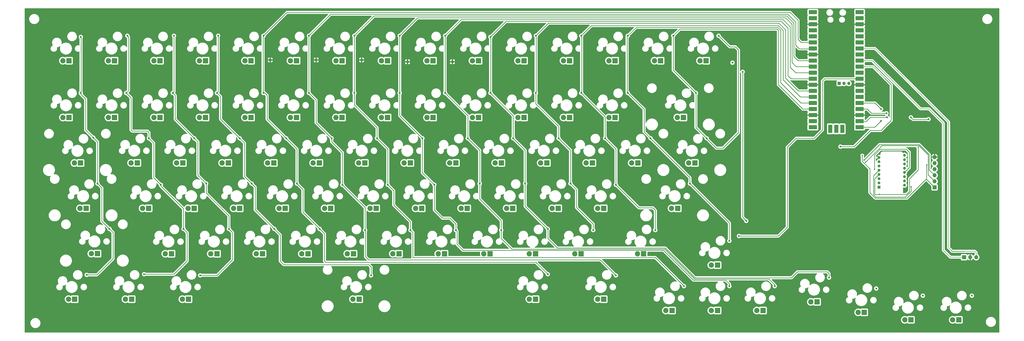
<source format=gbr>
%TF.GenerationSoftware,KiCad,Pcbnew,(6.0.10)*%
%TF.CreationDate,2023-01-22T17:55:42-08:00*%
%TF.ProjectId,OOTstag rev2,4f4f5473-7461-4672-9072-6576322e6b69,rev?*%
%TF.SameCoordinates,Original*%
%TF.FileFunction,Copper,L1,Top*%
%TF.FilePolarity,Positive*%
%FSLAX46Y46*%
G04 Gerber Fmt 4.6, Leading zero omitted, Abs format (unit mm)*
G04 Created by KiCad (PCBNEW (6.0.10)) date 2023-01-22 17:55:42*
%MOMM*%
%LPD*%
G01*
G04 APERTURE LIST*
%TA.AperFunction,ComponentPad*%
%ADD10C,2.200000*%
%TD*%
%TA.AperFunction,ComponentPad*%
%ADD11R,2.200000X2.200000*%
%TD*%
%TA.AperFunction,SMDPad,CuDef*%
%ADD12R,1.000000X1.000000*%
%TD*%
%TA.AperFunction,ComponentPad*%
%ADD13R,1.350000X1.350000*%
%TD*%
%TA.AperFunction,ComponentPad*%
%ADD14O,1.350000X1.350000*%
%TD*%
%TA.AperFunction,ComponentPad*%
%ADD15O,1.700000X1.700000*%
%TD*%
%TA.AperFunction,SMDPad,CuDef*%
%ADD16R,3.500000X1.700000*%
%TD*%
%TA.AperFunction,ComponentPad*%
%ADD17R,1.700000X1.700000*%
%TD*%
%TA.AperFunction,SMDPad,CuDef*%
%ADD18R,1.700000X3.500000*%
%TD*%
%TA.AperFunction,ComponentPad*%
%ADD19R,1.200000X1.200000*%
%TD*%
%TA.AperFunction,ComponentPad*%
%ADD20C,1.200000*%
%TD*%
%TA.AperFunction,ViaPad*%
%ADD21C,0.800000*%
%TD*%
%TA.AperFunction,ViaPad*%
%ADD22C,0.600000*%
%TD*%
%TA.AperFunction,Conductor*%
%ADD23C,0.250000*%
%TD*%
%TA.AperFunction,Conductor*%
%ADD24C,0.200000*%
%TD*%
G04 APERTURE END LIST*
D10*
%TO.P,K76,3*%
%TO.N,N/C*%
X205648350Y-262577900D03*
D11*
%TO.P,K76,4*%
X208213750Y-262577900D03*
%TD*%
D10*
%TO.P,K40,3*%
%TO.N,N/C*%
X265179600Y-205427900D03*
D11*
%TO.P,K40,4*%
X267745000Y-205427900D03*
%TD*%
D10*
%TO.P,K62,3*%
%TO.N,N/C*%
X146117100Y-243527900D03*
D11*
%TO.P,K62,4*%
X148682500Y-243527900D03*
%TD*%
D12*
%TO.P,REF\u002A\u002A,1*%
%TO.N,GND*%
X190250000Y-162250000D03*
%TD*%
D10*
%TO.P,K4,3*%
%TO.N,N/C*%
X160404600Y-162565400D03*
D11*
%TO.P,K4,4*%
X162970000Y-162565400D03*
%TD*%
D10*
%TO.P,K76,3*%
%TO.N,N/C*%
X91404900Y-224473600D03*
D11*
%TO.P,K76,4*%
X93970300Y-224473600D03*
%TD*%
D10*
%TO.P,K46,3*%
%TO.N,N/C*%
X91348350Y-224477900D03*
D11*
%TO.P,K46,4*%
X93913750Y-224477900D03*
%TD*%
D10*
%TO.P,K76,3*%
%TO.N,N/C*%
X89004900Y-205473600D03*
D11*
%TO.P,K76,4*%
X91570300Y-205473600D03*
%TD*%
D10*
%TO.P,K8,3*%
%TO.N,N/C*%
X236604600Y-162565400D03*
D11*
%TO.P,K8,4*%
X239170000Y-162565400D03*
%TD*%
D10*
%TO.P,K51,3*%
%TO.N,N/C*%
X193742100Y-224477900D03*
D11*
%TO.P,K51,4*%
X196307500Y-224477900D03*
%TD*%
D10*
%TO.P,K14,3*%
%TO.N,N/C*%
X350904600Y-162565400D03*
D11*
%TO.P,K14,4*%
X353470000Y-162565400D03*
%TD*%
D10*
%TO.P,K3,3*%
%TO.N,N/C*%
X141354600Y-162565400D03*
D11*
%TO.P,K3,4*%
X143920000Y-162565400D03*
%TD*%
D10*
%TO.P,K12,3*%
%TO.N,N/C*%
X312804600Y-162565400D03*
D11*
%TO.P,K12,4*%
X315370000Y-162565400D03*
%TD*%
D10*
%TO.P,K42,3*%
%TO.N,N/C*%
X303279600Y-205427900D03*
D11*
%TO.P,K42,4*%
X305845000Y-205427900D03*
%TD*%
D10*
%TO.P,K78,3*%
%TO.N,N/C*%
X308042100Y-262577900D03*
D11*
%TO.P,K78,4*%
X310607500Y-262577900D03*
%TD*%
D10*
%TO.P,K55,3*%
%TO.N,N/C*%
X269942100Y-224477900D03*
D11*
%TO.P,K55,4*%
X272507500Y-224477900D03*
%TD*%
D10*
%TO.P,K5,3*%
%TO.N,N/C*%
X179454600Y-162565400D03*
D11*
%TO.P,K5,4*%
X182020000Y-162565400D03*
%TD*%
D10*
%TO.P,K61,3*%
%TO.N,N/C*%
X127067100Y-243527900D03*
D11*
%TO.P,K61,4*%
X129632500Y-243527900D03*
%TD*%
D13*
%TO.P,REF\u002A\u002A,1*%
%TO.N,N/C*%
X409200000Y-172100000D03*
D14*
%TO.P,REF\u002A\u002A,2*%
X411200000Y-172100000D03*
%TO.P,REF\u002A\u002A,3*%
X413200000Y-172100000D03*
%TD*%
D10*
%TO.P,K72,3*%
%TO.N,N/C*%
X355667100Y-248290400D03*
D11*
%TO.P,K72,4*%
X358232500Y-248290400D03*
%TD*%
D12*
%TO.P,REF\u002A\u002A,1*%
%TO.N,GND*%
X171000000Y-162250000D03*
%TD*%
D10*
%TO.P,K64,3*%
%TO.N,N/C*%
X184217100Y-243527900D03*
D11*
%TO.P,K64,4*%
X186782500Y-243527900D03*
%TD*%
D10*
%TO.P,MX_NUM6,3*%
%TO.N,N/C*%
X436634600Y-271245400D03*
D11*
%TO.P,MX_NUM6,4*%
X439200000Y-271245400D03*
%TD*%
D10*
%TO.P,K79,3*%
%TO.N,N/C*%
X336617100Y-267340400D03*
D11*
%TO.P,K79,4*%
X339182500Y-267340400D03*
%TD*%
D10*
%TO.P,K54,3*%
%TO.N,N/C*%
X250892100Y-224477900D03*
D11*
%TO.P,K54,4*%
X253457500Y-224477900D03*
%TD*%
D10*
%TO.P,K65,3*%
%TO.N,N/C*%
X203267100Y-243527900D03*
D11*
%TO.P,K65,4*%
X205832500Y-243527900D03*
%TD*%
D10*
%TO.P,K18,3*%
%TO.N,N/C*%
X122304600Y-186377900D03*
D11*
%TO.P,K18,4*%
X124870000Y-186377900D03*
%TD*%
D10*
%TO.P,K7,3*%
%TO.N,N/C*%
X217554600Y-162565400D03*
D11*
%TO.P,K7,4*%
X220120000Y-162565400D03*
%TD*%
D10*
%TO.P,K68,3*%
%TO.N,N/C*%
X260417100Y-243527900D03*
D11*
%TO.P,K68,4*%
X262982500Y-243527900D03*
%TD*%
D10*
%TO.P,K49,3*%
%TO.N,N/C*%
X155642100Y-224477900D03*
D11*
%TO.P,K49,4*%
X158207500Y-224477900D03*
%TD*%
D12*
%TO.P,REF\u002A\u002A,1*%
%TO.N,GND*%
X209250000Y-162250000D03*
%TD*%
D10*
%TO.P,K34,3*%
%TO.N,N/C*%
X150879600Y-205427900D03*
D11*
%TO.P,K34,4*%
X153445000Y-205427900D03*
%TD*%
D10*
%TO.P,K17,3*%
%TO.N,N/C*%
X103254600Y-186377900D03*
D11*
%TO.P,K17,4*%
X105820000Y-186377900D03*
%TD*%
D10*
%TO.P,K24,3*%
%TO.N,N/C*%
X236604600Y-186377900D03*
D11*
%TO.P,K24,4*%
X239170000Y-186377900D03*
%TD*%
D10*
%TO.P,K36,3*%
%TO.N,N/C*%
X188979600Y-205427900D03*
D11*
%TO.P,K36,4*%
X191545000Y-205427900D03*
%TD*%
D10*
%TO.P,K21,3*%
%TO.N,N/C*%
X179454600Y-186377900D03*
D11*
%TO.P,K21,4*%
X182020000Y-186377900D03*
%TD*%
D10*
%TO.P,MX_NUM4,3*%
%TO.N,N/C*%
X397339200Y-263705400D03*
D11*
%TO.P,MX_NUM4,4*%
X399904600Y-263705400D03*
%TD*%
D10*
%TO.P,K28,3*%
%TO.N,N/C*%
X312804600Y-186377900D03*
D11*
%TO.P,K28,4*%
X315370000Y-186377900D03*
%TD*%
D10*
%TO.P,K38,3*%
%TO.N,N/C*%
X227079600Y-205427900D03*
D11*
%TO.P,K38,4*%
X229645000Y-205427900D03*
%TD*%
D10*
%TO.P,K33,3*%
%TO.N,N/C*%
X131829600Y-205427900D03*
D11*
%TO.P,K33,4*%
X134395000Y-205427900D03*
%TD*%
D10*
%TO.P,K37,3*%
%TO.N,N/C*%
X208029600Y-205427900D03*
D11*
%TO.P,K37,4*%
X210595000Y-205427900D03*
%TD*%
D10*
%TO.P,K63,3*%
%TO.N,N/C*%
X165167100Y-243527900D03*
D11*
%TO.P,K63,4*%
X167732500Y-243527900D03*
%TD*%
D10*
%TO.P,K76,3*%
%TO.N,N/C*%
X341404900Y-186373600D03*
D11*
%TO.P,K76,4*%
X343970300Y-186373600D03*
%TD*%
D10*
%TO.P,K76,3*%
%TO.N,N/C*%
X339004900Y-224473600D03*
D11*
%TO.P,K76,4*%
X341570300Y-224473600D03*
%TD*%
D10*
%TO.P,K75,3*%
%TO.N,N/C*%
X134210850Y-262577900D03*
D11*
%TO.P,K75,4*%
X136776250Y-262577900D03*
%TD*%
D10*
%TO.P,K1,3*%
%TO.N,N/C*%
X103254600Y-162565400D03*
D11*
%TO.P,K1,4*%
X105820000Y-162565400D03*
%TD*%
D10*
%TO.P,K0,3*%
%TO.N,N/C*%
X84204600Y-162565400D03*
D11*
%TO.P,K0,4*%
X86770000Y-162565400D03*
%TD*%
D10*
%TO.P,K25,3*%
%TO.N,N/C*%
X255654600Y-186377900D03*
D11*
%TO.P,K25,4*%
X258220000Y-186377900D03*
%TD*%
D10*
%TO.P,K69,3*%
%TO.N,N/C*%
X279467100Y-243527900D03*
D11*
%TO.P,K69,4*%
X282032500Y-243527900D03*
%TD*%
D15*
%TO.P,REF\u002A\u002A,1*%
%TO.N,N/C*%
X399060000Y-142220000D03*
D16*
X398160000Y-142220000D03*
%TO.P,REF\u002A\u002A,2*%
X398160000Y-144760000D03*
D15*
X399060000Y-144760000D03*
D17*
%TO.P,REF\u002A\u002A,3*%
%TO.N,GND*%
X399060000Y-147300000D03*
D16*
X398160000Y-147300000D03*
%TO.P,REF\u002A\u002A,4*%
%TO.N,N/C*%
X398160000Y-149840000D03*
D15*
X399060000Y-149840000D03*
%TO.P,REF\u002A\u002A,5*%
X399060000Y-152380000D03*
D16*
X398160000Y-152380000D03*
%TO.P,REF\u002A\u002A,6*%
X398160000Y-154920000D03*
D15*
X399060000Y-154920000D03*
%TO.P,REF\u002A\u002A,7*%
X399060000Y-157460000D03*
D16*
X398160000Y-157460000D03*
%TO.P,REF\u002A\u002A,8*%
%TO.N,GND*%
X398160000Y-160000000D03*
D17*
X399060000Y-160000000D03*
D15*
%TO.P,REF\u002A\u002A,9*%
%TO.N,N/C*%
X399060000Y-162540000D03*
D16*
X398160000Y-162540000D03*
D15*
%TO.P,REF\u002A\u002A,10*%
X399060000Y-165080000D03*
D16*
X398160000Y-165080000D03*
D15*
%TO.P,REF\u002A\u002A,11*%
X399060000Y-167620000D03*
D16*
X398160000Y-167620000D03*
%TO.P,REF\u002A\u002A,12*%
X398160000Y-170160000D03*
D15*
X399060000Y-170160000D03*
D17*
%TO.P,REF\u002A\u002A,13*%
%TO.N,GND*%
X399060000Y-172700000D03*
D16*
X398160000Y-172700000D03*
D15*
%TO.P,REF\u002A\u002A,14*%
%TO.N,N/C*%
X399060000Y-175240000D03*
D16*
X398160000Y-175240000D03*
%TO.P,REF\u002A\u002A,15*%
X398160000Y-177780000D03*
D15*
X399060000Y-177780000D03*
D16*
%TO.P,REF\u002A\u002A,16*%
X398160000Y-180320000D03*
D15*
X399060000Y-180320000D03*
D16*
%TO.P,REF\u002A\u002A,17*%
X398160000Y-182860000D03*
D15*
X399060000Y-182860000D03*
D17*
%TO.P,REF\u002A\u002A,18*%
%TO.N,GND*%
X399060000Y-185400000D03*
D16*
X398160000Y-185400000D03*
D15*
%TO.P,REF\u002A\u002A,19*%
%TO.N,N/C*%
X399060000Y-187940000D03*
D16*
X398160000Y-187940000D03*
%TO.P,REF\u002A\u002A,20*%
X398160000Y-190480000D03*
D15*
X399060000Y-190480000D03*
%TO.P,REF\u002A\u002A,21*%
X416840000Y-190480000D03*
D16*
X417740000Y-190480000D03*
%TO.P,REF\u002A\u002A,22*%
X417740000Y-187940000D03*
D15*
X416840000Y-187940000D03*
D17*
%TO.P,REF\u002A\u002A,23*%
%TO.N,GND*%
X416840000Y-185400000D03*
D16*
X417740000Y-185400000D03*
D15*
%TO.P,REF\u002A\u002A,24*%
%TO.N,N/C*%
X416840000Y-182860000D03*
D16*
X417740000Y-182860000D03*
%TO.P,REF\u002A\u002A,25*%
X417740000Y-180320000D03*
D15*
X416840000Y-180320000D03*
%TO.P,REF\u002A\u002A,26*%
X416840000Y-177780000D03*
D16*
X417740000Y-177780000D03*
D15*
%TO.P,REF\u002A\u002A,27*%
X416840000Y-175240000D03*
D16*
X417740000Y-175240000D03*
D17*
%TO.P,REF\u002A\u002A,28*%
%TO.N,GND*%
X416840000Y-172700000D03*
D16*
X417740000Y-172700000D03*
D15*
%TO.P,REF\u002A\u002A,29*%
%TO.N,N/C*%
X416840000Y-170160000D03*
D16*
X417740000Y-170160000D03*
D15*
%TO.P,REF\u002A\u002A,30*%
X416840000Y-167620000D03*
D16*
X417740000Y-167620000D03*
%TO.P,REF\u002A\u002A,31*%
X417740000Y-165080000D03*
D15*
X416840000Y-165080000D03*
%TO.P,REF\u002A\u002A,32*%
X416840000Y-162540000D03*
D16*
X417740000Y-162540000D03*
%TO.P,REF\u002A\u002A,33*%
X417740000Y-160000000D03*
D17*
X416840000Y-160000000D03*
D16*
%TO.P,REF\u002A\u002A,34*%
X417740000Y-157460000D03*
D15*
X416840000Y-157460000D03*
D16*
%TO.P,REF\u002A\u002A,35*%
X417740000Y-154920000D03*
D15*
X416840000Y-154920000D03*
%TO.P,REF\u002A\u002A,36*%
X416840000Y-152380000D03*
D16*
X417740000Y-152380000D03*
D15*
%TO.P,REF\u002A\u002A,37*%
X416840000Y-149840000D03*
D16*
X417740000Y-149840000D03*
%TO.P,REF\u002A\u002A,38*%
%TO.N,GND*%
X417740000Y-147300000D03*
D17*
X416840000Y-147300000D03*
D16*
%TO.P,REF\u002A\u002A,39*%
%TO.N,N/C*%
X417740000Y-144760000D03*
D15*
X416840000Y-144760000D03*
D16*
%TO.P,REF\u002A\u002A,40*%
X417740000Y-142220000D03*
D15*
X416840000Y-142220000D03*
D18*
%TO.P,REF\u002A\u002A,41*%
X405410000Y-191150000D03*
D15*
X405410000Y-190250000D03*
D17*
%TO.P,REF\u002A\u002A,42*%
X407950000Y-190250000D03*
D18*
X407950000Y-191150000D03*
%TO.P,REF\u002A\u002A,43*%
X410490000Y-191150000D03*
D15*
X410490000Y-190250000D03*
%TD*%
D10*
%TO.P,K19,3*%
%TO.N,N/C*%
X141354600Y-186377900D03*
D11*
%TO.P,K19,4*%
X143920000Y-186377900D03*
%TD*%
D10*
%TO.P,K57,3*%
%TO.N,N/C*%
X308042100Y-224477900D03*
D11*
%TO.P,K57,4*%
X310607500Y-224477900D03*
%TD*%
D10*
%TO.P,K13,3*%
%TO.N,N/C*%
X331854600Y-162565400D03*
D11*
%TO.P,K13,4*%
X334420000Y-162565400D03*
%TD*%
D10*
%TO.P,K56,3*%
%TO.N,N/C*%
X288992100Y-224477900D03*
D11*
%TO.P,K56,4*%
X291557500Y-224477900D03*
%TD*%
D10*
%TO.P,K77,3*%
%TO.N,N/C*%
X279467100Y-262577900D03*
D11*
%TO.P,K77,4*%
X282032500Y-262577900D03*
%TD*%
D10*
%TO.P,K70,3*%
%TO.N,N/C*%
X298517100Y-243527900D03*
D11*
%TO.P,K70,4*%
X301082500Y-243527900D03*
%TD*%
D10*
%TO.P,K39,3*%
%TO.N,N/C*%
X246129600Y-205427900D03*
D11*
%TO.P,K39,4*%
X248695000Y-205427900D03*
%TD*%
D10*
%TO.P,K6,3*%
%TO.N,N/C*%
X198504600Y-162565400D03*
D11*
%TO.P,K6,4*%
X201070000Y-162565400D03*
%TD*%
D10*
%TO.P,K67,3*%
%TO.N,N/C*%
X241367100Y-243527900D03*
D11*
%TO.P,K67,4*%
X243932500Y-243527900D03*
%TD*%
D10*
%TO.P,K22,3*%
%TO.N,N/C*%
X198504600Y-186377900D03*
D11*
%TO.P,K22,4*%
X201070000Y-186377900D03*
%TD*%
D15*
%TO.P,J1,1,Pin_1*%
%TO.N,GND*%
X449109000Y-203002000D03*
%TO.P,J1,2,Pin_2*%
%TO.N,N/C*%
X449109000Y-205542000D03*
%TO.P,J1,3,Pin_3*%
X449109000Y-208082000D03*
%TO.P,J1,4,Pin_4*%
X449109000Y-210622000D03*
%TO.P,J1,5,Pin_5*%
X449109000Y-213162000D03*
D17*
%TO.P,J1,6,Pin_6*%
X449109000Y-215702000D03*
%TD*%
D10*
%TO.P,K76,3*%
%TO.N,N/C*%
X96104900Y-243473600D03*
D11*
%TO.P,K76,4*%
X98670300Y-243473600D03*
%TD*%
D10*
%TO.P,K27,3*%
%TO.N,N/C*%
X293754600Y-186377900D03*
D11*
%TO.P,K27,4*%
X296320000Y-186377900D03*
%TD*%
D10*
%TO.P,K66,3*%
%TO.N,N/C*%
X222317100Y-243527900D03*
D11*
%TO.P,K66,4*%
X224882500Y-243527900D03*
%TD*%
D10*
%TO.P,K71,3*%
%TO.N,N/C*%
X324710850Y-243527900D03*
D11*
%TO.P,K71,4*%
X327276250Y-243527900D03*
%TD*%
D10*
%TO.P,K76,3*%
%TO.N,N/C*%
X346204900Y-205473600D03*
D11*
%TO.P,K76,4*%
X348770300Y-205473600D03*
%TD*%
D10*
%TO.P,K35,3*%
%TO.N,N/C*%
X169929600Y-205427900D03*
D11*
%TO.P,K35,4*%
X172495000Y-205427900D03*
%TD*%
D10*
%TO.P,K48,3*%
%TO.N,N/C*%
X136592100Y-224477900D03*
D11*
%TO.P,K48,4*%
X139157500Y-224477900D03*
%TD*%
D10*
%TO.P,K74,3*%
%TO.N,N/C*%
X110398350Y-262577900D03*
D11*
%TO.P,K74,4*%
X112963750Y-262577900D03*
%TD*%
D10*
%TO.P,K43,3*%
%TO.N,N/C*%
X322329600Y-205427900D03*
D11*
%TO.P,K43,4*%
X324895000Y-205427900D03*
%TD*%
D10*
%TO.P,K23,3*%
%TO.N,N/C*%
X217554600Y-186377900D03*
D11*
%TO.P,K23,4*%
X220120000Y-186377900D03*
%TD*%
D12*
%TO.P,REF\u002A\u002A,1*%
%TO.N,GND*%
X228500000Y-163000000D03*
%TD*%
D10*
%TO.P,K9,3*%
%TO.N,N/C*%
X255654600Y-162565400D03*
D11*
%TO.P,K9,4*%
X258220000Y-162565400D03*
%TD*%
D10*
%TO.P,K16,3*%
%TO.N,N/C*%
X84204600Y-186377900D03*
D11*
%TO.P,K16,4*%
X86770000Y-186377900D03*
%TD*%
D10*
%TO.P,MX_NUM7,3*%
%TO.N,N/C*%
X456699200Y-271245400D03*
D11*
%TO.P,MX_NUM7,4*%
X459264600Y-271245400D03*
%TD*%
D10*
%TO.P,K50,3*%
%TO.N,N/C*%
X174692100Y-224477900D03*
D11*
%TO.P,K50,4*%
X177257500Y-224477900D03*
%TD*%
D17*
%TO.P,REF\u002A\u002A,1*%
%TO.N,N/C*%
X461457011Y-244983012D03*
D15*
%TO.P,REF\u002A\u002A,2*%
%TO.N,GND*%
X463997011Y-244983012D03*
%TO.P,REF\u002A\u002A,3*%
%TO.N,N/C*%
X466537011Y-244983012D03*
%TD*%
D12*
%TO.P,REF\u002A\u002A,1*%
%TO.N,GND*%
X247250000Y-163000000D03*
%TD*%
D10*
%TO.P,K10,3*%
%TO.N,N/C*%
X274704600Y-162565400D03*
D11*
%TO.P,K10,4*%
X277270000Y-162565400D03*
%TD*%
D10*
%TO.P,K41,3*%
%TO.N,N/C*%
X284229600Y-205427900D03*
D11*
%TO.P,K41,4*%
X286795000Y-205427900D03*
%TD*%
D10*
%TO.P,K52,3*%
%TO.N,N/C*%
X212792100Y-224477900D03*
D11*
%TO.P,K52,4*%
X215357500Y-224477900D03*
%TD*%
D10*
%TO.P,K20,3*%
%TO.N,N/C*%
X160404600Y-186377900D03*
D11*
%TO.P,K20,4*%
X162970000Y-186377900D03*
%TD*%
D10*
%TO.P,K11,3*%
%TO.N,N/C*%
X293754600Y-162565400D03*
D11*
%TO.P,K11,4*%
X296320000Y-162565400D03*
%TD*%
D10*
%TO.P,K73,3*%
%TO.N,N/C*%
X86585850Y-262577900D03*
D11*
%TO.P,K73,4*%
X89151250Y-262577900D03*
%TD*%
D10*
%TO.P,K26,3*%
%TO.N,N/C*%
X274704600Y-186377900D03*
D11*
%TO.P,K26,4*%
X277270000Y-186377900D03*
%TD*%
D10*
%TO.P,K81,3*%
%TO.N,N/C*%
X374717100Y-267340400D03*
D11*
%TO.P,K81,4*%
X377282500Y-267340400D03*
%TD*%
D10*
%TO.P,MX_NUM5,3*%
%TO.N,N/C*%
X417134600Y-268100000D03*
D11*
%TO.P,MX_NUM5,4*%
X419700000Y-268100000D03*
%TD*%
D10*
%TO.P,K32,3*%
%TO.N,N/C*%
X112779600Y-205427900D03*
D11*
%TO.P,K32,4*%
X115345000Y-205427900D03*
%TD*%
D10*
%TO.P,K2,3*%
%TO.N,N/C*%
X122304600Y-162565400D03*
D11*
%TO.P,K2,4*%
X124870000Y-162565400D03*
%TD*%
D10*
%TO.P,K47,3*%
%TO.N,N/C*%
X117542100Y-224477900D03*
D11*
%TO.P,K47,4*%
X120107500Y-224477900D03*
%TD*%
D10*
%TO.P,K80,3*%
%TO.N,N/C*%
X355667100Y-267340400D03*
D11*
%TO.P,K80,4*%
X358232500Y-267340400D03*
%TD*%
D10*
%TO.P,K53,3*%
%TO.N,N/C*%
X231842100Y-224477900D03*
D11*
%TO.P,K53,4*%
X234407500Y-224477900D03*
%TD*%
D19*
%TO.P,U2,1,NC*%
%TO.N,N/C*%
X425845000Y-215620000D03*
D20*
%TO.P,U2,2,NC*%
X425845000Y-213840000D03*
%TO.P,U2,3,VDDPIX*%
X425845000Y-212060000D03*
%TO.P,U2,4,VDD*%
X425845000Y-210280000D03*
%TO.P,U2,5,VDDIO*%
X425845000Y-208500000D03*
%TO.P,U2,6,NC*%
X425845000Y-206720000D03*
%TO.P,U2,7,NRESET*%
X425845000Y-204940000D03*
%TO.P,U2,8,GND*%
%TO.N,GND*%
X425845000Y-203160000D03*
%TO.P,U2,9,MOTION*%
%TO.N,N/C*%
X436545000Y-202270000D03*
%TO.P,U2,10,SCLK*%
X436545000Y-204050000D03*
%TO.P,U2,11,MOSI*%
X436545000Y-205830000D03*
%TO.P,U2,12,MISO*%
X436545000Y-207610000D03*
%TO.P,U2,13,NCS*%
X436545000Y-209390000D03*
%TO.P,U2,14,NC*%
X436545000Y-211170000D03*
%TO.P,U2,15,LED_P*%
X436545000Y-212950000D03*
%TO.P,U2,16,NC*%
X436545000Y-214730000D03*
%TD*%
D21*
%TO.N,*%
X426700000Y-182850000D03*
D22*
X439296000Y-215438000D03*
D21*
X196700000Y-195100000D03*
X225200000Y-152100000D03*
X141700000Y-252600000D03*
X291700000Y-195100000D03*
X301200000Y-152100000D03*
X206200000Y-152100000D03*
X91700000Y-152600000D03*
X368750000Y-167250000D03*
X344200000Y-257100000D03*
X177700000Y-195100000D03*
X98700000Y-214100000D03*
D22*
X442234000Y-198802000D03*
D21*
X248700000Y-233600000D03*
X130200000Y-176100000D03*
X94171250Y-252392500D03*
X103700000Y-233100000D03*
X239700000Y-214600000D03*
X367200000Y-236100000D03*
X429200000Y-186350000D03*
X125200000Y-214600000D03*
X163200000Y-214100000D03*
X187200000Y-152100000D03*
X409700000Y-198600000D03*
X258700000Y-214100000D03*
X358700000Y-152100000D03*
X464700000Y-261100000D03*
D22*
X445782990Y-206294000D03*
D21*
X253700000Y-195100000D03*
D22*
X419534000Y-204252000D03*
D21*
X148700000Y-176100000D03*
X149200000Y-152100000D03*
X363200000Y-257100000D03*
X315700000Y-214600000D03*
D22*
X418834000Y-202352000D03*
D21*
X382200000Y-257100000D03*
X111200000Y-152100000D03*
X130700000Y-152100000D03*
X139200000Y-195100000D03*
X320700000Y-152100000D03*
X134700000Y-233100000D03*
X120200000Y-195100000D03*
X168200000Y-176100000D03*
X213200000Y-252600000D03*
X158200000Y-195100000D03*
X296700000Y-214100000D03*
X397610497Y-152380000D03*
X187200000Y-176100000D03*
D22*
X420134000Y-205152000D03*
D21*
X446575000Y-187100000D03*
X320700000Y-176100000D03*
X364500000Y-163400000D03*
X397610497Y-149840000D03*
X424700000Y-258100000D03*
X91700000Y-176100000D03*
X397610497Y-142220000D03*
X215700000Y-195100000D03*
X330200000Y-195100000D03*
D22*
X426046764Y-218664764D03*
D21*
X206200000Y-176100000D03*
X397610497Y-144760000D03*
X168200000Y-152100000D03*
X172700000Y-233100000D03*
X444200000Y-261100000D03*
X118200000Y-252100000D03*
X234700000Y-195100000D03*
X263200000Y-176100000D03*
X346700000Y-214100000D03*
X220200000Y-214600000D03*
X263200000Y-152600000D03*
X267700000Y-233600000D03*
X363200000Y-238100000D03*
X287200000Y-252100000D03*
X349200000Y-176100000D03*
X332200000Y-233600000D03*
D22*
X423934000Y-208152000D03*
D21*
X229700000Y-233600000D03*
X426700000Y-187850000D03*
X315700000Y-252600000D03*
X225200000Y-176100000D03*
X370270000Y-229730000D03*
X311200000Y-195100000D03*
X96950000Y-194850000D03*
X404924600Y-253520000D03*
X301200000Y-176100000D03*
X277700000Y-214100000D03*
X244200000Y-152100000D03*
X439200000Y-186350000D03*
X339700000Y-152100000D03*
X306200000Y-233600000D03*
X282200000Y-176100000D03*
X287200000Y-233100000D03*
X144200000Y-214100000D03*
X191700000Y-233100000D03*
X201200000Y-214600000D03*
X244200000Y-176100000D03*
X182200000Y-214100000D03*
X210700000Y-233600000D03*
X272700000Y-195100000D03*
X153700000Y-233100000D03*
X110700000Y-176100000D03*
X282200000Y-152100000D03*
X428950000Y-184600000D03*
X353700000Y-195100000D03*
D22*
%TO.N,GND*%
X419934000Y-209852000D03*
D21*
X223500000Y-162500000D03*
D22*
X440034000Y-203602000D03*
D21*
X185500000Y-162250000D03*
X261000000Y-162500000D03*
D22*
X421734000Y-199252000D03*
X416134000Y-217802000D03*
X418468000Y-213660000D03*
X438884000Y-209702000D03*
D21*
X242000000Y-162500000D03*
X203750000Y-162250000D03*
%TD*%
D23*
%TO.N,*%
X122200000Y-197100000D02*
X122200000Y-211600000D01*
X320700000Y-152100000D02*
X320405901Y-152394099D01*
X230700000Y-245100000D02*
X332200000Y-245100000D01*
X445703989Y-206490011D02*
X445782990Y-206411010D01*
X418265000Y-162600000D02*
X418265000Y-162540000D01*
X263255901Y-176044099D02*
X263200000Y-176100000D01*
X426059012Y-197726988D02*
X419534000Y-204252000D01*
X182200000Y-214100000D02*
X182200000Y-199600000D01*
D24*
X466537011Y-243037011D02*
X466000000Y-242500000D01*
D23*
X232700000Y-144600000D02*
X386700000Y-144600000D01*
X301200000Y-152100000D02*
X305450000Y-147850000D01*
X439296000Y-215438000D02*
X439296000Y-217344424D01*
X229700000Y-233600000D02*
X230700000Y-234600000D01*
D24*
X466537011Y-244983012D02*
X466537011Y-243037011D01*
D23*
X130700000Y-175600000D02*
X130200000Y-176100000D01*
X327500000Y-192400000D02*
X327500000Y-182900000D01*
X244205901Y-152105901D02*
X244200000Y-152100000D01*
X402200000Y-171050000D02*
X403090000Y-170160000D01*
X332200000Y-225300000D02*
X332200000Y-233600000D01*
X384950000Y-146100000D02*
X387700000Y-148850000D01*
X389010000Y-170160000D02*
X397885000Y-170160000D01*
X438661000Y-212009000D02*
X442234000Y-208436000D01*
X422700000Y-184600000D02*
X420960000Y-182860000D01*
X282200000Y-176100000D02*
X282200000Y-180658814D01*
X392090000Y-175240000D02*
X397885000Y-175240000D01*
X150200000Y-187100000D02*
X150200000Y-177600000D01*
X402200000Y-171300000D02*
X402200000Y-171050000D01*
X368750000Y-228210000D02*
X368750000Y-167250000D01*
X210700000Y-233600000D02*
X210868401Y-233768401D01*
X383700000Y-236100000D02*
X387450000Y-232350000D01*
X299200000Y-216600000D02*
X299200000Y-224100000D01*
X263200000Y-152600000D02*
X263255901Y-152655901D01*
X388700000Y-142350000D02*
X391950000Y-145600000D01*
X98407500Y-252392500D02*
X94171250Y-252392500D01*
X134700000Y-233100000D02*
X136200000Y-234600000D01*
X393960000Y-182860000D02*
X397885000Y-182860000D01*
X287200000Y-237100000D02*
X287200000Y-233100000D01*
X91805901Y-152705901D02*
X91805901Y-175994099D01*
X105200000Y-234600000D02*
X105200000Y-245600000D01*
X119700000Y-192100000D02*
X120200000Y-192600000D01*
X416570000Y-165350000D02*
X416840000Y-165080000D01*
X420960000Y-182860000D02*
X416840000Y-182860000D01*
X327500000Y-182900000D02*
X320700000Y-176100000D01*
X168200000Y-152100000D02*
X168005901Y-152294099D01*
X392450000Y-157600000D02*
X397538299Y-157600000D01*
X253700000Y-185600000D02*
X244200000Y-176100000D01*
X385700000Y-145350000D02*
X388700000Y-148350000D01*
X155200000Y-246100000D02*
X155200000Y-234600000D01*
X439296000Y-217344424D02*
X436863436Y-219776988D01*
X182200000Y-199600000D02*
X177700000Y-195100000D01*
X190200000Y-179100000D02*
X187200000Y-176100000D01*
X393270000Y-154920000D02*
X397885000Y-154920000D01*
X282305901Y-152205901D02*
X282305901Y-175994099D01*
X423548000Y-218793176D02*
X423548000Y-210797000D01*
X144200000Y-214100000D02*
X140700000Y-210600000D01*
X387700000Y-143100000D02*
X390950000Y-146350000D01*
X176700000Y-248100000D02*
X212200000Y-248100000D01*
X383950000Y-146850000D02*
X386700000Y-149600000D01*
X210868401Y-244768401D02*
X212200000Y-246100000D01*
X206200000Y-181100000D02*
X215700000Y-190600000D01*
X91700000Y-176600000D02*
X93700000Y-178600000D01*
X190200000Y-188600000D02*
X190200000Y-179100000D01*
X131200000Y-187100000D02*
X131200000Y-177100000D01*
X436545000Y-209390000D02*
X438534000Y-207401000D01*
X429200000Y-186350000D02*
X422200000Y-186350000D01*
X311200000Y-195100000D02*
X311200000Y-186100000D01*
D24*
X416840000Y-162540000D02*
X423040000Y-162540000D01*
X423040000Y-162540000D02*
X443250000Y-182750000D01*
D23*
X361700000Y-254600000D02*
X363200000Y-256100000D01*
X269700000Y-146100000D02*
X384950000Y-146100000D01*
X445703989Y-212296989D02*
X449109000Y-215702000D01*
X389200000Y-253600000D02*
X348836396Y-253600000D01*
X370270000Y-229730000D02*
X368750000Y-228210000D01*
X139200000Y-195100000D02*
X131200000Y-187100000D01*
X320700000Y-152100000D02*
X324200000Y-148600000D01*
X426700000Y-191850000D02*
X430950000Y-187600000D01*
X456000000Y-242000000D02*
X456500000Y-242500000D01*
X93700000Y-191600000D02*
X96950000Y-194850000D01*
X291200000Y-241100000D02*
X287200000Y-237100000D01*
X111700000Y-152600000D02*
X111700000Y-175100000D01*
D24*
X446750000Y-182750000D02*
X452750000Y-188750000D01*
D23*
X335700000Y-242100000D02*
X348200000Y-254600000D01*
X383200000Y-149350000D02*
X383700000Y-149850000D01*
X424070000Y-190480000D02*
X416840000Y-190480000D01*
X428950000Y-184600000D02*
X422700000Y-184600000D01*
X437339236Y-218664764D02*
X438661000Y-217343000D01*
X234700000Y-195100000D02*
X234700000Y-209600000D01*
X251700000Y-242100000D02*
X335700000Y-242100000D01*
X438534000Y-207401000D02*
X438534000Y-200960000D01*
X385700000Y-149850000D02*
X385700000Y-170600000D01*
X446408000Y-202050998D02*
X442534001Y-198176999D01*
X391150000Y-195100000D02*
X398700000Y-195100000D01*
X213200000Y-249100000D02*
X213200000Y-252600000D01*
X349200000Y-176100000D02*
X349200000Y-190600000D01*
X210868401Y-233768401D02*
X210868401Y-244768401D01*
X436863436Y-219776988D02*
X424531812Y-219776988D01*
X446858011Y-201864598D02*
X442720401Y-197726988D01*
X206200000Y-152100000D02*
X214450000Y-143850000D01*
X422200000Y-186350000D02*
X420450000Y-188100000D01*
X384700000Y-149850000D02*
X384700000Y-171850000D01*
X112700000Y-178100000D02*
X112700000Y-191600000D01*
X282200000Y-152100000D02*
X287450000Y-146850000D01*
X417000000Y-188100000D02*
X416840000Y-187940000D01*
X404924600Y-253520000D02*
X404924600Y-251824600D01*
X402200000Y-191600000D02*
X402200000Y-171300000D01*
X193700000Y-235100000D02*
X193700000Y-246600000D01*
X398700000Y-195100000D02*
X402200000Y-191600000D01*
X196200000Y-143100000D02*
X387700000Y-143100000D01*
X220200000Y-199600000D02*
X215700000Y-195100000D01*
X449109000Y-210622000D02*
X446858011Y-208371011D01*
X153700000Y-227600000D02*
X144200000Y-218100000D01*
X136200000Y-246600000D02*
X130700000Y-252100000D01*
X422024000Y-217905588D02*
X422024000Y-213842000D01*
X386700000Y-169850000D02*
X392090000Y-175240000D01*
X311200000Y-186100000D02*
X301200000Y-176100000D01*
X169700000Y-177100000D02*
X168700000Y-176100000D01*
X391700000Y-251100000D02*
X389200000Y-253600000D01*
X225200000Y-152100000D02*
X225200000Y-176100000D01*
X424170000Y-180320000D02*
X416840000Y-180320000D01*
X383700000Y-172600000D02*
X393960000Y-182860000D01*
X282200000Y-247100000D02*
X287200000Y-252100000D01*
X390200000Y-160850000D02*
X391890000Y-162540000D01*
X125200000Y-214600000D02*
X125200000Y-215101055D01*
X196700000Y-195100000D02*
X196700000Y-196600000D01*
X248700000Y-231100000D02*
X248700000Y-233600000D01*
X112700000Y-191600000D02*
X113200000Y-192100000D01*
X336200000Y-241600000D02*
X348700000Y-254100000D01*
X404200000Y-251100000D02*
X391700000Y-251100000D01*
X330200000Y-195100000D02*
X346700000Y-211600000D01*
X206200000Y-176100000D02*
X206200000Y-152100000D01*
X301200000Y-176100000D02*
X301355901Y-175944099D01*
X424345411Y-220226999D02*
X422024000Y-217905588D01*
X215700000Y-190600000D02*
X215700000Y-195100000D01*
X426296000Y-199690000D02*
X423934000Y-202052000D01*
X191700000Y-233100000D02*
X193700000Y-235100000D01*
X282200000Y-180658814D02*
X291700000Y-190158814D01*
X258700000Y-220600000D02*
X258700000Y-214100000D01*
X325350000Y-224250000D02*
X331150000Y-224250000D01*
X131200000Y-177100000D02*
X130200000Y-176100000D01*
X418834000Y-204752000D02*
X418834000Y-202352000D01*
X130700000Y-152100000D02*
X130700000Y-175600000D01*
X346700000Y-214100000D02*
X363200000Y-230600000D01*
X148700000Y-252600000D02*
X155200000Y-246100000D01*
X120200000Y-192600000D02*
X120200000Y-195100000D01*
X422200000Y-191850000D02*
X426700000Y-191850000D01*
X212200000Y-248100000D02*
X213200000Y-249100000D01*
X93700000Y-178600000D02*
X93700000Y-191600000D01*
X253700000Y-195100000D02*
X253700000Y-185600000D01*
X339700000Y-166600000D02*
X349200000Y-176100000D01*
X348836396Y-253600000D02*
X336336396Y-241100000D01*
X365750000Y-156750000D02*
X367000000Y-158000000D01*
X100500000Y-215900000D02*
X98700000Y-214100000D01*
X426700000Y-182850000D02*
X424170000Y-180320000D01*
X389450000Y-147350000D02*
X389450000Y-163350000D01*
X320405901Y-152394099D02*
X320405901Y-175805901D01*
X387200000Y-143850000D02*
X390200000Y-146850000D01*
X339700000Y-152100000D02*
X339700000Y-166600000D01*
X426700000Y-187850000D02*
X424070000Y-190480000D01*
X113200000Y-192100000D02*
X119700000Y-192100000D01*
X387700000Y-148850000D02*
X387700000Y-168850000D01*
X136200000Y-234600000D02*
X136200000Y-246600000D01*
X158200000Y-195100000D02*
X150200000Y-187100000D01*
X382200000Y-256600000D02*
X382200000Y-257100000D01*
X305450000Y-147850000D02*
X383700000Y-147850000D01*
X272700000Y-185600000D02*
X263200000Y-176100000D01*
X263200000Y-152600000D02*
X269700000Y-146100000D01*
X193700000Y-246600000D02*
X194200000Y-247100000D01*
X164700000Y-225100000D02*
X172700000Y-233100000D01*
X158200000Y-195100000D02*
X160200000Y-197100000D01*
X187200000Y-152100000D02*
X196200000Y-143100000D01*
X315700000Y-214600000D02*
X315700000Y-199600000D01*
X423548000Y-210797000D02*
X425845000Y-208500000D01*
X346700000Y-211600000D02*
X346700000Y-214100000D01*
X301355901Y-175944099D02*
X301355901Y-152255901D01*
X324200000Y-148600000D02*
X383450000Y-148600000D01*
X149200000Y-175600000D02*
X148700000Y-176100000D01*
X320405901Y-175805901D02*
X320700000Y-176100000D01*
X348200000Y-254600000D02*
X361700000Y-254600000D01*
X386700000Y-144600000D02*
X389450000Y-147350000D01*
X225200000Y-185600000D02*
X234700000Y-195100000D01*
X163200000Y-214100000D02*
X164700000Y-215600000D01*
X446858011Y-208371011D02*
X446858011Y-201864598D01*
X160200000Y-197100000D02*
X160200000Y-211100000D01*
X291700000Y-195100000D02*
X296700000Y-200100000D01*
D24*
X452750000Y-242000000D02*
X455733012Y-244983012D01*
D23*
X243111652Y-228600000D02*
X246200000Y-228600000D01*
X357750000Y-199250000D02*
X353700000Y-195200000D01*
X353700000Y-195200000D02*
X353700000Y-195100000D01*
X277700000Y-200100000D02*
X277700000Y-214100000D01*
X445703989Y-206490011D02*
X445703989Y-212078011D01*
D24*
X443250000Y-182750000D02*
X446750000Y-182750000D01*
D23*
X339700000Y-152100000D02*
X342450000Y-149350000D01*
X169700000Y-187100000D02*
X169700000Y-177100000D01*
X239700000Y-225188348D02*
X243111652Y-228600000D01*
X296700000Y-214100000D02*
X299200000Y-216600000D01*
X363350000Y-156750000D02*
X365750000Y-156750000D01*
X390950000Y-146350000D02*
X390950000Y-156100000D01*
X445703989Y-206490011D02*
X445703989Y-212296989D01*
X387450000Y-198800000D02*
X391150000Y-195100000D01*
X358700000Y-152100000D02*
X363350000Y-156750000D01*
X164700000Y-215600000D02*
X164700000Y-225100000D01*
X306200000Y-231100000D02*
X299200000Y-224100000D01*
X367000000Y-192750000D02*
X360500000Y-199250000D01*
X330200000Y-195100000D02*
X327500000Y-192400000D01*
X315700000Y-199600000D02*
X311200000Y-195100000D01*
X267700000Y-237100000D02*
X272200000Y-241600000D01*
X379700000Y-254100000D02*
X382200000Y-256600000D01*
X206200000Y-176100000D02*
X206200000Y-181100000D01*
X416940000Y-160100000D02*
X416840000Y-160000000D01*
X363200000Y-256100000D02*
X363200000Y-257100000D01*
X437264000Y-199690000D02*
X426296000Y-199690000D01*
X423934000Y-202052000D02*
X423934000Y-208152000D01*
X445703989Y-212078011D02*
X437555001Y-220226999D01*
X201200000Y-214600000D02*
X210700000Y-224100000D01*
X442534001Y-198176999D02*
X427109001Y-198176999D01*
D24*
X455000000Y-188250000D02*
X424210000Y-157460000D01*
X466000000Y-242500000D02*
X461500000Y-242500000D01*
D23*
X248700000Y-233600000D02*
X249200000Y-234100000D01*
X175200000Y-235600000D02*
X175200000Y-246600000D01*
X446408000Y-210461000D02*
X446408000Y-202050998D01*
X140700000Y-210600000D02*
X140700000Y-196600000D01*
X229700000Y-230100000D02*
X222700000Y-223100000D01*
X184700000Y-226100000D02*
X184700000Y-216600000D01*
X422024000Y-208442000D02*
X422024000Y-207942000D01*
X153700000Y-233100000D02*
X153700000Y-227600000D01*
X168005901Y-175905901D02*
X168200000Y-176100000D01*
X385700000Y-170600000D02*
X392880000Y-177780000D01*
X388700000Y-165350000D02*
X390970000Y-167620000D01*
X91700000Y-152600000D02*
X91805901Y-152705901D01*
X234700000Y-209600000D02*
X239700000Y-214600000D01*
X442720401Y-197726988D02*
X426059012Y-197726988D01*
X91805901Y-175994099D02*
X91700000Y-176100000D01*
X263255901Y-152655901D02*
X263255901Y-176044099D01*
X348700000Y-254100000D02*
X379700000Y-254100000D01*
X384700000Y-171850000D02*
X393170000Y-180320000D01*
X391890000Y-162540000D02*
X397885000Y-162540000D01*
X225200000Y-152100000D02*
X232700000Y-144600000D01*
X120200000Y-195100000D02*
X122200000Y-197100000D01*
X277700000Y-223600000D02*
X287200000Y-233100000D01*
X440075000Y-187225000D02*
X439200000Y-186350000D01*
X404924600Y-251824600D02*
X404200000Y-251100000D01*
X140700000Y-196600000D02*
X139200000Y-195100000D01*
X244200000Y-152100000D02*
X250950000Y-145350000D01*
X409700000Y-198600000D02*
X415450000Y-198600000D01*
X403090000Y-170160000D02*
X416840000Y-170160000D01*
X397538299Y-157600000D02*
X398229150Y-158290851D01*
X103700000Y-233100000D02*
X100500000Y-229900000D01*
X272700000Y-195100000D02*
X277700000Y-200100000D01*
X342450000Y-149350000D02*
X383200000Y-149350000D01*
X309200000Y-246100000D02*
X315700000Y-252600000D01*
D24*
X455733012Y-244983012D02*
X461457011Y-244983012D01*
D23*
X187200000Y-152100000D02*
X187200000Y-176100000D01*
X332200000Y-245100000D02*
X344200000Y-257100000D01*
D24*
X416840000Y-165080000D02*
X423430000Y-165080000D01*
D23*
X349200000Y-190600000D02*
X353700000Y-195100000D01*
X184700000Y-216600000D02*
X182200000Y-214100000D01*
X387450000Y-232350000D02*
X387450000Y-198800000D01*
X125200000Y-215101055D02*
X134700000Y-224601055D01*
X427109001Y-198176999D02*
X420134000Y-205152000D01*
X272200000Y-241600000D02*
X336200000Y-241600000D01*
X438661000Y-217343000D02*
X438661000Y-212009000D01*
X387700000Y-168850000D02*
X389010000Y-170160000D01*
X360500000Y-199250000D02*
X357750000Y-199250000D01*
X130700000Y-252100000D02*
X118200000Y-252100000D01*
X267700000Y-233600000D02*
X267700000Y-229600000D01*
X445782990Y-206411010D02*
X445782990Y-206294000D01*
X367200000Y-236100000D02*
X383700000Y-236100000D01*
X172700000Y-233100000D02*
X175200000Y-235600000D01*
X426046764Y-218664764D02*
X437339236Y-218664764D01*
X424056000Y-218664764D02*
X426046764Y-218664764D01*
X244200000Y-176100000D02*
X244205901Y-176094099D01*
X267700000Y-233600000D02*
X267700000Y-237100000D01*
X191700000Y-233100000D02*
X184700000Y-226100000D01*
X168700000Y-176100000D02*
X168200000Y-176100000D01*
X98700000Y-196600000D02*
X98700000Y-214100000D01*
X155200000Y-234600000D02*
X153700000Y-233100000D01*
X306200000Y-233600000D02*
X306200000Y-231100000D01*
X160200000Y-211100000D02*
X163200000Y-214100000D01*
X430950000Y-172600000D02*
X428300000Y-169950000D01*
X367000000Y-158000000D02*
X367000000Y-192750000D01*
X246200000Y-228600000D02*
X248700000Y-231100000D01*
X390970000Y-167620000D02*
X397885000Y-167620000D01*
X177950000Y-142350000D02*
X388700000Y-142350000D01*
X222700000Y-223100000D02*
X222700000Y-217100000D01*
X111700000Y-175100000D02*
X110700000Y-176100000D01*
X282200000Y-152100000D02*
X282305901Y-152205901D01*
X250950000Y-145350000D02*
X385700000Y-145350000D01*
X196700000Y-196600000D02*
X201200000Y-201100000D01*
X390200000Y-146850000D02*
X390200000Y-160850000D01*
X422024000Y-207942000D02*
X418834000Y-204752000D01*
X446450000Y-187225000D02*
X440075000Y-187225000D01*
X210700000Y-224100000D02*
X210700000Y-233600000D01*
D24*
X424210000Y-157460000D02*
X416840000Y-157460000D01*
D23*
X214450000Y-143850000D02*
X387200000Y-143850000D01*
X449109000Y-213162000D02*
X446408000Y-210461000D01*
X258700000Y-214100000D02*
X258700000Y-200100000D01*
X393170000Y-180320000D02*
X397885000Y-180320000D01*
X177700000Y-195100000D02*
X169700000Y-187100000D01*
X282305901Y-175994099D02*
X282200000Y-176100000D01*
X103700000Y-233100000D02*
X105200000Y-234600000D01*
X389450000Y-163350000D02*
X391180000Y-165080000D01*
X287450000Y-146850000D02*
X383950000Y-146850000D01*
D24*
X455000000Y-241000000D02*
X455000000Y-188250000D01*
D23*
X391180000Y-165080000D02*
X397885000Y-165080000D01*
X277700000Y-214100000D02*
X277700000Y-223600000D01*
X196700000Y-195100000D02*
X190200000Y-188600000D01*
X425845000Y-210280000D02*
X424056000Y-212069000D01*
X386700000Y-149600000D02*
X386700000Y-169850000D01*
X392880000Y-177780000D02*
X397885000Y-177780000D01*
D24*
X452750000Y-188750000D02*
X452750000Y-242000000D01*
D23*
X134700000Y-224601055D02*
X134700000Y-233100000D01*
X456500000Y-242500000D02*
X461500000Y-242500000D01*
X363200000Y-230600000D02*
X363200000Y-238100000D01*
X415450000Y-198600000D02*
X422200000Y-191850000D01*
X175200000Y-246600000D02*
X176700000Y-248100000D01*
X437555001Y-220226999D02*
X424345411Y-220226999D01*
X446575000Y-187100000D02*
X446450000Y-187225000D01*
X225200000Y-176100000D02*
X225200000Y-185600000D01*
X296700000Y-200100000D02*
X296700000Y-214100000D01*
X424056000Y-212069000D02*
X424056000Y-218664764D01*
X144200000Y-218100000D02*
X144200000Y-214100000D01*
X420450000Y-188100000D02*
X417000000Y-188100000D01*
X100500000Y-229900000D02*
X100500000Y-215900000D01*
X424531812Y-219776988D02*
X423548000Y-218793176D01*
X315700000Y-214600000D02*
X325350000Y-224250000D01*
D24*
X423430000Y-165080000D02*
X428300000Y-169950000D01*
D23*
X122200000Y-211600000D02*
X125200000Y-214600000D01*
X331150000Y-224250000D02*
X332200000Y-225300000D01*
X383450000Y-148600000D02*
X384700000Y-149850000D01*
X220200000Y-214600000D02*
X220200000Y-199600000D01*
X168200000Y-152100000D02*
X177950000Y-142350000D01*
X111200000Y-152100000D02*
X111700000Y-152600000D01*
X391950000Y-153600000D02*
X393270000Y-154920000D01*
X141700000Y-252600000D02*
X148700000Y-252600000D01*
X267700000Y-229600000D02*
X258700000Y-220600000D01*
X249200000Y-234100000D02*
X249200000Y-239600000D01*
X388700000Y-148350000D02*
X388700000Y-165350000D01*
X239700000Y-214600000D02*
X239700000Y-225188348D01*
X222700000Y-217100000D02*
X220200000Y-214600000D01*
X105200000Y-245600000D02*
X98407500Y-252392500D01*
X391950000Y-145600000D02*
X391950000Y-153600000D01*
X291700000Y-190158814D02*
X291700000Y-195100000D01*
X110700000Y-176100000D02*
X112700000Y-178100000D01*
X383700000Y-149850000D02*
X383700000Y-172600000D01*
X301355901Y-152255901D02*
X301200000Y-152100000D01*
X258700000Y-200100000D02*
X253700000Y-195100000D01*
X430950000Y-187600000D02*
X430950000Y-172600000D01*
X150200000Y-177600000D02*
X148700000Y-176100000D01*
X336336396Y-241100000D02*
X291200000Y-241100000D01*
X149200000Y-152100000D02*
X149200000Y-175600000D01*
X168005901Y-152294099D02*
X168005901Y-175905901D01*
X212200000Y-246100000D02*
X309200000Y-246100000D01*
X91700000Y-176100000D02*
X91700000Y-176600000D01*
X272700000Y-195100000D02*
X272700000Y-185600000D01*
X442234000Y-208436000D02*
X442234000Y-198802000D01*
X244205901Y-176094099D02*
X244205901Y-152105901D01*
X194200000Y-247100000D02*
X282200000Y-247100000D01*
X390950000Y-156100000D02*
X392450000Y-157600000D01*
X230700000Y-234600000D02*
X230700000Y-245100000D01*
X422024000Y-213842000D02*
X422024000Y-208442000D01*
X249200000Y-239600000D02*
X251700000Y-242100000D01*
D24*
X456000000Y-242000000D02*
X455000000Y-241000000D01*
D23*
X201200000Y-201100000D02*
X201200000Y-214600000D01*
X383700000Y-147850000D02*
X385700000Y-149850000D01*
X438534000Y-200960000D02*
X437264000Y-199690000D01*
X96950000Y-194850000D02*
X98700000Y-196600000D01*
X229700000Y-233600000D02*
X229700000Y-230100000D01*
%TO.N,GND*%
X418468000Y-216261010D02*
X416927010Y-217802000D01*
X440034000Y-208552000D02*
X438884000Y-209702000D01*
X440034000Y-203602000D02*
X440034000Y-208552000D01*
X416927010Y-217802000D02*
X416134000Y-217802000D01*
X418468000Y-213660000D02*
X418468000Y-216261010D01*
%TD*%
%TA.AperFunction,Conductor*%
%TO.N,GND*%
G36*
X398971789Y-140611436D02*
G01*
X398993134Y-140608500D01*
X416741790Y-140608500D01*
X416751789Y-140611436D01*
X416773134Y-140608500D01*
X476065500Y-140608500D01*
X476133621Y-140628502D01*
X476180114Y-140682158D01*
X476191500Y-140734500D01*
X476191500Y-276465500D01*
X476171498Y-276533621D01*
X476117842Y-276580114D01*
X476065500Y-276591500D01*
X68334500Y-276591500D01*
X68266379Y-276571498D01*
X68219886Y-276517842D01*
X68208500Y-276465500D01*
X68208500Y-272732703D01*
X70590743Y-272732703D01*
X70591302Y-272736947D01*
X70591302Y-272736951D01*
X70605444Y-272844371D01*
X70628268Y-273017734D01*
X70704129Y-273295036D01*
X70705813Y-273298984D01*
X70812737Y-273549661D01*
X70816923Y-273559476D01*
X70964561Y-273806161D01*
X71144313Y-274030528D01*
X71255924Y-274136443D01*
X71331857Y-274208500D01*
X71352851Y-274228423D01*
X71586317Y-274396186D01*
X71590112Y-274398195D01*
X71590113Y-274398196D01*
X71611869Y-274409715D01*
X71840392Y-274530712D01*
X72110373Y-274629511D01*
X72391264Y-274690755D01*
X72419841Y-274693004D01*
X72614282Y-274708307D01*
X72614291Y-274708307D01*
X72616739Y-274708500D01*
X72772271Y-274708500D01*
X72774407Y-274708354D01*
X72774418Y-274708354D01*
X72982548Y-274694165D01*
X72982554Y-274694164D01*
X72986825Y-274693873D01*
X72991020Y-274693004D01*
X72991022Y-274693004D01*
X73127584Y-274664723D01*
X73268342Y-274635574D01*
X73539343Y-274539607D01*
X73794812Y-274407750D01*
X73798313Y-274405289D01*
X73798317Y-274405287D01*
X73912417Y-274325096D01*
X74030023Y-274242441D01*
X74240622Y-274046740D01*
X74422713Y-273824268D01*
X74572927Y-273579142D01*
X74587151Y-273546740D01*
X74686757Y-273319830D01*
X74688483Y-273315898D01*
X74767244Y-273039406D01*
X74799641Y-272811770D01*
X74807146Y-272759036D01*
X74807146Y-272759034D01*
X74807751Y-272754784D01*
X74807845Y-272736951D01*
X74809235Y-272471583D01*
X74809235Y-272471576D01*
X74809257Y-272467297D01*
X74807733Y-272455716D01*
X74781279Y-272254784D01*
X74771732Y-272182266D01*
X74695871Y-271904964D01*
X74583077Y-271640524D01*
X74494707Y-271492869D01*
X74437643Y-271397521D01*
X74437640Y-271397517D01*
X74435439Y-271393839D01*
X74316517Y-271245400D01*
X435021126Y-271245400D01*
X435040991Y-271497803D01*
X435100095Y-271743991D01*
X435101988Y-271748562D01*
X435101989Y-271748564D01*
X435194367Y-271971583D01*
X435196984Y-271977902D01*
X435329272Y-272193776D01*
X435493702Y-272386298D01*
X435686224Y-272550728D01*
X435902098Y-272683016D01*
X435906668Y-272684909D01*
X435906672Y-272684911D01*
X436131436Y-272778011D01*
X436136009Y-272779905D01*
X436216242Y-272799167D01*
X436377384Y-272837854D01*
X436377390Y-272837855D01*
X436382197Y-272839009D01*
X436634600Y-272858874D01*
X436887003Y-272839009D01*
X436891810Y-272837855D01*
X436891816Y-272837854D01*
X437052958Y-272799167D01*
X437133191Y-272779905D01*
X437137764Y-272778011D01*
X437362528Y-272684911D01*
X437362532Y-272684909D01*
X437367102Y-272683016D01*
X437371322Y-272680430D01*
X437371332Y-272680425D01*
X437509392Y-272595821D01*
X437577925Y-272577282D01*
X437645602Y-272598738D01*
X437676053Y-272627688D01*
X437736739Y-272708661D01*
X437853295Y-272796015D01*
X437989684Y-272847145D01*
X438051866Y-272853900D01*
X440348134Y-272853900D01*
X440410316Y-272847145D01*
X440546705Y-272796015D01*
X440663261Y-272708661D01*
X440750615Y-272592105D01*
X440801745Y-272455716D01*
X440808500Y-272393534D01*
X440808500Y-271245400D01*
X455085726Y-271245400D01*
X455105591Y-271497803D01*
X455164695Y-271743991D01*
X455166588Y-271748562D01*
X455166589Y-271748564D01*
X455258967Y-271971583D01*
X455261584Y-271977902D01*
X455393872Y-272193776D01*
X455558302Y-272386298D01*
X455750824Y-272550728D01*
X455966698Y-272683016D01*
X455971268Y-272684909D01*
X455971272Y-272684911D01*
X456196036Y-272778011D01*
X456200609Y-272779905D01*
X456280842Y-272799167D01*
X456441984Y-272837854D01*
X456441990Y-272837855D01*
X456446797Y-272839009D01*
X456699200Y-272858874D01*
X456951603Y-272839009D01*
X456956410Y-272837855D01*
X456956416Y-272837854D01*
X457117558Y-272799167D01*
X457197791Y-272779905D01*
X457202364Y-272778011D01*
X457427128Y-272684911D01*
X457427132Y-272684909D01*
X457431702Y-272683016D01*
X457435922Y-272680430D01*
X457435932Y-272680425D01*
X457573992Y-272595821D01*
X457642525Y-272577282D01*
X457710202Y-272598738D01*
X457740653Y-272627688D01*
X457801339Y-272708661D01*
X457917895Y-272796015D01*
X458054284Y-272847145D01*
X458116466Y-272853900D01*
X460412734Y-272853900D01*
X460474916Y-272847145D01*
X460611305Y-272796015D01*
X460727861Y-272708661D01*
X460815215Y-272592105D01*
X460866345Y-272455716D01*
X460873100Y-272393534D01*
X460873100Y-272232703D01*
X470590743Y-272232703D01*
X470628268Y-272517734D01*
X470704129Y-272795036D01*
X470705813Y-272798984D01*
X470726356Y-272847145D01*
X470816923Y-273059476D01*
X470828693Y-273079142D01*
X470960266Y-273298984D01*
X470964561Y-273306161D01*
X471144313Y-273530528D01*
X471352851Y-273728423D01*
X471586317Y-273896186D01*
X471590112Y-273898195D01*
X471590113Y-273898196D01*
X471611869Y-273909715D01*
X471840392Y-274030712D01*
X472110373Y-274129511D01*
X472391264Y-274190755D01*
X472419841Y-274193004D01*
X472614282Y-274208307D01*
X472614291Y-274208307D01*
X472616739Y-274208500D01*
X472772271Y-274208500D01*
X472774407Y-274208354D01*
X472774418Y-274208354D01*
X472982548Y-274194165D01*
X472982554Y-274194164D01*
X472986825Y-274193873D01*
X472991020Y-274193004D01*
X472991022Y-274193004D01*
X473127584Y-274164723D01*
X473268342Y-274135574D01*
X473539343Y-274039607D01*
X473794812Y-273907750D01*
X473798313Y-273905289D01*
X473798317Y-273905287D01*
X473934596Y-273809508D01*
X474030023Y-273742441D01*
X474201818Y-273582799D01*
X474237479Y-273549661D01*
X474237481Y-273549658D01*
X474240622Y-273546740D01*
X474422713Y-273324268D01*
X474572927Y-273079142D01*
X474601752Y-273013478D01*
X474686757Y-272819830D01*
X474688483Y-272815898D01*
X474767244Y-272539406D01*
X474807751Y-272254784D01*
X474807845Y-272236951D01*
X474809235Y-271971583D01*
X474809235Y-271971576D01*
X474809257Y-271967297D01*
X474771732Y-271682266D01*
X474695871Y-271404964D01*
X474596850Y-271172814D01*
X474584763Y-271144476D01*
X474584761Y-271144472D01*
X474583077Y-271140524D01*
X474435439Y-270893839D01*
X474255687Y-270669472D01*
X474086489Y-270508909D01*
X474050258Y-270474527D01*
X474050255Y-270474525D01*
X474047149Y-270471577D01*
X473813683Y-270303814D01*
X473793760Y-270293265D01*
X473768654Y-270279972D01*
X473559608Y-270169288D01*
X473289627Y-270070489D01*
X473008736Y-270009245D01*
X472977685Y-270006801D01*
X472785718Y-269991693D01*
X472785709Y-269991693D01*
X472783261Y-269991500D01*
X472627729Y-269991500D01*
X472625593Y-269991646D01*
X472625582Y-269991646D01*
X472417452Y-270005835D01*
X472417446Y-270005836D01*
X472413175Y-270006127D01*
X472408980Y-270006996D01*
X472408978Y-270006996D01*
X472309075Y-270027685D01*
X472131658Y-270064426D01*
X471860657Y-270160393D01*
X471605188Y-270292250D01*
X471601687Y-270294711D01*
X471601683Y-270294713D01*
X471598395Y-270297024D01*
X471369977Y-270457559D01*
X471159378Y-270653260D01*
X470977287Y-270875732D01*
X470827073Y-271120858D01*
X470825347Y-271124791D01*
X470825346Y-271124792D01*
X470807027Y-271166525D01*
X470711517Y-271384102D01*
X470632756Y-271660594D01*
X470629672Y-271682266D01*
X470597389Y-271909103D01*
X470592249Y-271945216D01*
X470592227Y-271949505D01*
X470592226Y-271949512D01*
X470590927Y-272197535D01*
X470590743Y-272232703D01*
X460873100Y-272232703D01*
X460873100Y-270097266D01*
X460866345Y-270035084D01*
X460815215Y-269898695D01*
X460727861Y-269782139D01*
X460611305Y-269694785D01*
X460474916Y-269643655D01*
X460412734Y-269636900D01*
X458116466Y-269636900D01*
X458054284Y-269643655D01*
X457917895Y-269694785D01*
X457801339Y-269782139D01*
X457795958Y-269789319D01*
X457740653Y-269863112D01*
X457683794Y-269905627D01*
X457612975Y-269910653D01*
X457573992Y-269894979D01*
X457435932Y-269810375D01*
X457435921Y-269810369D01*
X457431702Y-269807784D01*
X457427132Y-269805891D01*
X457427128Y-269805889D01*
X457202364Y-269712789D01*
X457202362Y-269712788D01*
X457197791Y-269710895D01*
X457113168Y-269690579D01*
X456956416Y-269652946D01*
X456956410Y-269652945D01*
X456951603Y-269651791D01*
X456699200Y-269631926D01*
X456446797Y-269651791D01*
X456441990Y-269652945D01*
X456441984Y-269652946D01*
X456285232Y-269690579D01*
X456200609Y-269710895D01*
X456196038Y-269712788D01*
X456196036Y-269712789D01*
X455971272Y-269805889D01*
X455971268Y-269805891D01*
X455966698Y-269807784D01*
X455750824Y-269940072D01*
X455558302Y-270104502D01*
X455393872Y-270297024D01*
X455261584Y-270512898D01*
X455259691Y-270517468D01*
X455259689Y-270517472D01*
X455166589Y-270742236D01*
X455164695Y-270746809D01*
X455150408Y-270806321D01*
X455114099Y-270957559D01*
X455105591Y-270992997D01*
X455085726Y-271245400D01*
X440808500Y-271245400D01*
X440808500Y-270097266D01*
X440801745Y-270035084D01*
X440750615Y-269898695D01*
X440663261Y-269782139D01*
X440546705Y-269694785D01*
X440410316Y-269643655D01*
X440348134Y-269636900D01*
X438051866Y-269636900D01*
X437989684Y-269643655D01*
X437853295Y-269694785D01*
X437736739Y-269782139D01*
X437731358Y-269789319D01*
X437676053Y-269863112D01*
X437619194Y-269905627D01*
X437548375Y-269910653D01*
X437509392Y-269894979D01*
X437371332Y-269810375D01*
X437371321Y-269810369D01*
X437367102Y-269807784D01*
X437362532Y-269805891D01*
X437362528Y-269805889D01*
X437137764Y-269712789D01*
X437137762Y-269712788D01*
X437133191Y-269710895D01*
X437048568Y-269690579D01*
X436891816Y-269652946D01*
X436891810Y-269652945D01*
X436887003Y-269651791D01*
X436634600Y-269631926D01*
X436382197Y-269651791D01*
X436377390Y-269652945D01*
X436377384Y-269652946D01*
X436220632Y-269690579D01*
X436136009Y-269710895D01*
X436131438Y-269712788D01*
X436131436Y-269712789D01*
X435906672Y-269805889D01*
X435906668Y-269805891D01*
X435902098Y-269807784D01*
X435686224Y-269940072D01*
X435493702Y-270104502D01*
X435329272Y-270297024D01*
X435196984Y-270512898D01*
X435195091Y-270517468D01*
X435195089Y-270517472D01*
X435101989Y-270742236D01*
X435100095Y-270746809D01*
X435085808Y-270806321D01*
X435049499Y-270957559D01*
X435040991Y-270992997D01*
X435021126Y-271245400D01*
X74316517Y-271245400D01*
X74255687Y-271169472D01*
X74132289Y-271052372D01*
X74050258Y-270974527D01*
X74050255Y-270974525D01*
X74047149Y-270971577D01*
X73813683Y-270803814D01*
X73791843Y-270792250D01*
X73768654Y-270779972D01*
X73559608Y-270669288D01*
X73289627Y-270570489D01*
X73008736Y-270509245D01*
X72977685Y-270506801D01*
X72785718Y-270491693D01*
X72785709Y-270491693D01*
X72783261Y-270491500D01*
X72627729Y-270491500D01*
X72625593Y-270491646D01*
X72625582Y-270491646D01*
X72417452Y-270505835D01*
X72417446Y-270505836D01*
X72413175Y-270506127D01*
X72408980Y-270506996D01*
X72408978Y-270506996D01*
X72272417Y-270535276D01*
X72131658Y-270564426D01*
X71860657Y-270660393D01*
X71605188Y-270792250D01*
X71601687Y-270794711D01*
X71601683Y-270794713D01*
X71591594Y-270801804D01*
X71369977Y-270957559D01*
X71354892Y-270971577D01*
X71168831Y-271144476D01*
X71159378Y-271153260D01*
X70977287Y-271375732D01*
X70827073Y-271620858D01*
X70825347Y-271624791D01*
X70825346Y-271624792D01*
X70775134Y-271739179D01*
X70711517Y-271884102D01*
X70632756Y-272160594D01*
X70592249Y-272445216D01*
X70592227Y-272449505D01*
X70592226Y-272449512D01*
X70590765Y-272728417D01*
X70590743Y-272732703D01*
X68208500Y-272732703D01*
X68208500Y-265682121D01*
X192522450Y-265682121D01*
X192562010Y-265995275D01*
X192640507Y-266301002D01*
X192641960Y-266304671D01*
X192641960Y-266304672D01*
X192733950Y-266537011D01*
X192756703Y-266594479D01*
X192758609Y-266597947D01*
X192758610Y-266597948D01*
X192892675Y-266841809D01*
X192908766Y-266871079D01*
X192975447Y-266962858D01*
X193090692Y-267121479D01*
X193094296Y-267126440D01*
X193310368Y-267356533D01*
X193553575Y-267557732D01*
X193820081Y-267726862D01*
X193823660Y-267728546D01*
X193823667Y-267728550D01*
X194102094Y-267859567D01*
X194102098Y-267859569D01*
X194105684Y-267861256D01*
X194405878Y-267958795D01*
X194715930Y-268017941D01*
X194952112Y-268032800D01*
X195109788Y-268032800D01*
X195345970Y-268017941D01*
X195656022Y-267958795D01*
X195956216Y-267861256D01*
X195959802Y-267859569D01*
X195959806Y-267859567D01*
X196238233Y-267728550D01*
X196238240Y-267728546D01*
X196241819Y-267726862D01*
X196508325Y-267557732D01*
X196751532Y-267356533D01*
X196967604Y-267126440D01*
X196971209Y-267121479D01*
X197086453Y-266962858D01*
X197153134Y-266871079D01*
X197169226Y-266841809D01*
X197303290Y-266597948D01*
X197303291Y-266597947D01*
X197305197Y-266594479D01*
X197327951Y-266537011D01*
X197419940Y-266304672D01*
X197419940Y-266304671D01*
X197421393Y-266301002D01*
X197499890Y-265995275D01*
X197539450Y-265682121D01*
X216322450Y-265682121D01*
X216362010Y-265995275D01*
X216440507Y-266301002D01*
X216441960Y-266304671D01*
X216441960Y-266304672D01*
X216533950Y-266537011D01*
X216556703Y-266594479D01*
X216558609Y-266597947D01*
X216558610Y-266597948D01*
X216692675Y-266841809D01*
X216708766Y-266871079D01*
X216775447Y-266962858D01*
X216890692Y-267121479D01*
X216894296Y-267126440D01*
X217110368Y-267356533D01*
X217353575Y-267557732D01*
X217620081Y-267726862D01*
X217623660Y-267728546D01*
X217623667Y-267728550D01*
X217902094Y-267859567D01*
X217902098Y-267859569D01*
X217905684Y-267861256D01*
X218205878Y-267958795D01*
X218515930Y-268017941D01*
X218752112Y-268032800D01*
X218909788Y-268032800D01*
X219145970Y-268017941D01*
X219456022Y-267958795D01*
X219756216Y-267861256D01*
X219759802Y-267859569D01*
X219759806Y-267859567D01*
X220038233Y-267728550D01*
X220038240Y-267728546D01*
X220041819Y-267726862D01*
X220308325Y-267557732D01*
X220551532Y-267356533D01*
X220566682Y-267340400D01*
X335003626Y-267340400D01*
X335023491Y-267592803D01*
X335024645Y-267597610D01*
X335024646Y-267597616D01*
X335055675Y-267726862D01*
X335082595Y-267838991D01*
X335084488Y-267843562D01*
X335084489Y-267843564D01*
X335156822Y-268018190D01*
X335179484Y-268072902D01*
X335311772Y-268288776D01*
X335476202Y-268481298D01*
X335668724Y-268645728D01*
X335884598Y-268778016D01*
X335889168Y-268779909D01*
X335889172Y-268779911D01*
X336113936Y-268873011D01*
X336118509Y-268874905D01*
X336185613Y-268891015D01*
X336359884Y-268932854D01*
X336359890Y-268932855D01*
X336364697Y-268934009D01*
X336617100Y-268953874D01*
X336869503Y-268934009D01*
X336874310Y-268932855D01*
X336874316Y-268932854D01*
X337048587Y-268891015D01*
X337115691Y-268874905D01*
X337120264Y-268873011D01*
X337345028Y-268779911D01*
X337345032Y-268779909D01*
X337349602Y-268778016D01*
X337353822Y-268775430D01*
X337353832Y-268775425D01*
X337491892Y-268690821D01*
X337560425Y-268672282D01*
X337628102Y-268693738D01*
X337658553Y-268722688D01*
X337719239Y-268803661D01*
X337835795Y-268891015D01*
X337972184Y-268942145D01*
X338034366Y-268948900D01*
X340330634Y-268948900D01*
X340392816Y-268942145D01*
X340529205Y-268891015D01*
X340645761Y-268803661D01*
X340733115Y-268687105D01*
X340784245Y-268550716D01*
X340791000Y-268488534D01*
X340791000Y-267340400D01*
X354053626Y-267340400D01*
X354073491Y-267592803D01*
X354074645Y-267597610D01*
X354074646Y-267597616D01*
X354105675Y-267726862D01*
X354132595Y-267838991D01*
X354134488Y-267843562D01*
X354134489Y-267843564D01*
X354206822Y-268018190D01*
X354229484Y-268072902D01*
X354361772Y-268288776D01*
X354526202Y-268481298D01*
X354718724Y-268645728D01*
X354934598Y-268778016D01*
X354939168Y-268779909D01*
X354939172Y-268779911D01*
X355163936Y-268873011D01*
X355168509Y-268874905D01*
X355235613Y-268891015D01*
X355409884Y-268932854D01*
X355409890Y-268932855D01*
X355414697Y-268934009D01*
X355667100Y-268953874D01*
X355919503Y-268934009D01*
X355924310Y-268932855D01*
X355924316Y-268932854D01*
X356098587Y-268891015D01*
X356165691Y-268874905D01*
X356170264Y-268873011D01*
X356395028Y-268779911D01*
X356395032Y-268779909D01*
X356399602Y-268778016D01*
X356403822Y-268775430D01*
X356403832Y-268775425D01*
X356541892Y-268690821D01*
X356610425Y-268672282D01*
X356678102Y-268693738D01*
X356708553Y-268722688D01*
X356769239Y-268803661D01*
X356885795Y-268891015D01*
X357022184Y-268942145D01*
X357084366Y-268948900D01*
X359380634Y-268948900D01*
X359442816Y-268942145D01*
X359579205Y-268891015D01*
X359695761Y-268803661D01*
X359783115Y-268687105D01*
X359834245Y-268550716D01*
X359841000Y-268488534D01*
X359841000Y-267340400D01*
X373103626Y-267340400D01*
X373123491Y-267592803D01*
X373124645Y-267597610D01*
X373124646Y-267597616D01*
X373155675Y-267726862D01*
X373182595Y-267838991D01*
X373184488Y-267843562D01*
X373184489Y-267843564D01*
X373256822Y-268018190D01*
X373279484Y-268072902D01*
X373411772Y-268288776D01*
X373576202Y-268481298D01*
X373768724Y-268645728D01*
X373984598Y-268778016D01*
X373989168Y-268779909D01*
X373989172Y-268779911D01*
X374213936Y-268873011D01*
X374218509Y-268874905D01*
X374285613Y-268891015D01*
X374459884Y-268932854D01*
X374459890Y-268932855D01*
X374464697Y-268934009D01*
X374717100Y-268953874D01*
X374969503Y-268934009D01*
X374974310Y-268932855D01*
X374974316Y-268932854D01*
X375148587Y-268891015D01*
X375215691Y-268874905D01*
X375220264Y-268873011D01*
X375445028Y-268779911D01*
X375445032Y-268779909D01*
X375449602Y-268778016D01*
X375453822Y-268775430D01*
X375453832Y-268775425D01*
X375591892Y-268690821D01*
X375660425Y-268672282D01*
X375728102Y-268693738D01*
X375758553Y-268722688D01*
X375819239Y-268803661D01*
X375935795Y-268891015D01*
X376072184Y-268942145D01*
X376134366Y-268948900D01*
X378430634Y-268948900D01*
X378492816Y-268942145D01*
X378629205Y-268891015D01*
X378745761Y-268803661D01*
X378833115Y-268687105D01*
X378884245Y-268550716D01*
X378891000Y-268488534D01*
X378891000Y-268100000D01*
X415521126Y-268100000D01*
X415540991Y-268352403D01*
X415542145Y-268357210D01*
X415542146Y-268357216D01*
X415573673Y-268488534D01*
X415600095Y-268598591D01*
X415601988Y-268603162D01*
X415601989Y-268603164D01*
X415687267Y-268809042D01*
X415696984Y-268832502D01*
X415829272Y-269048376D01*
X415993702Y-269240898D01*
X416186224Y-269405328D01*
X416402098Y-269537616D01*
X416406668Y-269539509D01*
X416406672Y-269539511D01*
X416630719Y-269632314D01*
X416636009Y-269634505D01*
X416703113Y-269650615D01*
X416877384Y-269692454D01*
X416877390Y-269692455D01*
X416882197Y-269693609D01*
X417134600Y-269713474D01*
X417387003Y-269693609D01*
X417391810Y-269692455D01*
X417391816Y-269692454D01*
X417566087Y-269650615D01*
X417633191Y-269634505D01*
X417638481Y-269632314D01*
X417862528Y-269539511D01*
X417862532Y-269539509D01*
X417867102Y-269537616D01*
X417871322Y-269535030D01*
X417871332Y-269535025D01*
X418009392Y-269450421D01*
X418077925Y-269431882D01*
X418145602Y-269453338D01*
X418176053Y-269482288D01*
X418236739Y-269563261D01*
X418353295Y-269650615D01*
X418489684Y-269701745D01*
X418551866Y-269708500D01*
X420848134Y-269708500D01*
X420910316Y-269701745D01*
X421046705Y-269650615D01*
X421163261Y-269563261D01*
X421250615Y-269446705D01*
X421301745Y-269310316D01*
X421308500Y-269248134D01*
X421308500Y-266951866D01*
X421301745Y-266889684D01*
X421250615Y-266753295D01*
X421163261Y-266636739D01*
X421046705Y-266549385D01*
X420910316Y-266498255D01*
X420848134Y-266491500D01*
X418551866Y-266491500D01*
X418489684Y-266498255D01*
X418353295Y-266549385D01*
X418236739Y-266636739D01*
X418231358Y-266643919D01*
X418176053Y-266717712D01*
X418119194Y-266760227D01*
X418048375Y-266765253D01*
X418009392Y-266749579D01*
X417871332Y-266664975D01*
X417871321Y-266664969D01*
X417867102Y-266662384D01*
X417862532Y-266660491D01*
X417862528Y-266660489D01*
X417637764Y-266567389D01*
X417637762Y-266567388D01*
X417633191Y-266565495D01*
X417514546Y-266537011D01*
X417391816Y-266507546D01*
X417391810Y-266507545D01*
X417387003Y-266506391D01*
X417134600Y-266486526D01*
X416882197Y-266506391D01*
X416877390Y-266507545D01*
X416877384Y-266507546D01*
X416754654Y-266537011D01*
X416636009Y-266565495D01*
X416631438Y-266567388D01*
X416631436Y-266567389D01*
X416406672Y-266660489D01*
X416406668Y-266660491D01*
X416402098Y-266662384D01*
X416186224Y-266794672D01*
X415993702Y-266959102D01*
X415829272Y-267151624D01*
X415696984Y-267367498D01*
X415695091Y-267372068D01*
X415695089Y-267372072D01*
X415617306Y-267559858D01*
X415600095Y-267601409D01*
X415598940Y-267606221D01*
X415570487Y-267724738D01*
X415540991Y-267847597D01*
X415521126Y-268100000D01*
X378891000Y-268100000D01*
X378891000Y-266192266D01*
X378884245Y-266130084D01*
X378863869Y-266075732D01*
X431487200Y-266075732D01*
X431487400Y-266081062D01*
X431487400Y-266081063D01*
X431489240Y-266130084D01*
X431495854Y-266306268D01*
X431543228Y-266532050D01*
X431545186Y-266537009D01*
X431545187Y-266537011D01*
X431573182Y-266607898D01*
X431627967Y-266746622D01*
X431747647Y-266943849D01*
X431751144Y-266947879D01*
X431837768Y-267047704D01*
X431898847Y-267118092D01*
X431902978Y-267121479D01*
X432073115Y-267260984D01*
X432073121Y-267260988D01*
X432077243Y-267264368D01*
X432277735Y-267378494D01*
X432282751Y-267380315D01*
X432282756Y-267380317D01*
X432489575Y-267455389D01*
X432489579Y-267455390D01*
X432494590Y-267457209D01*
X432499839Y-267458158D01*
X432499842Y-267458159D01*
X432717523Y-267497522D01*
X432717530Y-267497523D01*
X432721607Y-267498260D01*
X432739344Y-267499096D01*
X432744292Y-267499330D01*
X432744299Y-267499330D01*
X432745780Y-267499400D01*
X432907925Y-267499400D01*
X432974881Y-267493719D01*
X433074562Y-267485261D01*
X433074566Y-267485260D01*
X433079873Y-267484810D01*
X433085028Y-267483472D01*
X433085034Y-267483471D01*
X433298003Y-267428195D01*
X433298007Y-267428194D01*
X433303172Y-267426853D01*
X433308038Y-267424661D01*
X433308041Y-267424660D01*
X433508649Y-267334293D01*
X433513515Y-267332101D01*
X433517935Y-267329125D01*
X433517939Y-267329123D01*
X433693333Y-267211039D01*
X433704885Y-267203262D01*
X433871812Y-267044022D01*
X433949738Y-266939286D01*
X434006337Y-266863214D01*
X434006339Y-266863211D01*
X434009521Y-266858934D01*
X434065120Y-266749579D01*
X434111658Y-266658046D01*
X434111658Y-266658045D01*
X434114077Y-266653288D01*
X434153343Y-266526831D01*
X434180905Y-266438070D01*
X434180906Y-266438064D01*
X434182489Y-266432967D01*
X434212800Y-266204268D01*
X434212350Y-266192266D01*
X434204346Y-265979063D01*
X434204146Y-265973732D01*
X434158104Y-265754298D01*
X434163691Y-265683523D01*
X434206656Y-265627003D01*
X434272629Y-265602732D01*
X434317257Y-265599612D01*
X434395828Y-265594118D01*
X434395834Y-265594117D01*
X434400212Y-265593811D01*
X434674970Y-265535409D01*
X434679099Y-265533906D01*
X434679103Y-265533905D01*
X434934781Y-265440846D01*
X434934785Y-265440844D01*
X434938926Y-265439337D01*
X435186942Y-265307464D01*
X435198046Y-265299397D01*
X435349056Y-265189682D01*
X435371327Y-265173501D01*
X435438195Y-265149642D01*
X435507347Y-265165723D01*
X435556827Y-265216637D01*
X435570926Y-265286220D01*
X435562540Y-265321820D01*
X435545370Y-265365187D01*
X435467064Y-265670170D01*
X435427600Y-265982562D01*
X435427600Y-266297438D01*
X435467064Y-266609830D01*
X435545370Y-266914813D01*
X435661284Y-267207577D01*
X435663186Y-267211036D01*
X435663187Y-267211039D01*
X435797520Y-267455389D01*
X435812976Y-267483504D01*
X435892386Y-267592803D01*
X435989786Y-267726862D01*
X435998055Y-267738244D01*
X436213602Y-267967778D01*
X436456218Y-268168487D01*
X436722076Y-268337206D01*
X436725655Y-268338890D01*
X436725662Y-268338894D01*
X437003394Y-268469584D01*
X437003398Y-268469586D01*
X437006984Y-268471273D01*
X437306448Y-268568575D01*
X437615746Y-268627577D01*
X437709300Y-268633463D01*
X437849358Y-268642275D01*
X437849374Y-268642276D01*
X437851353Y-268642400D01*
X438008647Y-268642400D01*
X438010626Y-268642276D01*
X438010642Y-268642275D01*
X438150700Y-268633463D01*
X438244254Y-268627577D01*
X438553552Y-268568575D01*
X438853016Y-268471273D01*
X438856602Y-268469586D01*
X438856606Y-268469584D01*
X439134338Y-268338894D01*
X439134345Y-268338890D01*
X439137924Y-268337206D01*
X439403782Y-268168487D01*
X439646398Y-267967778D01*
X439861945Y-267738244D01*
X439870215Y-267726862D01*
X439967614Y-267592803D01*
X440047024Y-267483504D01*
X440062481Y-267455389D01*
X440196813Y-267211039D01*
X440196814Y-267211036D01*
X440198716Y-267207577D01*
X440314630Y-266914813D01*
X440392936Y-266609830D01*
X440432400Y-266297438D01*
X440432400Y-266075732D01*
X441647200Y-266075732D01*
X441647400Y-266081062D01*
X441647400Y-266081063D01*
X441649240Y-266130084D01*
X441655854Y-266306268D01*
X441703228Y-266532050D01*
X441705186Y-266537009D01*
X441705187Y-266537011D01*
X441733182Y-266607898D01*
X441787967Y-266746622D01*
X441907647Y-266943849D01*
X441911144Y-266947879D01*
X441997768Y-267047704D01*
X442058847Y-267118092D01*
X442062978Y-267121479D01*
X442233115Y-267260984D01*
X442233121Y-267260988D01*
X442237243Y-267264368D01*
X442437735Y-267378494D01*
X442442751Y-267380315D01*
X442442756Y-267380317D01*
X442649575Y-267455389D01*
X442649579Y-267455390D01*
X442654590Y-267457209D01*
X442659839Y-267458158D01*
X442659842Y-267458159D01*
X442877523Y-267497522D01*
X442877530Y-267497523D01*
X442881607Y-267498260D01*
X442899344Y-267499096D01*
X442904292Y-267499330D01*
X442904299Y-267499330D01*
X442905780Y-267499400D01*
X443067925Y-267499400D01*
X443134881Y-267493719D01*
X443234562Y-267485261D01*
X443234566Y-267485260D01*
X443239873Y-267484810D01*
X443245028Y-267483472D01*
X443245034Y-267483471D01*
X443458003Y-267428195D01*
X443458007Y-267428194D01*
X443463172Y-267426853D01*
X443468038Y-267424661D01*
X443468041Y-267424660D01*
X443668649Y-267334293D01*
X443673515Y-267332101D01*
X443677935Y-267329125D01*
X443677939Y-267329123D01*
X443853333Y-267211039D01*
X443864885Y-267203262D01*
X444031812Y-267044022D01*
X444109738Y-266939286D01*
X444166337Y-266863214D01*
X444166339Y-266863211D01*
X444169521Y-266858934D01*
X444225120Y-266749579D01*
X444271658Y-266658046D01*
X444271658Y-266658045D01*
X444274077Y-266653288D01*
X444313343Y-266526831D01*
X444340905Y-266438070D01*
X444340906Y-266438064D01*
X444342489Y-266432967D01*
X444372800Y-266204268D01*
X444372350Y-266192266D01*
X444367975Y-266075732D01*
X451551800Y-266075732D01*
X451552000Y-266081062D01*
X451552000Y-266081063D01*
X451553840Y-266130084D01*
X451560454Y-266306268D01*
X451607828Y-266532050D01*
X451609786Y-266537009D01*
X451609787Y-266537011D01*
X451637782Y-266607898D01*
X451692567Y-266746622D01*
X451812247Y-266943849D01*
X451815744Y-266947879D01*
X451902368Y-267047704D01*
X451963447Y-267118092D01*
X451967578Y-267121479D01*
X452137715Y-267260984D01*
X452137721Y-267260988D01*
X452141843Y-267264368D01*
X452342335Y-267378494D01*
X452347351Y-267380315D01*
X452347356Y-267380317D01*
X452554175Y-267455389D01*
X452554179Y-267455390D01*
X452559190Y-267457209D01*
X452564439Y-267458158D01*
X452564442Y-267458159D01*
X452782123Y-267497522D01*
X452782130Y-267497523D01*
X452786207Y-267498260D01*
X452803944Y-267499096D01*
X452808892Y-267499330D01*
X452808899Y-267499330D01*
X452810380Y-267499400D01*
X452972525Y-267499400D01*
X453039481Y-267493719D01*
X453139162Y-267485261D01*
X453139166Y-267485260D01*
X453144473Y-267484810D01*
X453149628Y-267483472D01*
X453149634Y-267483471D01*
X453362603Y-267428195D01*
X453362607Y-267428194D01*
X453367772Y-267426853D01*
X453372638Y-267424661D01*
X453372641Y-267424660D01*
X453573249Y-267334293D01*
X453578115Y-267332101D01*
X453582535Y-267329125D01*
X453582539Y-267329123D01*
X453757933Y-267211039D01*
X453769485Y-267203262D01*
X453936412Y-267044022D01*
X454014338Y-266939286D01*
X454070937Y-266863214D01*
X454070939Y-266863211D01*
X454074121Y-266858934D01*
X454129720Y-266749579D01*
X454176258Y-266658046D01*
X454176258Y-266658045D01*
X454178677Y-266653288D01*
X454217943Y-266526831D01*
X454245505Y-266438070D01*
X454245506Y-266438064D01*
X454247089Y-266432967D01*
X454277400Y-266204268D01*
X454276950Y-266192266D01*
X454268946Y-265979063D01*
X454268746Y-265973732D01*
X454222704Y-265754298D01*
X454228291Y-265683523D01*
X454271256Y-265627003D01*
X454337229Y-265602732D01*
X454381857Y-265599612D01*
X454460428Y-265594118D01*
X454460434Y-265594117D01*
X454464812Y-265593811D01*
X454739570Y-265535409D01*
X454743699Y-265533906D01*
X454743703Y-265533905D01*
X454999381Y-265440846D01*
X454999385Y-265440844D01*
X455003526Y-265439337D01*
X455251542Y-265307464D01*
X455262646Y-265299397D01*
X455413656Y-265189682D01*
X455435927Y-265173501D01*
X455502795Y-265149642D01*
X455571947Y-265165723D01*
X455621427Y-265216637D01*
X455635526Y-265286220D01*
X455627140Y-265321820D01*
X455609970Y-265365187D01*
X455531664Y-265670170D01*
X455492200Y-265982562D01*
X455492200Y-266297438D01*
X455531664Y-266609830D01*
X455609970Y-266914813D01*
X455725884Y-267207577D01*
X455727786Y-267211036D01*
X455727787Y-267211039D01*
X455862120Y-267455389D01*
X455877576Y-267483504D01*
X455956986Y-267592803D01*
X456054386Y-267726862D01*
X456062655Y-267738244D01*
X456278202Y-267967778D01*
X456520818Y-268168487D01*
X456786676Y-268337206D01*
X456790255Y-268338890D01*
X456790262Y-268338894D01*
X457067994Y-268469584D01*
X457067998Y-268469586D01*
X457071584Y-268471273D01*
X457371048Y-268568575D01*
X457680346Y-268627577D01*
X457773900Y-268633463D01*
X457913958Y-268642275D01*
X457913974Y-268642276D01*
X457915953Y-268642400D01*
X458073247Y-268642400D01*
X458075226Y-268642276D01*
X458075242Y-268642275D01*
X458215300Y-268633463D01*
X458308854Y-268627577D01*
X458618152Y-268568575D01*
X458917616Y-268471273D01*
X458921202Y-268469586D01*
X458921206Y-268469584D01*
X459198938Y-268338894D01*
X459198945Y-268338890D01*
X459202524Y-268337206D01*
X459468382Y-268168487D01*
X459710998Y-267967778D01*
X459926545Y-267738244D01*
X459934815Y-267726862D01*
X460032214Y-267592803D01*
X460111624Y-267483504D01*
X460127081Y-267455389D01*
X460261413Y-267211039D01*
X460261414Y-267211036D01*
X460263316Y-267207577D01*
X460379230Y-266914813D01*
X460457536Y-266609830D01*
X460497000Y-266297438D01*
X460497000Y-266075732D01*
X461711800Y-266075732D01*
X461712000Y-266081062D01*
X461712000Y-266081063D01*
X461713840Y-266130084D01*
X461720454Y-266306268D01*
X461767828Y-266532050D01*
X461769786Y-266537009D01*
X461769787Y-266537011D01*
X461797782Y-266607898D01*
X461852567Y-266746622D01*
X461972247Y-266943849D01*
X461975744Y-266947879D01*
X462062368Y-267047704D01*
X462123447Y-267118092D01*
X462127578Y-267121479D01*
X462297715Y-267260984D01*
X462297721Y-267260988D01*
X462301843Y-267264368D01*
X462502335Y-267378494D01*
X462507351Y-267380315D01*
X462507356Y-267380317D01*
X462714175Y-267455389D01*
X462714179Y-267455390D01*
X462719190Y-267457209D01*
X462724439Y-267458158D01*
X462724442Y-267458159D01*
X462942123Y-267497522D01*
X462942130Y-267497523D01*
X462946207Y-267498260D01*
X462963944Y-267499096D01*
X462968892Y-267499330D01*
X462968899Y-267499330D01*
X462970380Y-267499400D01*
X463132525Y-267499400D01*
X463199481Y-267493719D01*
X463299162Y-267485261D01*
X463299166Y-267485260D01*
X463304473Y-267484810D01*
X463309628Y-267483472D01*
X463309634Y-267483471D01*
X463522603Y-267428195D01*
X463522607Y-267428194D01*
X463527772Y-267426853D01*
X463532638Y-267424661D01*
X463532641Y-267424660D01*
X463733249Y-267334293D01*
X463738115Y-267332101D01*
X463742535Y-267329125D01*
X463742539Y-267329123D01*
X463917933Y-267211039D01*
X463929485Y-267203262D01*
X464096412Y-267044022D01*
X464174338Y-266939286D01*
X464230937Y-266863214D01*
X464230939Y-266863211D01*
X464234121Y-266858934D01*
X464289720Y-266749579D01*
X464336258Y-266658046D01*
X464336258Y-266658045D01*
X464338677Y-266653288D01*
X464377943Y-266526831D01*
X464405505Y-266438070D01*
X464405506Y-266438064D01*
X464407089Y-266432967D01*
X464437400Y-266204268D01*
X464436950Y-266192266D01*
X464428946Y-265979063D01*
X464428746Y-265973732D01*
X464381372Y-265747950D01*
X464377365Y-265737802D01*
X464333493Y-265626712D01*
X464296633Y-265533378D01*
X464194572Y-265365187D01*
X464179722Y-265340714D01*
X464179721Y-265340713D01*
X464176953Y-265336151D01*
X464102741Y-265250629D01*
X464029253Y-265165941D01*
X464029251Y-265165939D01*
X464025753Y-265161908D01*
X463983618Y-265127360D01*
X463851485Y-265019016D01*
X463851479Y-265019012D01*
X463847357Y-265015632D01*
X463646865Y-264901506D01*
X463641849Y-264899685D01*
X463641844Y-264899683D01*
X463435025Y-264824611D01*
X463435021Y-264824610D01*
X463430010Y-264822791D01*
X463424761Y-264821842D01*
X463424758Y-264821841D01*
X463207077Y-264782478D01*
X463207070Y-264782477D01*
X463202993Y-264781740D01*
X463185256Y-264780904D01*
X463180308Y-264780670D01*
X463180301Y-264780670D01*
X463178820Y-264780600D01*
X463016675Y-264780600D01*
X462949719Y-264786281D01*
X462850038Y-264794739D01*
X462850034Y-264794740D01*
X462844727Y-264795190D01*
X462839572Y-264796528D01*
X462839566Y-264796529D01*
X462626597Y-264851805D01*
X462626593Y-264851806D01*
X462621428Y-264853147D01*
X462616562Y-264855339D01*
X462616559Y-264855340D01*
X462518121Y-264899683D01*
X462411085Y-264947899D01*
X462406665Y-264950875D01*
X462406661Y-264950877D01*
X462322532Y-265007517D01*
X462219715Y-265076738D01*
X462052788Y-265235978D01*
X462049600Y-265240263D01*
X461959385Y-265361517D01*
X461915079Y-265421066D01*
X461912664Y-265425816D01*
X461857977Y-265533378D01*
X461810523Y-265626712D01*
X461779285Y-265727314D01*
X461743695Y-265841930D01*
X461743694Y-265841936D01*
X461742111Y-265847033D01*
X461741410Y-265852325D01*
X461712825Y-266068000D01*
X461711800Y-266075732D01*
X460497000Y-266075732D01*
X460497000Y-265982562D01*
X460457536Y-265670170D01*
X460379230Y-265365187D01*
X460263316Y-265072423D01*
X460252146Y-265052105D01*
X460113533Y-264799968D01*
X460113531Y-264799965D01*
X460111624Y-264796496D01*
X459944358Y-264566273D01*
X459928873Y-264544960D01*
X459928872Y-264544958D01*
X459926545Y-264541756D01*
X459710998Y-264312222D01*
X459468382Y-264111513D01*
X459233758Y-263962616D01*
X459205871Y-263944918D01*
X459205870Y-263944918D01*
X459202524Y-263942794D01*
X459198945Y-263941110D01*
X459198938Y-263941106D01*
X458921206Y-263810416D01*
X458921202Y-263810414D01*
X458917616Y-263808727D01*
X458618152Y-263711425D01*
X458308854Y-263652423D01*
X458215300Y-263646537D01*
X458075242Y-263637725D01*
X458075226Y-263637724D01*
X458073247Y-263637600D01*
X457915953Y-263637600D01*
X457913974Y-263637724D01*
X457913958Y-263637725D01*
X457773900Y-263646537D01*
X457680346Y-263652423D01*
X457371048Y-263711425D01*
X457071584Y-263808727D01*
X457067998Y-263810414D01*
X457067994Y-263810416D01*
X456790262Y-263941106D01*
X456790255Y-263941110D01*
X456786676Y-263942794D01*
X456783330Y-263944918D01*
X456783329Y-263944918D01*
X456755442Y-263962616D01*
X456520818Y-264111513D01*
X456373852Y-264233094D01*
X456320013Y-264277633D01*
X456254776Y-264305643D01*
X456184751Y-264293936D01*
X456132171Y-264246229D01*
X456113731Y-264177669D01*
X456117441Y-264150066D01*
X456166353Y-263953893D01*
X456166354Y-263953888D01*
X456167417Y-263949624D01*
X456168313Y-263941106D01*
X456196319Y-263674636D01*
X456196319Y-263674633D01*
X456196778Y-263670267D01*
X456196155Y-263652423D01*
X456187129Y-263393939D01*
X456187128Y-263393933D01*
X456186975Y-263389542D01*
X456175020Y-263321738D01*
X456138960Y-263117236D01*
X456138198Y-263112913D01*
X456051397Y-262845765D01*
X456049377Y-262841622D01*
X455986920Y-262713569D01*
X455928260Y-262593298D01*
X455925805Y-262589659D01*
X455925802Y-262589653D01*
X455804818Y-262410287D01*
X455771185Y-262360424D01*
X455720879Y-262304553D01*
X455622519Y-262195314D01*
X455583229Y-262151678D01*
X455368050Y-261971121D01*
X455129836Y-261822269D01*
X454873225Y-261708018D01*
X454625359Y-261636944D01*
X454607437Y-261631805D01*
X454607436Y-261631805D01*
X454603210Y-261630593D01*
X454598860Y-261629982D01*
X454598857Y-261629981D01*
X454495910Y-261615513D01*
X454325048Y-261591500D01*
X454114454Y-261591500D01*
X454112268Y-261591653D01*
X454112264Y-261591653D01*
X453908773Y-261605882D01*
X453908768Y-261605883D01*
X453904388Y-261606189D01*
X453629630Y-261664591D01*
X453625501Y-261666094D01*
X453625497Y-261666095D01*
X453369819Y-261759154D01*
X453369815Y-261759156D01*
X453365674Y-261760663D01*
X453117658Y-261892536D01*
X453114099Y-261895122D01*
X453114097Y-261895123D01*
X452931068Y-262028101D01*
X452890408Y-262057642D01*
X452887244Y-262060698D01*
X452887241Y-262060700D01*
X452834737Y-262111403D01*
X452688348Y-262252769D01*
X452515412Y-262474118D01*
X452513216Y-262477922D01*
X452513211Y-262477929D01*
X452424252Y-262632011D01*
X452374964Y-262717381D01*
X452269738Y-262977824D01*
X452268673Y-262982097D01*
X452268672Y-262982099D01*
X452211446Y-263211621D01*
X452201783Y-263250376D01*
X452201324Y-263254744D01*
X452201323Y-263254749D01*
X452173250Y-263521853D01*
X452172422Y-263529733D01*
X452172575Y-263534121D01*
X452172575Y-263534127D01*
X452181806Y-263798449D01*
X452182225Y-263810458D01*
X452182987Y-263814781D01*
X452182988Y-263814788D01*
X452206764Y-263949624D01*
X452231002Y-264087087D01*
X452317803Y-264354235D01*
X452319731Y-264358188D01*
X452319733Y-264358193D01*
X452364829Y-264450652D01*
X452440940Y-264606702D01*
X452443396Y-264610344D01*
X452443400Y-264610350D01*
X452489608Y-264678855D01*
X452511119Y-264746515D01*
X452492635Y-264815063D01*
X452436900Y-264864196D01*
X452251085Y-264947899D01*
X452246665Y-264950875D01*
X452246661Y-264950877D01*
X452162532Y-265007517D01*
X452059715Y-265076738D01*
X451892788Y-265235978D01*
X451889600Y-265240263D01*
X451799385Y-265361517D01*
X451755079Y-265421066D01*
X451752664Y-265425816D01*
X451697977Y-265533378D01*
X451650523Y-265626712D01*
X451619285Y-265727314D01*
X451583695Y-265841930D01*
X451583694Y-265841936D01*
X451582111Y-265847033D01*
X451581410Y-265852325D01*
X451552825Y-266068000D01*
X451551800Y-266075732D01*
X444367975Y-266075732D01*
X444364346Y-265979063D01*
X444364146Y-265973732D01*
X444316772Y-265747950D01*
X444312765Y-265737802D01*
X444268893Y-265626712D01*
X444232033Y-265533378D01*
X444129972Y-265365187D01*
X444115122Y-265340714D01*
X444115121Y-265340713D01*
X444112353Y-265336151D01*
X444038141Y-265250629D01*
X443964653Y-265165941D01*
X443964651Y-265165939D01*
X443961153Y-265161908D01*
X443919018Y-265127360D01*
X443786885Y-265019016D01*
X443786879Y-265019012D01*
X443782757Y-265015632D01*
X443582265Y-264901506D01*
X443577249Y-264899685D01*
X443577244Y-264899683D01*
X443370425Y-264824611D01*
X443370421Y-264824610D01*
X443365410Y-264822791D01*
X443360161Y-264821842D01*
X443360158Y-264821841D01*
X443142477Y-264782478D01*
X443142470Y-264782477D01*
X443138393Y-264781740D01*
X443120656Y-264780904D01*
X443115708Y-264780670D01*
X443115701Y-264780670D01*
X443114220Y-264780600D01*
X442952075Y-264780600D01*
X442885119Y-264786281D01*
X442785438Y-264794739D01*
X442785434Y-264794740D01*
X442780127Y-264795190D01*
X442774972Y-264796528D01*
X442774966Y-264796529D01*
X442561997Y-264851805D01*
X442561993Y-264851806D01*
X442556828Y-264853147D01*
X442551962Y-264855339D01*
X442551959Y-264855340D01*
X442453521Y-264899683D01*
X442346485Y-264947899D01*
X442342065Y-264950875D01*
X442342061Y-264950877D01*
X442257932Y-265007517D01*
X442155115Y-265076738D01*
X441988188Y-265235978D01*
X441985000Y-265240263D01*
X441894785Y-265361517D01*
X441850479Y-265421066D01*
X441848064Y-265425816D01*
X441793377Y-265533378D01*
X441745923Y-265626712D01*
X441714685Y-265727314D01*
X441679095Y-265841930D01*
X441679094Y-265841936D01*
X441677511Y-265847033D01*
X441676810Y-265852325D01*
X441648225Y-266068000D01*
X441647200Y-266075732D01*
X440432400Y-266075732D01*
X440432400Y-265982562D01*
X440392936Y-265670170D01*
X440314630Y-265365187D01*
X440198716Y-265072423D01*
X440187546Y-265052105D01*
X440048933Y-264799968D01*
X440048931Y-264799965D01*
X440047024Y-264796496D01*
X439879758Y-264566273D01*
X439864273Y-264544960D01*
X439864272Y-264544958D01*
X439861945Y-264541756D01*
X439646398Y-264312222D01*
X439403782Y-264111513D01*
X439169158Y-263962616D01*
X439141271Y-263944918D01*
X439141270Y-263944918D01*
X439137924Y-263942794D01*
X439134345Y-263941110D01*
X439134338Y-263941106D01*
X438856606Y-263810416D01*
X438856602Y-263810414D01*
X438853016Y-263808727D01*
X438553552Y-263711425D01*
X438244254Y-263652423D01*
X438150700Y-263646537D01*
X438010642Y-263637725D01*
X438010626Y-263637724D01*
X438008647Y-263637600D01*
X437851353Y-263637600D01*
X437849374Y-263637724D01*
X437849358Y-263637725D01*
X437709300Y-263646537D01*
X437615746Y-263652423D01*
X437306448Y-263711425D01*
X437006984Y-263808727D01*
X437003398Y-263810414D01*
X437003394Y-263810416D01*
X436725662Y-263941106D01*
X436725655Y-263941110D01*
X436722076Y-263942794D01*
X436718730Y-263944918D01*
X436718729Y-263944918D01*
X436690842Y-263962616D01*
X436456218Y-264111513D01*
X436309252Y-264233094D01*
X436255413Y-264277633D01*
X436190176Y-264305643D01*
X436120151Y-264293936D01*
X436067571Y-264246229D01*
X436049131Y-264177669D01*
X436052841Y-264150066D01*
X436101753Y-263953893D01*
X436101754Y-263953888D01*
X436102817Y-263949624D01*
X436103713Y-263941106D01*
X436131719Y-263674636D01*
X436131719Y-263674633D01*
X436132178Y-263670267D01*
X436131555Y-263652423D01*
X436122529Y-263393939D01*
X436122528Y-263393933D01*
X436122375Y-263389542D01*
X436110420Y-263321738D01*
X436074360Y-263117236D01*
X436073598Y-263112913D01*
X435986797Y-262845765D01*
X435984777Y-262841622D01*
X435922320Y-262713569D01*
X435863660Y-262593298D01*
X435861205Y-262589659D01*
X435861202Y-262589653D01*
X435740218Y-262410287D01*
X435706585Y-262360424D01*
X435656279Y-262304553D01*
X435557919Y-262195314D01*
X435518629Y-262151678D01*
X435303450Y-261971121D01*
X435065236Y-261822269D01*
X434808625Y-261708018D01*
X434560759Y-261636944D01*
X434542837Y-261631805D01*
X434542836Y-261631805D01*
X434538610Y-261630593D01*
X434534260Y-261629982D01*
X434534257Y-261629981D01*
X434431310Y-261615513D01*
X434260448Y-261591500D01*
X434049854Y-261591500D01*
X434047668Y-261591653D01*
X434047664Y-261591653D01*
X433844173Y-261605882D01*
X433844168Y-261605883D01*
X433839788Y-261606189D01*
X433565030Y-261664591D01*
X433560901Y-261666094D01*
X433560897Y-261666095D01*
X433305219Y-261759154D01*
X433305215Y-261759156D01*
X433301074Y-261760663D01*
X433053058Y-261892536D01*
X433049499Y-261895122D01*
X433049497Y-261895123D01*
X432866468Y-262028101D01*
X432825808Y-262057642D01*
X432822644Y-262060698D01*
X432822641Y-262060700D01*
X432770137Y-262111403D01*
X432623748Y-262252769D01*
X432450812Y-262474118D01*
X432448616Y-262477922D01*
X432448611Y-262477929D01*
X432359652Y-262632011D01*
X432310364Y-262717381D01*
X432205138Y-262977824D01*
X432204073Y-262982097D01*
X432204072Y-262982099D01*
X432146846Y-263211621D01*
X432137183Y-263250376D01*
X432136724Y-263254744D01*
X432136723Y-263254749D01*
X432108650Y-263521853D01*
X432107822Y-263529733D01*
X432107975Y-263534121D01*
X432107975Y-263534127D01*
X432117206Y-263798449D01*
X432117625Y-263810458D01*
X432118387Y-263814781D01*
X432118388Y-263814788D01*
X432142164Y-263949624D01*
X432166402Y-264087087D01*
X432253203Y-264354235D01*
X432255131Y-264358188D01*
X432255133Y-264358193D01*
X432300229Y-264450652D01*
X432376340Y-264606702D01*
X432378796Y-264610344D01*
X432378800Y-264610350D01*
X432425008Y-264678855D01*
X432446519Y-264746515D01*
X432428035Y-264815063D01*
X432372300Y-264864196D01*
X432186485Y-264947899D01*
X432182065Y-264950875D01*
X432182061Y-264950877D01*
X432097932Y-265007517D01*
X431995115Y-265076738D01*
X431828188Y-265235978D01*
X431825000Y-265240263D01*
X431734785Y-265361517D01*
X431690479Y-265421066D01*
X431688064Y-265425816D01*
X431633377Y-265533378D01*
X431585923Y-265626712D01*
X431554685Y-265727314D01*
X431519095Y-265841930D01*
X431519094Y-265841936D01*
X431517511Y-265847033D01*
X431516810Y-265852325D01*
X431488225Y-266068000D01*
X431487200Y-266075732D01*
X378863869Y-266075732D01*
X378833115Y-265993695D01*
X378745761Y-265877139D01*
X378629205Y-265789785D01*
X378492816Y-265738655D01*
X378430634Y-265731900D01*
X376134366Y-265731900D01*
X376072184Y-265738655D01*
X375935795Y-265789785D01*
X375819239Y-265877139D01*
X375813858Y-265884319D01*
X375758553Y-265958112D01*
X375701694Y-266000627D01*
X375630875Y-266005653D01*
X375591892Y-265989979D01*
X375453832Y-265905375D01*
X375453821Y-265905369D01*
X375449602Y-265902784D01*
X375445032Y-265900891D01*
X375445028Y-265900889D01*
X375220264Y-265807789D01*
X375220262Y-265807788D01*
X375215691Y-265805895D01*
X375131068Y-265785579D01*
X374974316Y-265747946D01*
X374974310Y-265747945D01*
X374969503Y-265746791D01*
X374717100Y-265726926D01*
X374464697Y-265746791D01*
X374459890Y-265747945D01*
X374459884Y-265747946D01*
X374303132Y-265785579D01*
X374218509Y-265805895D01*
X374213938Y-265807788D01*
X374213936Y-265807789D01*
X373989172Y-265900889D01*
X373989168Y-265900891D01*
X373984598Y-265902784D01*
X373768724Y-266035072D01*
X373576202Y-266199502D01*
X373411772Y-266392024D01*
X373279484Y-266607898D01*
X373277591Y-266612468D01*
X373277589Y-266612472D01*
X373184489Y-266837236D01*
X373182595Y-266841809D01*
X373181440Y-266846621D01*
X373155353Y-266955283D01*
X373123491Y-267087997D01*
X373103626Y-267340400D01*
X359841000Y-267340400D01*
X359841000Y-266192266D01*
X359834245Y-266130084D01*
X359783115Y-265993695D01*
X359695761Y-265877139D01*
X359579205Y-265789785D01*
X359442816Y-265738655D01*
X359380634Y-265731900D01*
X357084366Y-265731900D01*
X357022184Y-265738655D01*
X356885795Y-265789785D01*
X356769239Y-265877139D01*
X356763858Y-265884319D01*
X356708553Y-265958112D01*
X356651694Y-266000627D01*
X356580875Y-266005653D01*
X356541892Y-265989979D01*
X356403832Y-265905375D01*
X356403821Y-265905369D01*
X356399602Y-265902784D01*
X356395032Y-265900891D01*
X356395028Y-265900889D01*
X356170264Y-265807789D01*
X356170262Y-265807788D01*
X356165691Y-265805895D01*
X356081068Y-265785579D01*
X355924316Y-265747946D01*
X355924310Y-265747945D01*
X355919503Y-265746791D01*
X355667100Y-265726926D01*
X355414697Y-265746791D01*
X355409890Y-265747945D01*
X355409884Y-265747946D01*
X355253132Y-265785579D01*
X355168509Y-265805895D01*
X355163938Y-265807788D01*
X355163936Y-265807789D01*
X354939172Y-265900889D01*
X354939168Y-265900891D01*
X354934598Y-265902784D01*
X354718724Y-266035072D01*
X354526202Y-266199502D01*
X354361772Y-266392024D01*
X354229484Y-266607898D01*
X354227591Y-266612468D01*
X354227589Y-266612472D01*
X354134489Y-266837236D01*
X354132595Y-266841809D01*
X354131440Y-266846621D01*
X354105353Y-266955283D01*
X354073491Y-267087997D01*
X354053626Y-267340400D01*
X340791000Y-267340400D01*
X340791000Y-266192266D01*
X340784245Y-266130084D01*
X340733115Y-265993695D01*
X340645761Y-265877139D01*
X340529205Y-265789785D01*
X340392816Y-265738655D01*
X340330634Y-265731900D01*
X338034366Y-265731900D01*
X337972184Y-265738655D01*
X337835795Y-265789785D01*
X337719239Y-265877139D01*
X337713858Y-265884319D01*
X337658553Y-265958112D01*
X337601694Y-266000627D01*
X337530875Y-266005653D01*
X337491892Y-265989979D01*
X337353832Y-265905375D01*
X337353821Y-265905369D01*
X337349602Y-265902784D01*
X337345032Y-265900891D01*
X337345028Y-265900889D01*
X337120264Y-265807789D01*
X337120262Y-265807788D01*
X337115691Y-265805895D01*
X337031068Y-265785579D01*
X336874316Y-265747946D01*
X336874310Y-265747945D01*
X336869503Y-265746791D01*
X336617100Y-265726926D01*
X336364697Y-265746791D01*
X336359890Y-265747945D01*
X336359884Y-265747946D01*
X336203132Y-265785579D01*
X336118509Y-265805895D01*
X336113938Y-265807788D01*
X336113936Y-265807789D01*
X335889172Y-265900889D01*
X335889168Y-265900891D01*
X335884598Y-265902784D01*
X335668724Y-266035072D01*
X335476202Y-266199502D01*
X335311772Y-266392024D01*
X335179484Y-266607898D01*
X335177591Y-266612468D01*
X335177589Y-266612472D01*
X335084489Y-266837236D01*
X335082595Y-266841809D01*
X335081440Y-266846621D01*
X335055353Y-266955283D01*
X335023491Y-267087997D01*
X335003626Y-267340400D01*
X220566682Y-267340400D01*
X220767604Y-267126440D01*
X220771209Y-267121479D01*
X220886453Y-266962858D01*
X220953134Y-266871079D01*
X220969226Y-266841809D01*
X221103290Y-266597948D01*
X221103291Y-266597947D01*
X221105197Y-266594479D01*
X221127951Y-266537011D01*
X221219940Y-266304672D01*
X221219940Y-266304671D01*
X221221393Y-266301002D01*
X221299890Y-265995275D01*
X221339450Y-265682121D01*
X221339450Y-265366479D01*
X221299890Y-265053325D01*
X221221393Y-264747598D01*
X221211585Y-264722826D01*
X221106652Y-264457795D01*
X221106650Y-264457790D01*
X221105197Y-264454121D01*
X221103290Y-264450652D01*
X220955043Y-264180993D01*
X220955041Y-264180990D01*
X220953134Y-264177521D01*
X220784139Y-263944918D01*
X220769932Y-263925364D01*
X220769931Y-263925362D01*
X220767604Y-263922160D01*
X220551532Y-263692067D01*
X220525181Y-263670267D01*
X220360616Y-263534127D01*
X220308325Y-263490868D01*
X220041819Y-263321738D01*
X220038240Y-263320054D01*
X220038233Y-263320050D01*
X219759806Y-263189033D01*
X219759802Y-263189031D01*
X219756216Y-263187344D01*
X219456022Y-263089805D01*
X219145970Y-263030659D01*
X218909788Y-263015800D01*
X218752112Y-263015800D01*
X218515930Y-263030659D01*
X218205878Y-263089805D01*
X217905684Y-263187344D01*
X217902098Y-263189031D01*
X217902094Y-263189033D01*
X217623667Y-263320050D01*
X217623660Y-263320054D01*
X217620081Y-263321738D01*
X217353575Y-263490868D01*
X217301284Y-263534127D01*
X217136720Y-263670267D01*
X217110368Y-263692067D01*
X216894296Y-263922160D01*
X216891969Y-263925362D01*
X216891968Y-263925364D01*
X216877761Y-263944918D01*
X216708766Y-264177521D01*
X216706859Y-264180990D01*
X216706857Y-264180993D01*
X216558610Y-264450652D01*
X216556703Y-264454121D01*
X216555250Y-264457790D01*
X216555248Y-264457795D01*
X216450315Y-264722826D01*
X216440507Y-264747598D01*
X216362010Y-265053325D01*
X216322450Y-265366479D01*
X216322450Y-265682121D01*
X197539450Y-265682121D01*
X197539450Y-265366479D01*
X197499890Y-265053325D01*
X197421393Y-264747598D01*
X197411585Y-264722826D01*
X197306652Y-264457795D01*
X197306650Y-264457790D01*
X197305197Y-264454121D01*
X197303290Y-264450652D01*
X197155043Y-264180993D01*
X197155041Y-264180990D01*
X197153134Y-264177521D01*
X196984139Y-263944918D01*
X196969932Y-263925364D01*
X196969931Y-263925362D01*
X196967604Y-263922160D01*
X196751532Y-263692067D01*
X196725181Y-263670267D01*
X196560616Y-263534127D01*
X196508325Y-263490868D01*
X196241819Y-263321738D01*
X196238240Y-263320054D01*
X196238233Y-263320050D01*
X195959806Y-263189033D01*
X195959802Y-263189031D01*
X195956216Y-263187344D01*
X195656022Y-263089805D01*
X195345970Y-263030659D01*
X195109788Y-263015800D01*
X194952112Y-263015800D01*
X194715930Y-263030659D01*
X194405878Y-263089805D01*
X194105684Y-263187344D01*
X194102098Y-263189031D01*
X194102094Y-263189033D01*
X193823667Y-263320050D01*
X193823660Y-263320054D01*
X193820081Y-263321738D01*
X193553575Y-263490868D01*
X193501284Y-263534127D01*
X193336720Y-263670267D01*
X193310368Y-263692067D01*
X193094296Y-263922160D01*
X193091969Y-263925362D01*
X193091968Y-263925364D01*
X193077761Y-263944918D01*
X192908766Y-264177521D01*
X192906859Y-264180990D01*
X192906857Y-264180993D01*
X192758610Y-264450652D01*
X192756703Y-264454121D01*
X192755250Y-264457790D01*
X192755248Y-264457795D01*
X192650315Y-264722826D01*
X192640507Y-264747598D01*
X192562010Y-265053325D01*
X192522450Y-265366479D01*
X192522450Y-265682121D01*
X68208500Y-265682121D01*
X68208500Y-262577900D01*
X84972376Y-262577900D01*
X84992241Y-262830303D01*
X84993395Y-262835110D01*
X84993396Y-262835116D01*
X85021024Y-262950195D01*
X85051345Y-263076491D01*
X85053238Y-263081062D01*
X85053239Y-263081064D01*
X85144993Y-263302577D01*
X85148234Y-263310402D01*
X85280522Y-263526276D01*
X85444952Y-263718798D01*
X85637474Y-263883228D01*
X85853348Y-264015516D01*
X85857918Y-264017409D01*
X85857922Y-264017411D01*
X86082686Y-264110511D01*
X86087259Y-264112405D01*
X86154363Y-264128515D01*
X86328634Y-264170354D01*
X86328640Y-264170355D01*
X86333447Y-264171509D01*
X86585850Y-264191374D01*
X86838253Y-264171509D01*
X86843060Y-264170355D01*
X86843066Y-264170354D01*
X87017337Y-264128515D01*
X87084441Y-264112405D01*
X87089014Y-264110511D01*
X87313778Y-264017411D01*
X87313782Y-264017409D01*
X87318352Y-264015516D01*
X87322572Y-264012930D01*
X87322582Y-264012925D01*
X87460642Y-263928321D01*
X87529175Y-263909782D01*
X87596852Y-263931238D01*
X87627303Y-263960188D01*
X87687989Y-264041161D01*
X87804545Y-264128515D01*
X87940934Y-264179645D01*
X88003116Y-264186400D01*
X90299384Y-264186400D01*
X90361566Y-264179645D01*
X90497955Y-264128515D01*
X90614511Y-264041161D01*
X90701865Y-263924605D01*
X90752995Y-263788216D01*
X90759750Y-263726034D01*
X90759750Y-262577900D01*
X108784876Y-262577900D01*
X108804741Y-262830303D01*
X108805895Y-262835110D01*
X108805896Y-262835116D01*
X108833524Y-262950195D01*
X108863845Y-263076491D01*
X108865738Y-263081062D01*
X108865739Y-263081064D01*
X108957493Y-263302577D01*
X108960734Y-263310402D01*
X109093022Y-263526276D01*
X109257452Y-263718798D01*
X109449974Y-263883228D01*
X109665848Y-264015516D01*
X109670418Y-264017409D01*
X109670422Y-264017411D01*
X109895186Y-264110511D01*
X109899759Y-264112405D01*
X109966863Y-264128515D01*
X110141134Y-264170354D01*
X110141140Y-264170355D01*
X110145947Y-264171509D01*
X110398350Y-264191374D01*
X110650753Y-264171509D01*
X110655560Y-264170355D01*
X110655566Y-264170354D01*
X110829837Y-264128515D01*
X110896941Y-264112405D01*
X110901514Y-264110511D01*
X111126278Y-264017411D01*
X111126282Y-264017409D01*
X111130852Y-264015516D01*
X111135072Y-264012930D01*
X111135082Y-264012925D01*
X111273142Y-263928321D01*
X111341675Y-263909782D01*
X111409352Y-263931238D01*
X111439803Y-263960188D01*
X111500489Y-264041161D01*
X111617045Y-264128515D01*
X111753434Y-264179645D01*
X111815616Y-264186400D01*
X114111884Y-264186400D01*
X114174066Y-264179645D01*
X114310455Y-264128515D01*
X114427011Y-264041161D01*
X114514365Y-263924605D01*
X114565495Y-263788216D01*
X114572250Y-263726034D01*
X114572250Y-262577900D01*
X132597376Y-262577900D01*
X132617241Y-262830303D01*
X132618395Y-262835110D01*
X132618396Y-262835116D01*
X132646024Y-262950195D01*
X132676345Y-263076491D01*
X132678238Y-263081062D01*
X132678239Y-263081064D01*
X132769993Y-263302577D01*
X132773234Y-263310402D01*
X132905522Y-263526276D01*
X133069952Y-263718798D01*
X133262474Y-263883228D01*
X133478348Y-264015516D01*
X133482918Y-264017409D01*
X133482922Y-264017411D01*
X133707686Y-264110511D01*
X133712259Y-264112405D01*
X133779363Y-264128515D01*
X133953634Y-264170354D01*
X133953640Y-264170355D01*
X133958447Y-264171509D01*
X134210850Y-264191374D01*
X134463253Y-264171509D01*
X134468060Y-264170355D01*
X134468066Y-264170354D01*
X134642337Y-264128515D01*
X134709441Y-264112405D01*
X134714014Y-264110511D01*
X134938778Y-264017411D01*
X134938782Y-264017409D01*
X134943352Y-264015516D01*
X134947572Y-264012930D01*
X134947582Y-264012925D01*
X135085642Y-263928321D01*
X135154175Y-263909782D01*
X135221852Y-263931238D01*
X135252303Y-263960188D01*
X135312989Y-264041161D01*
X135429545Y-264128515D01*
X135565934Y-264179645D01*
X135628116Y-264186400D01*
X137924384Y-264186400D01*
X137986566Y-264179645D01*
X138122955Y-264128515D01*
X138239511Y-264041161D01*
X138326865Y-263924605D01*
X138377995Y-263788216D01*
X138384750Y-263726034D01*
X138384750Y-262577900D01*
X204034876Y-262577900D01*
X204054741Y-262830303D01*
X204055895Y-262835110D01*
X204055896Y-262835116D01*
X204083524Y-262950195D01*
X204113845Y-263076491D01*
X204115738Y-263081062D01*
X204115739Y-263081064D01*
X204207493Y-263302577D01*
X204210734Y-263310402D01*
X204343022Y-263526276D01*
X204507452Y-263718798D01*
X204699974Y-263883228D01*
X204915848Y-264015516D01*
X204920418Y-264017409D01*
X204920422Y-264017411D01*
X205145186Y-264110511D01*
X205149759Y-264112405D01*
X205216863Y-264128515D01*
X205391134Y-264170354D01*
X205391140Y-264170355D01*
X205395947Y-264171509D01*
X205648350Y-264191374D01*
X205900753Y-264171509D01*
X205905560Y-264170355D01*
X205905566Y-264170354D01*
X206079837Y-264128515D01*
X206146941Y-264112405D01*
X206151514Y-264110511D01*
X206376278Y-264017411D01*
X206376282Y-264017409D01*
X206380852Y-264015516D01*
X206385072Y-264012930D01*
X206385082Y-264012925D01*
X206523142Y-263928321D01*
X206591675Y-263909782D01*
X206659352Y-263931238D01*
X206689803Y-263960188D01*
X206750489Y-264041161D01*
X206867045Y-264128515D01*
X207003434Y-264179645D01*
X207065616Y-264186400D01*
X209361884Y-264186400D01*
X209424066Y-264179645D01*
X209560455Y-264128515D01*
X209677011Y-264041161D01*
X209764365Y-263924605D01*
X209815495Y-263788216D01*
X209822250Y-263726034D01*
X209822250Y-262577900D01*
X277853626Y-262577900D01*
X277873491Y-262830303D01*
X277874645Y-262835110D01*
X277874646Y-262835116D01*
X277902274Y-262950195D01*
X277932595Y-263076491D01*
X277934488Y-263081062D01*
X277934489Y-263081064D01*
X278026243Y-263302577D01*
X278029484Y-263310402D01*
X278161772Y-263526276D01*
X278326202Y-263718798D01*
X278518724Y-263883228D01*
X278734598Y-264015516D01*
X278739168Y-264017409D01*
X278739172Y-264017411D01*
X278963936Y-264110511D01*
X278968509Y-264112405D01*
X279035613Y-264128515D01*
X279209884Y-264170354D01*
X279209890Y-264170355D01*
X279214697Y-264171509D01*
X279467100Y-264191374D01*
X279719503Y-264171509D01*
X279724310Y-264170355D01*
X279724316Y-264170354D01*
X279898587Y-264128515D01*
X279965691Y-264112405D01*
X279970264Y-264110511D01*
X280195028Y-264017411D01*
X280195032Y-264017409D01*
X280199602Y-264015516D01*
X280203822Y-264012930D01*
X280203832Y-264012925D01*
X280341892Y-263928321D01*
X280410425Y-263909782D01*
X280478102Y-263931238D01*
X280508553Y-263960188D01*
X280569239Y-264041161D01*
X280685795Y-264128515D01*
X280822184Y-264179645D01*
X280884366Y-264186400D01*
X283180634Y-264186400D01*
X283242816Y-264179645D01*
X283379205Y-264128515D01*
X283495761Y-264041161D01*
X283583115Y-263924605D01*
X283634245Y-263788216D01*
X283641000Y-263726034D01*
X283641000Y-262577900D01*
X306428626Y-262577900D01*
X306448491Y-262830303D01*
X306449645Y-262835110D01*
X306449646Y-262835116D01*
X306477274Y-262950195D01*
X306507595Y-263076491D01*
X306509488Y-263081062D01*
X306509489Y-263081064D01*
X306601243Y-263302577D01*
X306604484Y-263310402D01*
X306736772Y-263526276D01*
X306901202Y-263718798D01*
X307093724Y-263883228D01*
X307309598Y-264015516D01*
X307314168Y-264017409D01*
X307314172Y-264017411D01*
X307538936Y-264110511D01*
X307543509Y-264112405D01*
X307610613Y-264128515D01*
X307784884Y-264170354D01*
X307784890Y-264170355D01*
X307789697Y-264171509D01*
X308042100Y-264191374D01*
X308294503Y-264171509D01*
X308299310Y-264170355D01*
X308299316Y-264170354D01*
X308473587Y-264128515D01*
X308540691Y-264112405D01*
X308545264Y-264110511D01*
X308770028Y-264017411D01*
X308770032Y-264017409D01*
X308774602Y-264015516D01*
X308778822Y-264012930D01*
X308778832Y-264012925D01*
X308916892Y-263928321D01*
X308985425Y-263909782D01*
X309053102Y-263931238D01*
X309083553Y-263960188D01*
X309144239Y-264041161D01*
X309260795Y-264128515D01*
X309397184Y-264179645D01*
X309459366Y-264186400D01*
X311755634Y-264186400D01*
X311817816Y-264179645D01*
X311954205Y-264128515D01*
X312070761Y-264041161D01*
X312158115Y-263924605D01*
X312209245Y-263788216D01*
X312216000Y-263726034D01*
X312216000Y-262170732D01*
X331469700Y-262170732D01*
X331469900Y-262176062D01*
X331469900Y-262176063D01*
X331472650Y-262249319D01*
X331478354Y-262401268D01*
X331525728Y-262627050D01*
X331527686Y-262632009D01*
X331527687Y-262632011D01*
X331555182Y-262701633D01*
X331610467Y-262841622D01*
X331681217Y-262958214D01*
X331716161Y-263015800D01*
X331730147Y-263038849D01*
X331733644Y-263042879D01*
X331871927Y-263202236D01*
X331881347Y-263213092D01*
X331885478Y-263216479D01*
X332055615Y-263355984D01*
X332055621Y-263355988D01*
X332059743Y-263359368D01*
X332260235Y-263473494D01*
X332265251Y-263475315D01*
X332265256Y-263475317D01*
X332472075Y-263550389D01*
X332472079Y-263550390D01*
X332477090Y-263552209D01*
X332482339Y-263553158D01*
X332482342Y-263553159D01*
X332700023Y-263592522D01*
X332700030Y-263592523D01*
X332704107Y-263593260D01*
X332721844Y-263594096D01*
X332726792Y-263594330D01*
X332726799Y-263594330D01*
X332728280Y-263594400D01*
X332890425Y-263594400D01*
X332957381Y-263588719D01*
X333057062Y-263580261D01*
X333057066Y-263580260D01*
X333062373Y-263579810D01*
X333067528Y-263578472D01*
X333067534Y-263578471D01*
X333280503Y-263523195D01*
X333280507Y-263523194D01*
X333285672Y-263521853D01*
X333290538Y-263519661D01*
X333290541Y-263519660D01*
X333491149Y-263429293D01*
X333496015Y-263427101D01*
X333500435Y-263424125D01*
X333500439Y-263424123D01*
X333655022Y-263320050D01*
X333687385Y-263298262D01*
X333854312Y-263139022D01*
X333900836Y-263076491D01*
X333988837Y-262958214D01*
X333988839Y-262958211D01*
X333992021Y-262953934D01*
X334049029Y-262841807D01*
X334094158Y-262753046D01*
X334094158Y-262753045D01*
X334096577Y-262748288D01*
X334141890Y-262602358D01*
X334163405Y-262533070D01*
X334163406Y-262533064D01*
X334164989Y-262527967D01*
X334181090Y-262406486D01*
X334194600Y-262304553D01*
X334194600Y-262304548D01*
X334195300Y-262299268D01*
X334193555Y-262252769D01*
X334186846Y-262074063D01*
X334186646Y-262068732D01*
X334140604Y-261849298D01*
X334146191Y-261778523D01*
X334189156Y-261722003D01*
X334255129Y-261697732D01*
X334299757Y-261694612D01*
X334378328Y-261689118D01*
X334378334Y-261689117D01*
X334382712Y-261688811D01*
X334657470Y-261630409D01*
X334661599Y-261628906D01*
X334661603Y-261628905D01*
X334917281Y-261535846D01*
X334917285Y-261535844D01*
X334921426Y-261534337D01*
X335169442Y-261402464D01*
X335181822Y-261393470D01*
X335348224Y-261272572D01*
X335353827Y-261268501D01*
X335420695Y-261244642D01*
X335489847Y-261260723D01*
X335539327Y-261311637D01*
X335553426Y-261381220D01*
X335545040Y-261416820D01*
X335527870Y-261460187D01*
X335449564Y-261765170D01*
X335410100Y-262077562D01*
X335410100Y-262392438D01*
X335449564Y-262704830D01*
X335527870Y-263009813D01*
X335643784Y-263302577D01*
X335645686Y-263306036D01*
X335645687Y-263306039D01*
X335780020Y-263550389D01*
X335795476Y-263578504D01*
X335849000Y-263652174D01*
X335963970Y-263810416D01*
X335980555Y-263833244D01*
X336196102Y-264062778D01*
X336438718Y-264263487D01*
X336704576Y-264432206D01*
X336708155Y-264433890D01*
X336708162Y-264433894D01*
X336985894Y-264564584D01*
X336985898Y-264564586D01*
X336989484Y-264566273D01*
X337288948Y-264663575D01*
X337598246Y-264722577D01*
X337691800Y-264728463D01*
X337831858Y-264737275D01*
X337831874Y-264737276D01*
X337833853Y-264737400D01*
X337991147Y-264737400D01*
X337993126Y-264737276D01*
X337993142Y-264737275D01*
X338133200Y-264728463D01*
X338226754Y-264722577D01*
X338536052Y-264663575D01*
X338835516Y-264566273D01*
X338839102Y-264564586D01*
X338839106Y-264564584D01*
X339116838Y-264433894D01*
X339116845Y-264433890D01*
X339120424Y-264432206D01*
X339386282Y-264263487D01*
X339628898Y-264062778D01*
X339844445Y-263833244D01*
X339861031Y-263810416D01*
X339976000Y-263652174D01*
X340029524Y-263578504D01*
X340044981Y-263550389D01*
X340179313Y-263306039D01*
X340179314Y-263306036D01*
X340181216Y-263302577D01*
X340297130Y-263009813D01*
X340375436Y-262704830D01*
X340414900Y-262392438D01*
X340414900Y-262170732D01*
X341629700Y-262170732D01*
X341629900Y-262176062D01*
X341629900Y-262176063D01*
X341632650Y-262249319D01*
X341638354Y-262401268D01*
X341685728Y-262627050D01*
X341687686Y-262632009D01*
X341687687Y-262632011D01*
X341715182Y-262701633D01*
X341770467Y-262841622D01*
X341841217Y-262958214D01*
X341876161Y-263015800D01*
X341890147Y-263038849D01*
X341893644Y-263042879D01*
X342031927Y-263202236D01*
X342041347Y-263213092D01*
X342045478Y-263216479D01*
X342215615Y-263355984D01*
X342215621Y-263355988D01*
X342219743Y-263359368D01*
X342420235Y-263473494D01*
X342425251Y-263475315D01*
X342425256Y-263475317D01*
X342632075Y-263550389D01*
X342632079Y-263550390D01*
X342637090Y-263552209D01*
X342642339Y-263553158D01*
X342642342Y-263553159D01*
X342860023Y-263592522D01*
X342860030Y-263592523D01*
X342864107Y-263593260D01*
X342881844Y-263594096D01*
X342886792Y-263594330D01*
X342886799Y-263594330D01*
X342888280Y-263594400D01*
X343050425Y-263594400D01*
X343117381Y-263588719D01*
X343217062Y-263580261D01*
X343217066Y-263580260D01*
X343222373Y-263579810D01*
X343227528Y-263578472D01*
X343227534Y-263578471D01*
X343440503Y-263523195D01*
X343440507Y-263523194D01*
X343445672Y-263521853D01*
X343450538Y-263519661D01*
X343450541Y-263519660D01*
X343651149Y-263429293D01*
X343656015Y-263427101D01*
X343660435Y-263424125D01*
X343660439Y-263424123D01*
X343815022Y-263320050D01*
X343847385Y-263298262D01*
X344014312Y-263139022D01*
X344060836Y-263076491D01*
X344148837Y-262958214D01*
X344148839Y-262958211D01*
X344152021Y-262953934D01*
X344209029Y-262841807D01*
X344254158Y-262753046D01*
X344254158Y-262753045D01*
X344256577Y-262748288D01*
X344301890Y-262602358D01*
X344323405Y-262533070D01*
X344323406Y-262533064D01*
X344324989Y-262527967D01*
X344341090Y-262406486D01*
X344354600Y-262304553D01*
X344354600Y-262304548D01*
X344355300Y-262299268D01*
X344353555Y-262252769D01*
X344350475Y-262170732D01*
X350519700Y-262170732D01*
X350519900Y-262176062D01*
X350519900Y-262176063D01*
X350522650Y-262249319D01*
X350528354Y-262401268D01*
X350575728Y-262627050D01*
X350577686Y-262632009D01*
X350577687Y-262632011D01*
X350605182Y-262701633D01*
X350660467Y-262841622D01*
X350731217Y-262958214D01*
X350766161Y-263015800D01*
X350780147Y-263038849D01*
X350783644Y-263042879D01*
X350921927Y-263202236D01*
X350931347Y-263213092D01*
X350935478Y-263216479D01*
X351105615Y-263355984D01*
X351105621Y-263355988D01*
X351109743Y-263359368D01*
X351310235Y-263473494D01*
X351315251Y-263475315D01*
X351315256Y-263475317D01*
X351522075Y-263550389D01*
X351522079Y-263550390D01*
X351527090Y-263552209D01*
X351532339Y-263553158D01*
X351532342Y-263553159D01*
X351750023Y-263592522D01*
X351750030Y-263592523D01*
X351754107Y-263593260D01*
X351771844Y-263594096D01*
X351776792Y-263594330D01*
X351776799Y-263594330D01*
X351778280Y-263594400D01*
X351940425Y-263594400D01*
X352007381Y-263588719D01*
X352107062Y-263580261D01*
X352107066Y-263580260D01*
X352112373Y-263579810D01*
X352117528Y-263578472D01*
X352117534Y-263578471D01*
X352330503Y-263523195D01*
X352330507Y-263523194D01*
X352335672Y-263521853D01*
X352340538Y-263519661D01*
X352340541Y-263519660D01*
X352541149Y-263429293D01*
X352546015Y-263427101D01*
X352550435Y-263424125D01*
X352550439Y-263424123D01*
X352705022Y-263320050D01*
X352737385Y-263298262D01*
X352904312Y-263139022D01*
X352950836Y-263076491D01*
X353038837Y-262958214D01*
X353038839Y-262958211D01*
X353042021Y-262953934D01*
X353099029Y-262841807D01*
X353144158Y-262753046D01*
X353144158Y-262753045D01*
X353146577Y-262748288D01*
X353191890Y-262602358D01*
X353213405Y-262533070D01*
X353213406Y-262533064D01*
X353214989Y-262527967D01*
X353231090Y-262406486D01*
X353244600Y-262304553D01*
X353244600Y-262304548D01*
X353245300Y-262299268D01*
X353243555Y-262252769D01*
X353236846Y-262074063D01*
X353236646Y-262068732D01*
X353190604Y-261849298D01*
X353196191Y-261778523D01*
X353239156Y-261722003D01*
X353305129Y-261697732D01*
X353349757Y-261694612D01*
X353428328Y-261689118D01*
X353428334Y-261689117D01*
X353432712Y-261688811D01*
X353707470Y-261630409D01*
X353711599Y-261628906D01*
X353711603Y-261628905D01*
X353967281Y-261535846D01*
X353967285Y-261535844D01*
X353971426Y-261534337D01*
X354219442Y-261402464D01*
X354231822Y-261393470D01*
X354398224Y-261272572D01*
X354403827Y-261268501D01*
X354470695Y-261244642D01*
X354539847Y-261260723D01*
X354589327Y-261311637D01*
X354603426Y-261381220D01*
X354595040Y-261416820D01*
X354577870Y-261460187D01*
X354499564Y-261765170D01*
X354460100Y-262077562D01*
X354460100Y-262392438D01*
X354499564Y-262704830D01*
X354577870Y-263009813D01*
X354693784Y-263302577D01*
X354695686Y-263306036D01*
X354695687Y-263306039D01*
X354830020Y-263550389D01*
X354845476Y-263578504D01*
X354899000Y-263652174D01*
X355013970Y-263810416D01*
X355030555Y-263833244D01*
X355246102Y-264062778D01*
X355488718Y-264263487D01*
X355754576Y-264432206D01*
X355758155Y-264433890D01*
X355758162Y-264433894D01*
X356035894Y-264564584D01*
X356035898Y-264564586D01*
X356039484Y-264566273D01*
X356338948Y-264663575D01*
X356648246Y-264722577D01*
X356741800Y-264728463D01*
X356881858Y-264737275D01*
X356881874Y-264737276D01*
X356883853Y-264737400D01*
X357041147Y-264737400D01*
X357043126Y-264737276D01*
X357043142Y-264737275D01*
X357183200Y-264728463D01*
X357276754Y-264722577D01*
X357586052Y-264663575D01*
X357885516Y-264566273D01*
X357889102Y-264564586D01*
X357889106Y-264564584D01*
X358166838Y-264433894D01*
X358166845Y-264433890D01*
X358170424Y-264432206D01*
X358436282Y-264263487D01*
X358678898Y-264062778D01*
X358894445Y-263833244D01*
X358911031Y-263810416D01*
X359026000Y-263652174D01*
X359079524Y-263578504D01*
X359094981Y-263550389D01*
X359229313Y-263306039D01*
X359229314Y-263306036D01*
X359231216Y-263302577D01*
X359347130Y-263009813D01*
X359425436Y-262704830D01*
X359464900Y-262392438D01*
X359464900Y-262170732D01*
X360679700Y-262170732D01*
X360679900Y-262176062D01*
X360679900Y-262176063D01*
X360682650Y-262249319D01*
X360688354Y-262401268D01*
X360735728Y-262627050D01*
X360737686Y-262632009D01*
X360737687Y-262632011D01*
X360765182Y-262701633D01*
X360820467Y-262841622D01*
X360891217Y-262958214D01*
X360926161Y-263015800D01*
X360940147Y-263038849D01*
X360943644Y-263042879D01*
X361081927Y-263202236D01*
X361091347Y-263213092D01*
X361095478Y-263216479D01*
X361265615Y-263355984D01*
X361265621Y-263355988D01*
X361269743Y-263359368D01*
X361470235Y-263473494D01*
X361475251Y-263475315D01*
X361475256Y-263475317D01*
X361682075Y-263550389D01*
X361682079Y-263550390D01*
X361687090Y-263552209D01*
X361692339Y-263553158D01*
X361692342Y-263553159D01*
X361910023Y-263592522D01*
X361910030Y-263592523D01*
X361914107Y-263593260D01*
X361931844Y-263594096D01*
X361936792Y-263594330D01*
X361936799Y-263594330D01*
X361938280Y-263594400D01*
X362100425Y-263594400D01*
X362167381Y-263588719D01*
X362267062Y-263580261D01*
X362267066Y-263580260D01*
X362272373Y-263579810D01*
X362277528Y-263578472D01*
X362277534Y-263578471D01*
X362490503Y-263523195D01*
X362490507Y-263523194D01*
X362495672Y-263521853D01*
X362500538Y-263519661D01*
X362500541Y-263519660D01*
X362701149Y-263429293D01*
X362706015Y-263427101D01*
X362710435Y-263424125D01*
X362710439Y-263424123D01*
X362865022Y-263320050D01*
X362897385Y-263298262D01*
X363064312Y-263139022D01*
X363110836Y-263076491D01*
X363198837Y-262958214D01*
X363198839Y-262958211D01*
X363202021Y-262953934D01*
X363259029Y-262841807D01*
X363304158Y-262753046D01*
X363304158Y-262753045D01*
X363306577Y-262748288D01*
X363351890Y-262602358D01*
X363373405Y-262533070D01*
X363373406Y-262533064D01*
X363374989Y-262527967D01*
X363391090Y-262406486D01*
X363404600Y-262304553D01*
X363404600Y-262304548D01*
X363405300Y-262299268D01*
X363403555Y-262252769D01*
X363400475Y-262170732D01*
X369569700Y-262170732D01*
X369569900Y-262176062D01*
X369569900Y-262176063D01*
X369572650Y-262249319D01*
X369578354Y-262401268D01*
X369625728Y-262627050D01*
X369627686Y-262632009D01*
X369627687Y-262632011D01*
X369655182Y-262701633D01*
X369710467Y-262841622D01*
X369781217Y-262958214D01*
X369816161Y-263015800D01*
X369830147Y-263038849D01*
X369833644Y-263042879D01*
X369971927Y-263202236D01*
X369981347Y-263213092D01*
X369985478Y-263216479D01*
X370155615Y-263355984D01*
X370155621Y-263355988D01*
X370159743Y-263359368D01*
X370360235Y-263473494D01*
X370365251Y-263475315D01*
X370365256Y-263475317D01*
X370572075Y-263550389D01*
X370572079Y-263550390D01*
X370577090Y-263552209D01*
X370582339Y-263553158D01*
X370582342Y-263553159D01*
X370800023Y-263592522D01*
X370800030Y-263592523D01*
X370804107Y-263593260D01*
X370821844Y-263594096D01*
X370826792Y-263594330D01*
X370826799Y-263594330D01*
X370828280Y-263594400D01*
X370990425Y-263594400D01*
X371057381Y-263588719D01*
X371157062Y-263580261D01*
X371157066Y-263580260D01*
X371162373Y-263579810D01*
X371167528Y-263578472D01*
X371167534Y-263578471D01*
X371380503Y-263523195D01*
X371380507Y-263523194D01*
X371385672Y-263521853D01*
X371390538Y-263519661D01*
X371390541Y-263519660D01*
X371591149Y-263429293D01*
X371596015Y-263427101D01*
X371600435Y-263424125D01*
X371600439Y-263424123D01*
X371755022Y-263320050D01*
X371787385Y-263298262D01*
X371954312Y-263139022D01*
X372000836Y-263076491D01*
X372088837Y-262958214D01*
X372088839Y-262958211D01*
X372092021Y-262953934D01*
X372149029Y-262841807D01*
X372194158Y-262753046D01*
X372194158Y-262753045D01*
X372196577Y-262748288D01*
X372241890Y-262602358D01*
X372263405Y-262533070D01*
X372263406Y-262533064D01*
X372264989Y-262527967D01*
X372281090Y-262406486D01*
X372294600Y-262304553D01*
X372294600Y-262304548D01*
X372295300Y-262299268D01*
X372293555Y-262252769D01*
X372286846Y-262074063D01*
X372286646Y-262068732D01*
X372240604Y-261849298D01*
X372246191Y-261778523D01*
X372289156Y-261722003D01*
X372355129Y-261697732D01*
X372399757Y-261694612D01*
X372478328Y-261689118D01*
X372478334Y-261689117D01*
X372482712Y-261688811D01*
X372757470Y-261630409D01*
X372761599Y-261628906D01*
X372761603Y-261628905D01*
X373017281Y-261535846D01*
X373017285Y-261535844D01*
X373021426Y-261534337D01*
X373269442Y-261402464D01*
X373281822Y-261393470D01*
X373448224Y-261272572D01*
X373453827Y-261268501D01*
X373520695Y-261244642D01*
X373589847Y-261260723D01*
X373639327Y-261311637D01*
X373653426Y-261381220D01*
X373645040Y-261416820D01*
X373627870Y-261460187D01*
X373549564Y-261765170D01*
X373510100Y-262077562D01*
X373510100Y-262392438D01*
X373549564Y-262704830D01*
X373627870Y-263009813D01*
X373743784Y-263302577D01*
X373745686Y-263306036D01*
X373745687Y-263306039D01*
X373880020Y-263550389D01*
X373895476Y-263578504D01*
X373949000Y-263652174D01*
X374063970Y-263810416D01*
X374080555Y-263833244D01*
X374296102Y-264062778D01*
X374538718Y-264263487D01*
X374804576Y-264432206D01*
X374808155Y-264433890D01*
X374808162Y-264433894D01*
X375085894Y-264564584D01*
X375085898Y-264564586D01*
X375089484Y-264566273D01*
X375388948Y-264663575D01*
X375698246Y-264722577D01*
X375791800Y-264728463D01*
X375931858Y-264737275D01*
X375931874Y-264737276D01*
X375933853Y-264737400D01*
X376091147Y-264737400D01*
X376093126Y-264737276D01*
X376093142Y-264737275D01*
X376233200Y-264728463D01*
X376326754Y-264722577D01*
X376636052Y-264663575D01*
X376935516Y-264566273D01*
X376939102Y-264564586D01*
X376939106Y-264564584D01*
X377216838Y-264433894D01*
X377216845Y-264433890D01*
X377220424Y-264432206D01*
X377486282Y-264263487D01*
X377728898Y-264062778D01*
X377944445Y-263833244D01*
X377961031Y-263810416D01*
X378037329Y-263705400D01*
X395725726Y-263705400D01*
X395745591Y-263957803D01*
X395746745Y-263962610D01*
X395746746Y-263962616D01*
X395765603Y-264041161D01*
X395804695Y-264203991D01*
X395806588Y-264208562D01*
X395806589Y-264208564D01*
X395899225Y-264432206D01*
X395901584Y-264437902D01*
X396033872Y-264653776D01*
X396198302Y-264846298D01*
X396390824Y-265010728D01*
X396606698Y-265143016D01*
X396611268Y-265144909D01*
X396611272Y-265144911D01*
X396822239Y-265232296D01*
X396840609Y-265239905D01*
X396907713Y-265256015D01*
X397081984Y-265297854D01*
X397081990Y-265297855D01*
X397086797Y-265299009D01*
X397339200Y-265318874D01*
X397591603Y-265299009D01*
X397596410Y-265297855D01*
X397596416Y-265297854D01*
X397770687Y-265256015D01*
X397837791Y-265239905D01*
X397856161Y-265232296D01*
X398067128Y-265144911D01*
X398067132Y-265144909D01*
X398071702Y-265143016D01*
X398075922Y-265140430D01*
X398075932Y-265140425D01*
X398213992Y-265055821D01*
X398282525Y-265037282D01*
X398350202Y-265058738D01*
X398380653Y-265087688D01*
X398441339Y-265168661D01*
X398557895Y-265256015D01*
X398694284Y-265307145D01*
X398756466Y-265313900D01*
X401052734Y-265313900D01*
X401114916Y-265307145D01*
X401251305Y-265256015D01*
X401367861Y-265168661D01*
X401455215Y-265052105D01*
X401506345Y-264915716D01*
X401513100Y-264853534D01*
X401513100Y-262930332D01*
X411987200Y-262930332D01*
X411987400Y-262935662D01*
X411987400Y-262935663D01*
X411988983Y-262977824D01*
X411995854Y-263160868D01*
X412043228Y-263386650D01*
X412045186Y-263391609D01*
X412045187Y-263391611D01*
X412078244Y-263475317D01*
X412127967Y-263601222D01*
X412247647Y-263798449D01*
X412251144Y-263802479D01*
X412390104Y-263962616D01*
X412398847Y-263972692D01*
X412402978Y-263976079D01*
X412573115Y-264115584D01*
X412573121Y-264115588D01*
X412577243Y-264118968D01*
X412777735Y-264233094D01*
X412782751Y-264234915D01*
X412782756Y-264234917D01*
X412989575Y-264309989D01*
X412989579Y-264309990D01*
X412994590Y-264311809D01*
X412999839Y-264312758D01*
X412999842Y-264312759D01*
X413217523Y-264352122D01*
X413217530Y-264352123D01*
X413221607Y-264352860D01*
X413239344Y-264353696D01*
X413244292Y-264353930D01*
X413244299Y-264353930D01*
X413245780Y-264354000D01*
X413407925Y-264354000D01*
X413474881Y-264348319D01*
X413574562Y-264339861D01*
X413574566Y-264339860D01*
X413579873Y-264339410D01*
X413585028Y-264338072D01*
X413585034Y-264338071D01*
X413798003Y-264282795D01*
X413798007Y-264282794D01*
X413803172Y-264281453D01*
X413808038Y-264279261D01*
X413808041Y-264279260D01*
X414008649Y-264188893D01*
X414013515Y-264186701D01*
X414017935Y-264183725D01*
X414017939Y-264183723D01*
X414193834Y-264065302D01*
X414204885Y-264057862D01*
X414371812Y-263898622D01*
X414418307Y-263836130D01*
X414506337Y-263717814D01*
X414506339Y-263717811D01*
X414509521Y-263713534D01*
X414564305Y-263605783D01*
X414611658Y-263512646D01*
X414611658Y-263512645D01*
X414614077Y-263507888D01*
X414672403Y-263320050D01*
X414680905Y-263292670D01*
X414680906Y-263292664D01*
X414682489Y-263287567D01*
X414708700Y-263089805D01*
X414712100Y-263064153D01*
X414712100Y-263064148D01*
X414712800Y-263058868D01*
X414704146Y-262828332D01*
X414658104Y-262608898D01*
X414663691Y-262538123D01*
X414706656Y-262481603D01*
X414772629Y-262457332D01*
X414817257Y-262454212D01*
X414895828Y-262448718D01*
X414895834Y-262448717D01*
X414900212Y-262448411D01*
X415174970Y-262390009D01*
X415179099Y-262388506D01*
X415179103Y-262388505D01*
X415434781Y-262295446D01*
X415434785Y-262295444D01*
X415438926Y-262293937D01*
X415686942Y-262162064D01*
X415696748Y-262154940D01*
X415871327Y-262028101D01*
X415938195Y-262004242D01*
X416007347Y-262020323D01*
X416056827Y-262071237D01*
X416070926Y-262140820D01*
X416062540Y-262176420D01*
X416045370Y-262219787D01*
X415967064Y-262524770D01*
X415927600Y-262837162D01*
X415927600Y-263152038D01*
X415967064Y-263464430D01*
X416045370Y-263769413D01*
X416161284Y-264062177D01*
X416163186Y-264065636D01*
X416163187Y-264065639D01*
X416297520Y-264309989D01*
X416312976Y-264338104D01*
X416498055Y-264592844D01*
X416713602Y-264822378D01*
X416956218Y-265023087D01*
X417222076Y-265191806D01*
X417225655Y-265193490D01*
X417225662Y-265193494D01*
X417503394Y-265324184D01*
X417503398Y-265324186D01*
X417506984Y-265325873D01*
X417806448Y-265423175D01*
X418115746Y-265482177D01*
X418209300Y-265488063D01*
X418349358Y-265496875D01*
X418349374Y-265496876D01*
X418351353Y-265497000D01*
X418508647Y-265497000D01*
X418510626Y-265496876D01*
X418510642Y-265496875D01*
X418650700Y-265488063D01*
X418744254Y-265482177D01*
X419053552Y-265423175D01*
X419353016Y-265325873D01*
X419356602Y-265324186D01*
X419356606Y-265324184D01*
X419634338Y-265193494D01*
X419634345Y-265193490D01*
X419637924Y-265191806D01*
X419903782Y-265023087D01*
X420146398Y-264822378D01*
X420361945Y-264592844D01*
X420547024Y-264338104D01*
X420562481Y-264309989D01*
X420696813Y-264065639D01*
X420696814Y-264065636D01*
X420698716Y-264062177D01*
X420814630Y-263769413D01*
X420892936Y-263464430D01*
X420932400Y-263152038D01*
X420932400Y-262930332D01*
X422147200Y-262930332D01*
X422147400Y-262935662D01*
X422147400Y-262935663D01*
X422148983Y-262977824D01*
X422155854Y-263160868D01*
X422203228Y-263386650D01*
X422205186Y-263391609D01*
X422205187Y-263391611D01*
X422238244Y-263475317D01*
X422287967Y-263601222D01*
X422407647Y-263798449D01*
X422411144Y-263802479D01*
X422550104Y-263962616D01*
X422558847Y-263972692D01*
X422562978Y-263976079D01*
X422733115Y-264115584D01*
X422733121Y-264115588D01*
X422737243Y-264118968D01*
X422937735Y-264233094D01*
X422942751Y-264234915D01*
X422942756Y-264234917D01*
X423149575Y-264309989D01*
X423149579Y-264309990D01*
X423154590Y-264311809D01*
X423159839Y-264312758D01*
X423159842Y-264312759D01*
X423377523Y-264352122D01*
X423377530Y-264352123D01*
X423381607Y-264352860D01*
X423399344Y-264353696D01*
X423404292Y-264353930D01*
X423404299Y-264353930D01*
X423405780Y-264354000D01*
X423567925Y-264354000D01*
X423634881Y-264348319D01*
X423734562Y-264339861D01*
X423734566Y-264339860D01*
X423739873Y-264339410D01*
X423745028Y-264338072D01*
X423745034Y-264338071D01*
X423958003Y-264282795D01*
X423958007Y-264282794D01*
X423963172Y-264281453D01*
X423968038Y-264279261D01*
X423968041Y-264279260D01*
X424168649Y-264188893D01*
X424173515Y-264186701D01*
X424177935Y-264183725D01*
X424177939Y-264183723D01*
X424353834Y-264065302D01*
X424364885Y-264057862D01*
X424531812Y-263898622D01*
X424578307Y-263836130D01*
X424666337Y-263717814D01*
X424666339Y-263717811D01*
X424669521Y-263713534D01*
X424724305Y-263605783D01*
X424771658Y-263512646D01*
X424771658Y-263512645D01*
X424774077Y-263507888D01*
X424832403Y-263320050D01*
X424840905Y-263292670D01*
X424840906Y-263292664D01*
X424842489Y-263287567D01*
X424868700Y-263089805D01*
X424872100Y-263064153D01*
X424872100Y-263064148D01*
X424872800Y-263058868D01*
X424864146Y-262828332D01*
X424816772Y-262602550D01*
X424803230Y-262568258D01*
X424767557Y-262477929D01*
X424732033Y-262387978D01*
X424612353Y-262190751D01*
X424599918Y-262176421D01*
X424464653Y-262020541D01*
X424464651Y-262020539D01*
X424461153Y-262016508D01*
X424399687Y-261966109D01*
X424286885Y-261873616D01*
X424286879Y-261873612D01*
X424282757Y-261870232D01*
X424082265Y-261756106D01*
X424077249Y-261754285D01*
X424077244Y-261754283D01*
X423870425Y-261679211D01*
X423870421Y-261679210D01*
X423865410Y-261677391D01*
X423860161Y-261676442D01*
X423860158Y-261676441D01*
X423642477Y-261637078D01*
X423642470Y-261637077D01*
X423638393Y-261636340D01*
X423620656Y-261635504D01*
X423615708Y-261635270D01*
X423615701Y-261635270D01*
X423614220Y-261635200D01*
X423452075Y-261635200D01*
X423385119Y-261640881D01*
X423285438Y-261649339D01*
X423285434Y-261649340D01*
X423280127Y-261649790D01*
X423274972Y-261651128D01*
X423274966Y-261651129D01*
X423061997Y-261706405D01*
X423061993Y-261706406D01*
X423056828Y-261707747D01*
X423051962Y-261709939D01*
X423051959Y-261709940D01*
X422851351Y-261800307D01*
X422846485Y-261802499D01*
X422842065Y-261805475D01*
X422842061Y-261805477D01*
X422813663Y-261824596D01*
X422655115Y-261931338D01*
X422488188Y-262090578D01*
X422476395Y-262106429D01*
X422354416Y-262270375D01*
X422350479Y-262275666D01*
X422348064Y-262280416D01*
X422285351Y-262403764D01*
X422245923Y-262481312D01*
X422221088Y-262561294D01*
X422179095Y-262696530D01*
X422179094Y-262696536D01*
X422177511Y-262701633D01*
X422176810Y-262706925D01*
X422160458Y-262830303D01*
X422147200Y-262930332D01*
X420932400Y-262930332D01*
X420932400Y-262837162D01*
X420892936Y-262524770D01*
X420814630Y-262219787D01*
X420698716Y-261927023D01*
X420678621Y-261890470D01*
X420548933Y-261654568D01*
X420548931Y-261654565D01*
X420547024Y-261651096D01*
X420361945Y-261396356D01*
X420146398Y-261166822D01*
X419932334Y-260989733D01*
X438457822Y-260989733D01*
X438457975Y-260994121D01*
X438457975Y-260994127D01*
X438467293Y-261260941D01*
X438467625Y-261270458D01*
X438468387Y-261274781D01*
X438468388Y-261274788D01*
X438492164Y-261409624D01*
X438516402Y-261547087D01*
X438603203Y-261814235D01*
X438605131Y-261818188D01*
X438605133Y-261818193D01*
X438641393Y-261892536D01*
X438726340Y-262066702D01*
X438728795Y-262070341D01*
X438728798Y-262070347D01*
X438785857Y-262154940D01*
X438883415Y-262299576D01*
X439071371Y-262508322D01*
X439074733Y-262511143D01*
X439074734Y-262511144D01*
X439088476Y-262522675D01*
X439286550Y-262688879D01*
X439524764Y-262837731D01*
X439658484Y-262897267D01*
X439775091Y-262949184D01*
X439781375Y-262951982D01*
X440051390Y-263029407D01*
X440055740Y-263030018D01*
X440055743Y-263030019D01*
X440158690Y-263044487D01*
X440329552Y-263068500D01*
X440540146Y-263068500D01*
X440542332Y-263068347D01*
X440542336Y-263068347D01*
X440745827Y-263054118D01*
X440745832Y-263054117D01*
X440750212Y-263053811D01*
X441024970Y-262995409D01*
X441029099Y-262993906D01*
X441029103Y-262993905D01*
X441284781Y-262900846D01*
X441284785Y-262900844D01*
X441288926Y-262899337D01*
X441536942Y-262767464D01*
X441540503Y-262764877D01*
X441760629Y-262604947D01*
X441760632Y-262604944D01*
X441764192Y-262602358D01*
X441769131Y-262597589D01*
X441867142Y-262502940D01*
X441966252Y-262407231D01*
X442139188Y-262185882D01*
X442141384Y-262182078D01*
X442141389Y-262182071D01*
X442277435Y-261946431D01*
X442279636Y-261942619D01*
X442384862Y-261682176D01*
X442387982Y-261669663D01*
X442451753Y-261413893D01*
X442451754Y-261413888D01*
X442452817Y-261409624D01*
X442453353Y-261404530D01*
X442481719Y-261134636D01*
X442481719Y-261134633D01*
X442482178Y-261130267D01*
X442481883Y-261121819D01*
X442481121Y-261100000D01*
X443286496Y-261100000D01*
X443287186Y-261106565D01*
X443304412Y-261270458D01*
X443306458Y-261289928D01*
X443365473Y-261471556D01*
X443460960Y-261636944D01*
X443465378Y-261641851D01*
X443465379Y-261641852D01*
X443570998Y-261759154D01*
X443588747Y-261778866D01*
X443674512Y-261841178D01*
X443719159Y-261873616D01*
X443743248Y-261891118D01*
X443749276Y-261893802D01*
X443749278Y-261893803D01*
X443911681Y-261966109D01*
X443917712Y-261968794D01*
X444011113Y-261988647D01*
X444098056Y-262007128D01*
X444098061Y-262007128D01*
X444104513Y-262008500D01*
X444295487Y-262008500D01*
X444301939Y-262007128D01*
X444301944Y-262007128D01*
X444388887Y-261988647D01*
X444482288Y-261968794D01*
X444488319Y-261966109D01*
X444650722Y-261893803D01*
X444650724Y-261893802D01*
X444656752Y-261891118D01*
X444680842Y-261873616D01*
X444725488Y-261841178D01*
X444811253Y-261778866D01*
X444829002Y-261759154D01*
X444934621Y-261641852D01*
X444934622Y-261641851D01*
X444939040Y-261636944D01*
X445034527Y-261471556D01*
X445093542Y-261289928D01*
X445095589Y-261270458D01*
X445112814Y-261106565D01*
X445113504Y-261100000D01*
X445105868Y-261027348D01*
X445101915Y-260989733D01*
X458522422Y-260989733D01*
X458522575Y-260994121D01*
X458522575Y-260994127D01*
X458531893Y-261260941D01*
X458532225Y-261270458D01*
X458532987Y-261274781D01*
X458532988Y-261274788D01*
X458556764Y-261409624D01*
X458581002Y-261547087D01*
X458667803Y-261814235D01*
X458669731Y-261818188D01*
X458669733Y-261818193D01*
X458705993Y-261892536D01*
X458790940Y-262066702D01*
X458793395Y-262070341D01*
X458793398Y-262070347D01*
X458850457Y-262154940D01*
X458948015Y-262299576D01*
X459135971Y-262508322D01*
X459139333Y-262511143D01*
X459139334Y-262511144D01*
X459153076Y-262522675D01*
X459351150Y-262688879D01*
X459589364Y-262837731D01*
X459723084Y-262897267D01*
X459839691Y-262949184D01*
X459845975Y-262951982D01*
X460115990Y-263029407D01*
X460120340Y-263030018D01*
X460120343Y-263030019D01*
X460223290Y-263044487D01*
X460394152Y-263068500D01*
X460604746Y-263068500D01*
X460606932Y-263068347D01*
X460606936Y-263068347D01*
X460810427Y-263054118D01*
X460810432Y-263054117D01*
X460814812Y-263053811D01*
X461089570Y-262995409D01*
X461093699Y-262993906D01*
X461093703Y-262993905D01*
X461349381Y-262900846D01*
X461349385Y-262900844D01*
X461353526Y-262899337D01*
X461601542Y-262767464D01*
X461605103Y-262764877D01*
X461825229Y-262604947D01*
X461825232Y-262604944D01*
X461828792Y-262602358D01*
X461833731Y-262597589D01*
X461931742Y-262502940D01*
X462030852Y-262407231D01*
X462203788Y-262185882D01*
X462205984Y-262182078D01*
X462205989Y-262182071D01*
X462342035Y-261946431D01*
X462344236Y-261942619D01*
X462449462Y-261682176D01*
X462452582Y-261669663D01*
X462516353Y-261413893D01*
X462516354Y-261413888D01*
X462517417Y-261409624D01*
X462517953Y-261404530D01*
X462546319Y-261134636D01*
X462546319Y-261134633D01*
X462546778Y-261130267D01*
X462546483Y-261121819D01*
X462545721Y-261100000D01*
X463786496Y-261100000D01*
X463787186Y-261106565D01*
X463804412Y-261270458D01*
X463806458Y-261289928D01*
X463865473Y-261471556D01*
X463960960Y-261636944D01*
X463965378Y-261641851D01*
X463965379Y-261641852D01*
X464070998Y-261759154D01*
X464088747Y-261778866D01*
X464174512Y-261841178D01*
X464219159Y-261873616D01*
X464243248Y-261891118D01*
X464249276Y-261893802D01*
X464249278Y-261893803D01*
X464411681Y-261966109D01*
X464417712Y-261968794D01*
X464511113Y-261988647D01*
X464598056Y-262007128D01*
X464598061Y-262007128D01*
X464604513Y-262008500D01*
X464795487Y-262008500D01*
X464801939Y-262007128D01*
X464801944Y-262007128D01*
X464888887Y-261988647D01*
X464982288Y-261968794D01*
X464988319Y-261966109D01*
X465150722Y-261893803D01*
X465150724Y-261893802D01*
X465156752Y-261891118D01*
X465180842Y-261873616D01*
X465225488Y-261841178D01*
X465311253Y-261778866D01*
X465329002Y-261759154D01*
X465434621Y-261641852D01*
X465434622Y-261641851D01*
X465439040Y-261636944D01*
X465534527Y-261471556D01*
X465593542Y-261289928D01*
X465595589Y-261270458D01*
X465612814Y-261106565D01*
X465613504Y-261100000D01*
X465605868Y-261027348D01*
X465594232Y-260916635D01*
X465594232Y-260916633D01*
X465593542Y-260910072D01*
X465534527Y-260728444D01*
X465524096Y-260710376D01*
X465481591Y-260636756D01*
X465439040Y-260563056D01*
X465408589Y-260529236D01*
X465315675Y-260426045D01*
X465315674Y-260426044D01*
X465311253Y-260421134D01*
X465156752Y-260308882D01*
X465150724Y-260306198D01*
X465150722Y-260306197D01*
X464988319Y-260233891D01*
X464988318Y-260233891D01*
X464982288Y-260231206D01*
X464877987Y-260209036D01*
X464801944Y-260192872D01*
X464801939Y-260192872D01*
X464795487Y-260191500D01*
X464604513Y-260191500D01*
X464598061Y-260192872D01*
X464598056Y-260192872D01*
X464522013Y-260209036D01*
X464417712Y-260231206D01*
X464411682Y-260233891D01*
X464411681Y-260233891D01*
X464249278Y-260306197D01*
X464249276Y-260306198D01*
X464243248Y-260308882D01*
X464088747Y-260421134D01*
X464084326Y-260426044D01*
X464084325Y-260426045D01*
X463991412Y-260529236D01*
X463960960Y-260563056D01*
X463918409Y-260636756D01*
X463875905Y-260710376D01*
X463865473Y-260728444D01*
X463806458Y-260910072D01*
X463805768Y-260916633D01*
X463805768Y-260916635D01*
X463794132Y-261027348D01*
X463786496Y-261100000D01*
X462545721Y-261100000D01*
X462537129Y-260853939D01*
X462537128Y-260853933D01*
X462536975Y-260849542D01*
X462531922Y-260820882D01*
X462488960Y-260577236D01*
X462488198Y-260572913D01*
X462401397Y-260305765D01*
X462371342Y-260244142D01*
X462301383Y-260100707D01*
X462278260Y-260053298D01*
X462275805Y-260049659D01*
X462275802Y-260049653D01*
X462185239Y-259915389D01*
X462121185Y-259820424D01*
X462093002Y-259789123D01*
X461980254Y-259663904D01*
X461933229Y-259611678D01*
X461718050Y-259431121D01*
X461479836Y-259282269D01*
X461223225Y-259168018D01*
X461048951Y-259118046D01*
X460957437Y-259091805D01*
X460957436Y-259091805D01*
X460953210Y-259090593D01*
X460948860Y-259089982D01*
X460948857Y-259089981D01*
X460845910Y-259075513D01*
X460675048Y-259051500D01*
X460464454Y-259051500D01*
X460462268Y-259051653D01*
X460462264Y-259051653D01*
X460258773Y-259065882D01*
X460258768Y-259065883D01*
X460254388Y-259066189D01*
X459979630Y-259124591D01*
X459975501Y-259126094D01*
X459975497Y-259126095D01*
X459719819Y-259219154D01*
X459719815Y-259219156D01*
X459715674Y-259220663D01*
X459467658Y-259352536D01*
X459464099Y-259355122D01*
X459464097Y-259355123D01*
X459254087Y-259507704D01*
X459240408Y-259517642D01*
X459038348Y-259712769D01*
X458865412Y-259934118D01*
X458863216Y-259937922D01*
X458863211Y-259937929D01*
X458769232Y-260100707D01*
X458724964Y-260177381D01*
X458619738Y-260437824D01*
X458618673Y-260442097D01*
X458618672Y-260442099D01*
X458553946Y-260701702D01*
X458551783Y-260710376D01*
X458551324Y-260714744D01*
X458551323Y-260714749D01*
X458523035Y-260983903D01*
X458522422Y-260989733D01*
X445101915Y-260989733D01*
X445094232Y-260916635D01*
X445094232Y-260916633D01*
X445093542Y-260910072D01*
X445034527Y-260728444D01*
X445024096Y-260710376D01*
X444981591Y-260636756D01*
X444939040Y-260563056D01*
X444908589Y-260529236D01*
X444815675Y-260426045D01*
X444815674Y-260426044D01*
X444811253Y-260421134D01*
X444656752Y-260308882D01*
X444650724Y-260306198D01*
X444650722Y-260306197D01*
X444488319Y-260233891D01*
X444488318Y-260233891D01*
X444482288Y-260231206D01*
X444377987Y-260209036D01*
X444301944Y-260192872D01*
X444301939Y-260192872D01*
X444295487Y-260191500D01*
X444104513Y-260191500D01*
X444098061Y-260192872D01*
X444098056Y-260192872D01*
X444022013Y-260209036D01*
X443917712Y-260231206D01*
X443911682Y-260233891D01*
X443911681Y-260233891D01*
X443749278Y-260306197D01*
X443749276Y-260306198D01*
X443743248Y-260308882D01*
X443588747Y-260421134D01*
X443584326Y-260426044D01*
X443584325Y-260426045D01*
X443491412Y-260529236D01*
X443460960Y-260563056D01*
X443418409Y-260636756D01*
X443375905Y-260710376D01*
X443365473Y-260728444D01*
X443306458Y-260910072D01*
X443305768Y-260916633D01*
X443305768Y-260916635D01*
X443294132Y-261027348D01*
X443286496Y-261100000D01*
X442481121Y-261100000D01*
X442472529Y-260853939D01*
X442472528Y-260853933D01*
X442472375Y-260849542D01*
X442467322Y-260820882D01*
X442424360Y-260577236D01*
X442423598Y-260572913D01*
X442336797Y-260305765D01*
X442306742Y-260244142D01*
X442236783Y-260100707D01*
X442213660Y-260053298D01*
X442211205Y-260049659D01*
X442211202Y-260049653D01*
X442120639Y-259915389D01*
X442056585Y-259820424D01*
X442028402Y-259789123D01*
X441915654Y-259663904D01*
X441868629Y-259611678D01*
X441653450Y-259431121D01*
X441415236Y-259282269D01*
X441158625Y-259168018D01*
X440984351Y-259118046D01*
X440892837Y-259091805D01*
X440892836Y-259091805D01*
X440888610Y-259090593D01*
X440884260Y-259089982D01*
X440884257Y-259089981D01*
X440781310Y-259075513D01*
X440610448Y-259051500D01*
X440399854Y-259051500D01*
X440397668Y-259051653D01*
X440397664Y-259051653D01*
X440194173Y-259065882D01*
X440194168Y-259065883D01*
X440189788Y-259066189D01*
X439915030Y-259124591D01*
X439910901Y-259126094D01*
X439910897Y-259126095D01*
X439655219Y-259219154D01*
X439655215Y-259219156D01*
X439651074Y-259220663D01*
X439403058Y-259352536D01*
X439399499Y-259355122D01*
X439399497Y-259355123D01*
X439189487Y-259507704D01*
X439175808Y-259517642D01*
X438973748Y-259712769D01*
X438800812Y-259934118D01*
X438798616Y-259937922D01*
X438798611Y-259937929D01*
X438704632Y-260100707D01*
X438660364Y-260177381D01*
X438555138Y-260437824D01*
X438554073Y-260442097D01*
X438554072Y-260442099D01*
X438489346Y-260701702D01*
X438487183Y-260710376D01*
X438486724Y-260714744D01*
X438486723Y-260714749D01*
X438458435Y-260983903D01*
X438457822Y-260989733D01*
X419932334Y-260989733D01*
X419903782Y-260966113D01*
X419637924Y-260797394D01*
X419634345Y-260795710D01*
X419634338Y-260795706D01*
X419356606Y-260665016D01*
X419356602Y-260665014D01*
X419353016Y-260663327D01*
X419053552Y-260566025D01*
X418744254Y-260507023D01*
X418650700Y-260501137D01*
X418510642Y-260492325D01*
X418510626Y-260492324D01*
X418508647Y-260492200D01*
X418351353Y-260492200D01*
X418349374Y-260492324D01*
X418349358Y-260492325D01*
X418209300Y-260501137D01*
X418115746Y-260507023D01*
X417806448Y-260566025D01*
X417506984Y-260663327D01*
X417503398Y-260665014D01*
X417503394Y-260665016D01*
X417225662Y-260795706D01*
X417225655Y-260795710D01*
X417222076Y-260797394D01*
X416956218Y-260966113D01*
X416756437Y-261131386D01*
X416755413Y-261132233D01*
X416690176Y-261160243D01*
X416620151Y-261148536D01*
X416567571Y-261100829D01*
X416549131Y-261032269D01*
X416552841Y-261004666D01*
X416601753Y-260808493D01*
X416601754Y-260808488D01*
X416602817Y-260804224D01*
X416603378Y-260798894D01*
X416631719Y-260529236D01*
X416631719Y-260529233D01*
X416632178Y-260524867D01*
X416631555Y-260507023D01*
X416622529Y-260248539D01*
X416622528Y-260248533D01*
X416622375Y-260244142D01*
X416620568Y-260233891D01*
X416585693Y-260036106D01*
X416573598Y-259967513D01*
X416486797Y-259700365D01*
X416483750Y-259694116D01*
X416422320Y-259568169D01*
X416363660Y-259447898D01*
X416361205Y-259444259D01*
X416361202Y-259444253D01*
X416262142Y-259297391D01*
X416206585Y-259215024D01*
X416159642Y-259162888D01*
X416078547Y-259072824D01*
X416018629Y-259006278D01*
X415975593Y-258970166D01*
X415876762Y-258887237D01*
X415803450Y-258825721D01*
X415565236Y-258676869D01*
X415308625Y-258562618D01*
X415038610Y-258485193D01*
X415034260Y-258484582D01*
X415034257Y-258484581D01*
X414896857Y-258465271D01*
X414760448Y-258446100D01*
X414549854Y-258446100D01*
X414547668Y-258446253D01*
X414547664Y-258446253D01*
X414344173Y-258460482D01*
X414344168Y-258460483D01*
X414339788Y-258460789D01*
X414065030Y-258519191D01*
X414060901Y-258520694D01*
X414060897Y-258520695D01*
X413805219Y-258613754D01*
X413805215Y-258613756D01*
X413801074Y-258615263D01*
X413553058Y-258747136D01*
X413549499Y-258749722D01*
X413549497Y-258749723D01*
X413352338Y-258892967D01*
X413325808Y-258912242D01*
X413322644Y-258915298D01*
X413322641Y-258915300D01*
X413270027Y-258966109D01*
X413123748Y-259107369D01*
X412950812Y-259328718D01*
X412948616Y-259332522D01*
X412948611Y-259332529D01*
X412875278Y-259459547D01*
X412810364Y-259571981D01*
X412705138Y-259832424D01*
X412704073Y-259836697D01*
X412704072Y-259836699D01*
X412650068Y-260053298D01*
X412637183Y-260104976D01*
X412636724Y-260109344D01*
X412636723Y-260109349D01*
X412608281Y-260379964D01*
X412607822Y-260384333D01*
X412607975Y-260388721D01*
X412607975Y-260388727D01*
X412616749Y-260639960D01*
X412617625Y-260665058D01*
X412618387Y-260669381D01*
X412618388Y-260669388D01*
X412642164Y-260804224D01*
X412666402Y-260941687D01*
X412753203Y-261208835D01*
X412755131Y-261212788D01*
X412755133Y-261212793D01*
X412785856Y-261275783D01*
X412876340Y-261461302D01*
X412878796Y-261464944D01*
X412878800Y-261464950D01*
X412910392Y-261511786D01*
X412924207Y-261532267D01*
X412925008Y-261533455D01*
X412946519Y-261601115D01*
X412928035Y-261669663D01*
X412872300Y-261718796D01*
X412686485Y-261802499D01*
X412682065Y-261805475D01*
X412682061Y-261805477D01*
X412653663Y-261824596D01*
X412495115Y-261931338D01*
X412328188Y-262090578D01*
X412316395Y-262106429D01*
X412194416Y-262270375D01*
X412190479Y-262275666D01*
X412188064Y-262280416D01*
X412125351Y-262403764D01*
X412085923Y-262481312D01*
X412061088Y-262561294D01*
X412019095Y-262696530D01*
X412019094Y-262696536D01*
X412017511Y-262701633D01*
X412016810Y-262706925D01*
X412000458Y-262830303D01*
X411987200Y-262930332D01*
X401513100Y-262930332D01*
X401513100Y-262557266D01*
X401506345Y-262495084D01*
X401455215Y-262358695D01*
X401367861Y-262242139D01*
X401251305Y-262154785D01*
X401114916Y-262103655D01*
X401052734Y-262096900D01*
X398756466Y-262096900D01*
X398694284Y-262103655D01*
X398557895Y-262154785D01*
X398441339Y-262242139D01*
X398401388Y-262295446D01*
X398380653Y-262323112D01*
X398323794Y-262365627D01*
X398252975Y-262370653D01*
X398213992Y-262354979D01*
X398075932Y-262270375D01*
X398075921Y-262270369D01*
X398071702Y-262267784D01*
X398067132Y-262265891D01*
X398067128Y-262265889D01*
X397842364Y-262172789D01*
X397842362Y-262172788D01*
X397837791Y-262170895D01*
X397712519Y-262140820D01*
X397596416Y-262112946D01*
X397596410Y-262112945D01*
X397591603Y-262111791D01*
X397339200Y-262091926D01*
X397086797Y-262111791D01*
X397081990Y-262112945D01*
X397081984Y-262112946D01*
X396965881Y-262140820D01*
X396840609Y-262170895D01*
X396836038Y-262172788D01*
X396836036Y-262172789D01*
X396611272Y-262265889D01*
X396611268Y-262265891D01*
X396606698Y-262267784D01*
X396390824Y-262400072D01*
X396198302Y-262564502D01*
X396033872Y-262757024D01*
X395901584Y-262972898D01*
X395899691Y-262977468D01*
X395899689Y-262977472D01*
X395812058Y-263189033D01*
X395804695Y-263206809D01*
X395794236Y-263250376D01*
X395751282Y-263429293D01*
X395745591Y-263452997D01*
X395725726Y-263705400D01*
X378037329Y-263705400D01*
X378076000Y-263652174D01*
X378129524Y-263578504D01*
X378144981Y-263550389D01*
X378279313Y-263306039D01*
X378279314Y-263306036D01*
X378281216Y-263302577D01*
X378397130Y-263009813D01*
X378475436Y-262704830D01*
X378514900Y-262392438D01*
X378514900Y-262170732D01*
X379729700Y-262170732D01*
X379729900Y-262176062D01*
X379729900Y-262176063D01*
X379732650Y-262249319D01*
X379738354Y-262401268D01*
X379785728Y-262627050D01*
X379787686Y-262632009D01*
X379787687Y-262632011D01*
X379815182Y-262701633D01*
X379870467Y-262841622D01*
X379941217Y-262958214D01*
X379976161Y-263015800D01*
X379990147Y-263038849D01*
X379993644Y-263042879D01*
X380131927Y-263202236D01*
X380141347Y-263213092D01*
X380145478Y-263216479D01*
X380315615Y-263355984D01*
X380315621Y-263355988D01*
X380319743Y-263359368D01*
X380520235Y-263473494D01*
X380525251Y-263475315D01*
X380525256Y-263475317D01*
X380732075Y-263550389D01*
X380732079Y-263550390D01*
X380737090Y-263552209D01*
X380742339Y-263553158D01*
X380742342Y-263553159D01*
X380960023Y-263592522D01*
X380960030Y-263592523D01*
X380964107Y-263593260D01*
X380981844Y-263594096D01*
X380986792Y-263594330D01*
X380986799Y-263594330D01*
X380988280Y-263594400D01*
X381150425Y-263594400D01*
X381217381Y-263588719D01*
X381317062Y-263580261D01*
X381317066Y-263580260D01*
X381322373Y-263579810D01*
X381327528Y-263578472D01*
X381327534Y-263578471D01*
X381540503Y-263523195D01*
X381540507Y-263523194D01*
X381545672Y-263521853D01*
X381550538Y-263519661D01*
X381550541Y-263519660D01*
X381751149Y-263429293D01*
X381756015Y-263427101D01*
X381760435Y-263424125D01*
X381760439Y-263424123D01*
X381915022Y-263320050D01*
X381947385Y-263298262D01*
X382114312Y-263139022D01*
X382160836Y-263076491D01*
X382248837Y-262958214D01*
X382248839Y-262958211D01*
X382252021Y-262953934D01*
X382309029Y-262841807D01*
X382354158Y-262753046D01*
X382354158Y-262753045D01*
X382356577Y-262748288D01*
X382401890Y-262602358D01*
X382423405Y-262533070D01*
X382423406Y-262533064D01*
X382424989Y-262527967D01*
X382441090Y-262406486D01*
X382454600Y-262304553D01*
X382454600Y-262304548D01*
X382455300Y-262299268D01*
X382453555Y-262252769D01*
X382446846Y-262074063D01*
X382446646Y-262068732D01*
X382399272Y-261842950D01*
X382382432Y-261800307D01*
X382350241Y-261718796D01*
X382314533Y-261628378D01*
X382219371Y-261471556D01*
X382197622Y-261435714D01*
X382197621Y-261435713D01*
X382194853Y-261431151D01*
X382107928Y-261330978D01*
X382047153Y-261260941D01*
X382047151Y-261260939D01*
X382043653Y-261256908D01*
X381979915Y-261204646D01*
X381869385Y-261114016D01*
X381869379Y-261114012D01*
X381865257Y-261110632D01*
X381664765Y-260996506D01*
X381659749Y-260994685D01*
X381659744Y-260994683D01*
X381452925Y-260919611D01*
X381452921Y-260919610D01*
X381447910Y-260917791D01*
X381442661Y-260916842D01*
X381442658Y-260916841D01*
X381224977Y-260877478D01*
X381224970Y-260877477D01*
X381220893Y-260876740D01*
X381203156Y-260875904D01*
X381198208Y-260875670D01*
X381198201Y-260875670D01*
X381196720Y-260875600D01*
X381034575Y-260875600D01*
X380967619Y-260881281D01*
X380867938Y-260889739D01*
X380867934Y-260889740D01*
X380862627Y-260890190D01*
X380857472Y-260891528D01*
X380857466Y-260891529D01*
X380644497Y-260946805D01*
X380644493Y-260946806D01*
X380639328Y-260948147D01*
X380634462Y-260950339D01*
X380634459Y-260950340D01*
X380470644Y-261024133D01*
X380428985Y-261042899D01*
X380424565Y-261045875D01*
X380424561Y-261045877D01*
X380378666Y-261076776D01*
X380237615Y-261171738D01*
X380070688Y-261330978D01*
X380067500Y-261335263D01*
X379977285Y-261456517D01*
X379932979Y-261516066D01*
X379930564Y-261520816D01*
X379874429Y-261631226D01*
X379828423Y-261721712D01*
X379803545Y-261801831D01*
X379761595Y-261936930D01*
X379761594Y-261936936D01*
X379760011Y-261942033D01*
X379751766Y-262004242D01*
X379730849Y-262162064D01*
X379729700Y-262170732D01*
X378514900Y-262170732D01*
X378514900Y-262077562D01*
X378475436Y-261765170D01*
X378397130Y-261460187D01*
X378389438Y-261440758D01*
X378323725Y-261274788D01*
X378281216Y-261167423D01*
X378266296Y-261140284D01*
X378131433Y-260894968D01*
X378131431Y-260894965D01*
X378129524Y-260891496D01*
X377988760Y-260697750D01*
X377946773Y-260639960D01*
X377946772Y-260639958D01*
X377944445Y-260636756D01*
X377728898Y-260407222D01*
X377486282Y-260206513D01*
X377220424Y-260037794D01*
X377216845Y-260036110D01*
X377216838Y-260036106D01*
X376939106Y-259905416D01*
X376939102Y-259905414D01*
X376935516Y-259903727D01*
X376636052Y-259806425D01*
X376326754Y-259747423D01*
X376233200Y-259741537D01*
X376093142Y-259732725D01*
X376093126Y-259732724D01*
X376091147Y-259732600D01*
X375933853Y-259732600D01*
X375931874Y-259732724D01*
X375931858Y-259732725D01*
X375791800Y-259741537D01*
X375698246Y-259747423D01*
X375388948Y-259806425D01*
X375089484Y-259903727D01*
X375085898Y-259905414D01*
X375085894Y-259905416D01*
X374808162Y-260036106D01*
X374808155Y-260036110D01*
X374804576Y-260037794D01*
X374538718Y-260206513D01*
X374414975Y-260308882D01*
X374337913Y-260372633D01*
X374272676Y-260400643D01*
X374202651Y-260388936D01*
X374150071Y-260341229D01*
X374131631Y-260272669D01*
X374135341Y-260245066D01*
X374184253Y-260048893D01*
X374184254Y-260048888D01*
X374185317Y-260044624D01*
X374186213Y-260036106D01*
X374214219Y-259769636D01*
X374214219Y-259769633D01*
X374214678Y-259765267D01*
X374214335Y-259755446D01*
X374205029Y-259488939D01*
X374205028Y-259488933D01*
X374204875Y-259484542D01*
X374200012Y-259456958D01*
X374158080Y-259219154D01*
X374156098Y-259207913D01*
X374069297Y-258940765D01*
X374066250Y-258934516D01*
X374001144Y-258801031D01*
X373946160Y-258688298D01*
X373943705Y-258684659D01*
X373943702Y-258684653D01*
X373861388Y-258562618D01*
X373789085Y-258455424D01*
X373780828Y-258446253D01*
X373645724Y-258296206D01*
X373601129Y-258246678D01*
X373385950Y-258066121D01*
X373147736Y-257917269D01*
X372891125Y-257803018D01*
X372736492Y-257758678D01*
X372625337Y-257726805D01*
X372625336Y-257726805D01*
X372621110Y-257725593D01*
X372616760Y-257724982D01*
X372616757Y-257724981D01*
X372499764Y-257708539D01*
X372342948Y-257686500D01*
X372132354Y-257686500D01*
X372130168Y-257686653D01*
X372130164Y-257686653D01*
X371926673Y-257700882D01*
X371926668Y-257700883D01*
X371922288Y-257701189D01*
X371647530Y-257759591D01*
X371643401Y-257761094D01*
X371643397Y-257761095D01*
X371387719Y-257854154D01*
X371387715Y-257854156D01*
X371383574Y-257855663D01*
X371135558Y-257987536D01*
X371131999Y-257990122D01*
X371131997Y-257990123D01*
X370933821Y-258134106D01*
X370908308Y-258152642D01*
X370905144Y-258155698D01*
X370905141Y-258155700D01*
X370856172Y-258202989D01*
X370706248Y-258347769D01*
X370533312Y-258569118D01*
X370531116Y-258572922D01*
X370531111Y-258572929D01*
X370457778Y-258699947D01*
X370392864Y-258812381D01*
X370287638Y-259072824D01*
X370286573Y-259077097D01*
X370286572Y-259077099D01*
X370225209Y-259323214D01*
X370219683Y-259345376D01*
X370219224Y-259349744D01*
X370219223Y-259349749D01*
X370195224Y-259578092D01*
X370190322Y-259624733D01*
X370190475Y-259629121D01*
X370190475Y-259629127D01*
X370199399Y-259884660D01*
X370200125Y-259905458D01*
X370200887Y-259909781D01*
X370200888Y-259909788D01*
X370224664Y-260044624D01*
X370248902Y-260182087D01*
X370335703Y-260449235D01*
X370337631Y-260453188D01*
X370337633Y-260453193D01*
X370363767Y-260506774D01*
X370458840Y-260701702D01*
X370461296Y-260705344D01*
X370461300Y-260705350D01*
X370507508Y-260773855D01*
X370529019Y-260841515D01*
X370510535Y-260910063D01*
X370454800Y-260959196D01*
X370268985Y-261042899D01*
X370264565Y-261045875D01*
X370264561Y-261045877D01*
X370218666Y-261076776D01*
X370077615Y-261171738D01*
X369910688Y-261330978D01*
X369907500Y-261335263D01*
X369817285Y-261456517D01*
X369772979Y-261516066D01*
X369770564Y-261520816D01*
X369714429Y-261631226D01*
X369668423Y-261721712D01*
X369643545Y-261801831D01*
X369601595Y-261936930D01*
X369601594Y-261936936D01*
X369600011Y-261942033D01*
X369591766Y-262004242D01*
X369570849Y-262162064D01*
X369569700Y-262170732D01*
X363400475Y-262170732D01*
X363396846Y-262074063D01*
X363396646Y-262068732D01*
X363349272Y-261842950D01*
X363332432Y-261800307D01*
X363300241Y-261718796D01*
X363264533Y-261628378D01*
X363169371Y-261471556D01*
X363147622Y-261435714D01*
X363147621Y-261435713D01*
X363144853Y-261431151D01*
X363057928Y-261330978D01*
X362997153Y-261260941D01*
X362997151Y-261260939D01*
X362993653Y-261256908D01*
X362929915Y-261204646D01*
X362819385Y-261114016D01*
X362819379Y-261114012D01*
X362815257Y-261110632D01*
X362614765Y-260996506D01*
X362609749Y-260994685D01*
X362609744Y-260994683D01*
X362402925Y-260919611D01*
X362402921Y-260919610D01*
X362397910Y-260917791D01*
X362392661Y-260916842D01*
X362392658Y-260916841D01*
X362174977Y-260877478D01*
X362174970Y-260877477D01*
X362170893Y-260876740D01*
X362153156Y-260875904D01*
X362148208Y-260875670D01*
X362148201Y-260875670D01*
X362146720Y-260875600D01*
X361984575Y-260875600D01*
X361917619Y-260881281D01*
X361817938Y-260889739D01*
X361817934Y-260889740D01*
X361812627Y-260890190D01*
X361807472Y-260891528D01*
X361807466Y-260891529D01*
X361594497Y-260946805D01*
X361594493Y-260946806D01*
X361589328Y-260948147D01*
X361584462Y-260950339D01*
X361584459Y-260950340D01*
X361420644Y-261024133D01*
X361378985Y-261042899D01*
X361374565Y-261045875D01*
X361374561Y-261045877D01*
X361328666Y-261076776D01*
X361187615Y-261171738D01*
X361020688Y-261330978D01*
X361017500Y-261335263D01*
X360927285Y-261456517D01*
X360882979Y-261516066D01*
X360880564Y-261520816D01*
X360824429Y-261631226D01*
X360778423Y-261721712D01*
X360753545Y-261801831D01*
X360711595Y-261936930D01*
X360711594Y-261936936D01*
X360710011Y-261942033D01*
X360701766Y-262004242D01*
X360680849Y-262162064D01*
X360679700Y-262170732D01*
X359464900Y-262170732D01*
X359464900Y-262077562D01*
X359425436Y-261765170D01*
X359347130Y-261460187D01*
X359339438Y-261440758D01*
X359273725Y-261274788D01*
X359231216Y-261167423D01*
X359216296Y-261140284D01*
X359081433Y-260894968D01*
X359081431Y-260894965D01*
X359079524Y-260891496D01*
X358938760Y-260697750D01*
X358896773Y-260639960D01*
X358896772Y-260639958D01*
X358894445Y-260636756D01*
X358678898Y-260407222D01*
X358436282Y-260206513D01*
X358170424Y-260037794D01*
X358166845Y-260036110D01*
X358166838Y-260036106D01*
X357889106Y-259905416D01*
X357889102Y-259905414D01*
X357885516Y-259903727D01*
X357586052Y-259806425D01*
X357276754Y-259747423D01*
X357183200Y-259741537D01*
X357043142Y-259732725D01*
X357043126Y-259732724D01*
X357041147Y-259732600D01*
X356883853Y-259732600D01*
X356881874Y-259732724D01*
X356881858Y-259732725D01*
X356741800Y-259741537D01*
X356648246Y-259747423D01*
X356338948Y-259806425D01*
X356039484Y-259903727D01*
X356035898Y-259905414D01*
X356035894Y-259905416D01*
X355758162Y-260036106D01*
X355758155Y-260036110D01*
X355754576Y-260037794D01*
X355488718Y-260206513D01*
X355364975Y-260308882D01*
X355287913Y-260372633D01*
X355222676Y-260400643D01*
X355152651Y-260388936D01*
X355100071Y-260341229D01*
X355081631Y-260272669D01*
X355085341Y-260245066D01*
X355134253Y-260048893D01*
X355134254Y-260048888D01*
X355135317Y-260044624D01*
X355136213Y-260036106D01*
X355164219Y-259769636D01*
X355164219Y-259769633D01*
X355164678Y-259765267D01*
X355164335Y-259755446D01*
X355155029Y-259488939D01*
X355155028Y-259488933D01*
X355154875Y-259484542D01*
X355150012Y-259456958D01*
X355108080Y-259219154D01*
X355106098Y-259207913D01*
X355019297Y-258940765D01*
X355016250Y-258934516D01*
X354951144Y-258801031D01*
X354896160Y-258688298D01*
X354893705Y-258684659D01*
X354893702Y-258684653D01*
X354811388Y-258562618D01*
X354739085Y-258455424D01*
X354730828Y-258446253D01*
X354595724Y-258296206D01*
X354551129Y-258246678D01*
X354335950Y-258066121D01*
X354097736Y-257917269D01*
X353841125Y-257803018D01*
X353686492Y-257758678D01*
X353575337Y-257726805D01*
X353575336Y-257726805D01*
X353571110Y-257725593D01*
X353566760Y-257724982D01*
X353566757Y-257724981D01*
X353449764Y-257708539D01*
X353292948Y-257686500D01*
X353082354Y-257686500D01*
X353080168Y-257686653D01*
X353080164Y-257686653D01*
X352876673Y-257700882D01*
X352876668Y-257700883D01*
X352872288Y-257701189D01*
X352597530Y-257759591D01*
X352593401Y-257761094D01*
X352593397Y-257761095D01*
X352337719Y-257854154D01*
X352337715Y-257854156D01*
X352333574Y-257855663D01*
X352085558Y-257987536D01*
X352081999Y-257990122D01*
X352081997Y-257990123D01*
X351883821Y-258134106D01*
X351858308Y-258152642D01*
X351855144Y-258155698D01*
X351855141Y-258155700D01*
X351806172Y-258202989D01*
X351656248Y-258347769D01*
X351483312Y-258569118D01*
X351481116Y-258572922D01*
X351481111Y-258572929D01*
X351407778Y-258699947D01*
X351342864Y-258812381D01*
X351237638Y-259072824D01*
X351236573Y-259077097D01*
X351236572Y-259077099D01*
X351175209Y-259323214D01*
X351169683Y-259345376D01*
X351169224Y-259349744D01*
X351169223Y-259349749D01*
X351145224Y-259578092D01*
X351140322Y-259624733D01*
X351140475Y-259629121D01*
X351140475Y-259629127D01*
X351149399Y-259884660D01*
X351150125Y-259905458D01*
X351150887Y-259909781D01*
X351150888Y-259909788D01*
X351174664Y-260044624D01*
X351198902Y-260182087D01*
X351285703Y-260449235D01*
X351287631Y-260453188D01*
X351287633Y-260453193D01*
X351313767Y-260506774D01*
X351408840Y-260701702D01*
X351411296Y-260705344D01*
X351411300Y-260705350D01*
X351457508Y-260773855D01*
X351479019Y-260841515D01*
X351460535Y-260910063D01*
X351404800Y-260959196D01*
X351218985Y-261042899D01*
X351214565Y-261045875D01*
X351214561Y-261045877D01*
X351168666Y-261076776D01*
X351027615Y-261171738D01*
X350860688Y-261330978D01*
X350857500Y-261335263D01*
X350767285Y-261456517D01*
X350722979Y-261516066D01*
X350720564Y-261520816D01*
X350664429Y-261631226D01*
X350618423Y-261721712D01*
X350593545Y-261801831D01*
X350551595Y-261936930D01*
X350551594Y-261936936D01*
X350550011Y-261942033D01*
X350541766Y-262004242D01*
X350520849Y-262162064D01*
X350519700Y-262170732D01*
X344350475Y-262170732D01*
X344346846Y-262074063D01*
X344346646Y-262068732D01*
X344299272Y-261842950D01*
X344282432Y-261800307D01*
X344250241Y-261718796D01*
X344214533Y-261628378D01*
X344119371Y-261471556D01*
X344097622Y-261435714D01*
X344097621Y-261435713D01*
X344094853Y-261431151D01*
X344007928Y-261330978D01*
X343947153Y-261260941D01*
X343947151Y-261260939D01*
X343943653Y-261256908D01*
X343879915Y-261204646D01*
X343769385Y-261114016D01*
X343769379Y-261114012D01*
X343765257Y-261110632D01*
X343564765Y-260996506D01*
X343559749Y-260994685D01*
X343559744Y-260994683D01*
X343352925Y-260919611D01*
X343352921Y-260919610D01*
X343347910Y-260917791D01*
X343342661Y-260916842D01*
X343342658Y-260916841D01*
X343124977Y-260877478D01*
X343124970Y-260877477D01*
X343120893Y-260876740D01*
X343103156Y-260875904D01*
X343098208Y-260875670D01*
X343098201Y-260875670D01*
X343096720Y-260875600D01*
X342934575Y-260875600D01*
X342867619Y-260881281D01*
X342767938Y-260889739D01*
X342767934Y-260889740D01*
X342762627Y-260890190D01*
X342757472Y-260891528D01*
X342757466Y-260891529D01*
X342544497Y-260946805D01*
X342544493Y-260946806D01*
X342539328Y-260948147D01*
X342534462Y-260950339D01*
X342534459Y-260950340D01*
X342370644Y-261024133D01*
X342328985Y-261042899D01*
X342324565Y-261045875D01*
X342324561Y-261045877D01*
X342278666Y-261076776D01*
X342137615Y-261171738D01*
X341970688Y-261330978D01*
X341967500Y-261335263D01*
X341877285Y-261456517D01*
X341832979Y-261516066D01*
X341830564Y-261520816D01*
X341774429Y-261631226D01*
X341728423Y-261721712D01*
X341703545Y-261801831D01*
X341661595Y-261936930D01*
X341661594Y-261936936D01*
X341660011Y-261942033D01*
X341651766Y-262004242D01*
X341630849Y-262162064D01*
X341629700Y-262170732D01*
X340414900Y-262170732D01*
X340414900Y-262077562D01*
X340375436Y-261765170D01*
X340297130Y-261460187D01*
X340289438Y-261440758D01*
X340223725Y-261274788D01*
X340181216Y-261167423D01*
X340166296Y-261140284D01*
X340031433Y-260894968D01*
X340031431Y-260894965D01*
X340029524Y-260891496D01*
X339888760Y-260697750D01*
X339846773Y-260639960D01*
X339846772Y-260639958D01*
X339844445Y-260636756D01*
X339628898Y-260407222D01*
X339386282Y-260206513D01*
X339120424Y-260037794D01*
X339116845Y-260036110D01*
X339116838Y-260036106D01*
X338839106Y-259905416D01*
X338839102Y-259905414D01*
X338835516Y-259903727D01*
X338536052Y-259806425D01*
X338226754Y-259747423D01*
X338133200Y-259741537D01*
X337993142Y-259732725D01*
X337993126Y-259732724D01*
X337991147Y-259732600D01*
X337833853Y-259732600D01*
X337831874Y-259732724D01*
X337831858Y-259732725D01*
X337691800Y-259741537D01*
X337598246Y-259747423D01*
X337288948Y-259806425D01*
X336989484Y-259903727D01*
X336985898Y-259905414D01*
X336985894Y-259905416D01*
X336708162Y-260036106D01*
X336708155Y-260036110D01*
X336704576Y-260037794D01*
X336438718Y-260206513D01*
X336314975Y-260308882D01*
X336237913Y-260372633D01*
X336172676Y-260400643D01*
X336102651Y-260388936D01*
X336050071Y-260341229D01*
X336031631Y-260272669D01*
X336035341Y-260245066D01*
X336084253Y-260048893D01*
X336084254Y-260048888D01*
X336085317Y-260044624D01*
X336086213Y-260036106D01*
X336114219Y-259769636D01*
X336114219Y-259769633D01*
X336114678Y-259765267D01*
X336114335Y-259755446D01*
X336105029Y-259488939D01*
X336105028Y-259488933D01*
X336104875Y-259484542D01*
X336100012Y-259456958D01*
X336058080Y-259219154D01*
X336056098Y-259207913D01*
X335969297Y-258940765D01*
X335966250Y-258934516D01*
X335901144Y-258801031D01*
X335846160Y-258688298D01*
X335843705Y-258684659D01*
X335843702Y-258684653D01*
X335761388Y-258562618D01*
X335689085Y-258455424D01*
X335680828Y-258446253D01*
X335545724Y-258296206D01*
X335501129Y-258246678D01*
X335285950Y-258066121D01*
X335047736Y-257917269D01*
X334791125Y-257803018D01*
X334636492Y-257758678D01*
X334525337Y-257726805D01*
X334525336Y-257726805D01*
X334521110Y-257725593D01*
X334516760Y-257724982D01*
X334516757Y-257724981D01*
X334399764Y-257708539D01*
X334242948Y-257686500D01*
X334032354Y-257686500D01*
X334030168Y-257686653D01*
X334030164Y-257686653D01*
X333826673Y-257700882D01*
X333826668Y-257700883D01*
X333822288Y-257701189D01*
X333547530Y-257759591D01*
X333543401Y-257761094D01*
X333543397Y-257761095D01*
X333287719Y-257854154D01*
X333287715Y-257854156D01*
X333283574Y-257855663D01*
X333035558Y-257987536D01*
X333031999Y-257990122D01*
X333031997Y-257990123D01*
X332833821Y-258134106D01*
X332808308Y-258152642D01*
X332805144Y-258155698D01*
X332805141Y-258155700D01*
X332756172Y-258202989D01*
X332606248Y-258347769D01*
X332433312Y-258569118D01*
X332431116Y-258572922D01*
X332431111Y-258572929D01*
X332357778Y-258699947D01*
X332292864Y-258812381D01*
X332187638Y-259072824D01*
X332186573Y-259077097D01*
X332186572Y-259077099D01*
X332125209Y-259323214D01*
X332119683Y-259345376D01*
X332119224Y-259349744D01*
X332119223Y-259349749D01*
X332095224Y-259578092D01*
X332090322Y-259624733D01*
X332090475Y-259629121D01*
X332090475Y-259629127D01*
X332099399Y-259884660D01*
X332100125Y-259905458D01*
X332100887Y-259909781D01*
X332100888Y-259909788D01*
X332124664Y-260044624D01*
X332148902Y-260182087D01*
X332235703Y-260449235D01*
X332237631Y-260453188D01*
X332237633Y-260453193D01*
X332263767Y-260506774D01*
X332358840Y-260701702D01*
X332361296Y-260705344D01*
X332361300Y-260705350D01*
X332407508Y-260773855D01*
X332429019Y-260841515D01*
X332410535Y-260910063D01*
X332354800Y-260959196D01*
X332168985Y-261042899D01*
X332164565Y-261045875D01*
X332164561Y-261045877D01*
X332118666Y-261076776D01*
X331977615Y-261171738D01*
X331810688Y-261330978D01*
X331807500Y-261335263D01*
X331717285Y-261456517D01*
X331672979Y-261516066D01*
X331670564Y-261520816D01*
X331614429Y-261631226D01*
X331568423Y-261721712D01*
X331543545Y-261801831D01*
X331501595Y-261936930D01*
X331501594Y-261936936D01*
X331500011Y-261942033D01*
X331491766Y-262004242D01*
X331470849Y-262162064D01*
X331469700Y-262170732D01*
X312216000Y-262170732D01*
X312216000Y-261429766D01*
X312209245Y-261367584D01*
X312158115Y-261231195D01*
X312070761Y-261114639D01*
X311954205Y-261027285D01*
X311817816Y-260976155D01*
X311755634Y-260969400D01*
X309459366Y-260969400D01*
X309397184Y-260976155D01*
X309260795Y-261027285D01*
X309144239Y-261114639D01*
X309131053Y-261132233D01*
X309083553Y-261195612D01*
X309026694Y-261238127D01*
X308955875Y-261243153D01*
X308916892Y-261227479D01*
X308778832Y-261142875D01*
X308778821Y-261142869D01*
X308774602Y-261140284D01*
X308770032Y-261138391D01*
X308770028Y-261138389D01*
X308545264Y-261045289D01*
X308545262Y-261045288D01*
X308540691Y-261043395D01*
X308456068Y-261023079D01*
X308299316Y-260985446D01*
X308299310Y-260985445D01*
X308294503Y-260984291D01*
X308042100Y-260964426D01*
X307789697Y-260984291D01*
X307784890Y-260985445D01*
X307784884Y-260985446D01*
X307628132Y-261023079D01*
X307543509Y-261043395D01*
X307538938Y-261045288D01*
X307538936Y-261045289D01*
X307314172Y-261138389D01*
X307314168Y-261138391D01*
X307309598Y-261140284D01*
X307093724Y-261272572D01*
X306901202Y-261437002D01*
X306736772Y-261629524D01*
X306604484Y-261845398D01*
X306602591Y-261849968D01*
X306602589Y-261849972D01*
X306509947Y-262073631D01*
X306507595Y-262079309D01*
X306506440Y-262084121D01*
X306455591Y-262295925D01*
X306448491Y-262325497D01*
X306428626Y-262577900D01*
X283641000Y-262577900D01*
X283641000Y-261429766D01*
X283634245Y-261367584D01*
X283583115Y-261231195D01*
X283495761Y-261114639D01*
X283379205Y-261027285D01*
X283242816Y-260976155D01*
X283180634Y-260969400D01*
X280884366Y-260969400D01*
X280822184Y-260976155D01*
X280685795Y-261027285D01*
X280569239Y-261114639D01*
X280556053Y-261132233D01*
X280508553Y-261195612D01*
X280451694Y-261238127D01*
X280380875Y-261243153D01*
X280341892Y-261227479D01*
X280203832Y-261142875D01*
X280203821Y-261142869D01*
X280199602Y-261140284D01*
X280195032Y-261138391D01*
X280195028Y-261138389D01*
X279970264Y-261045289D01*
X279970262Y-261045288D01*
X279965691Y-261043395D01*
X279881068Y-261023079D01*
X279724316Y-260985446D01*
X279724310Y-260985445D01*
X279719503Y-260984291D01*
X279467100Y-260964426D01*
X279214697Y-260984291D01*
X279209890Y-260985445D01*
X279209884Y-260985446D01*
X279053132Y-261023079D01*
X278968509Y-261043395D01*
X278963938Y-261045288D01*
X278963936Y-261045289D01*
X278739172Y-261138389D01*
X278739168Y-261138391D01*
X278734598Y-261140284D01*
X278518724Y-261272572D01*
X278326202Y-261437002D01*
X278161772Y-261629524D01*
X278029484Y-261845398D01*
X278027591Y-261849968D01*
X278027589Y-261849972D01*
X277934947Y-262073631D01*
X277932595Y-262079309D01*
X277931440Y-262084121D01*
X277880591Y-262295925D01*
X277873491Y-262325497D01*
X277853626Y-262577900D01*
X209822250Y-262577900D01*
X209822250Y-261429766D01*
X209815495Y-261367584D01*
X209764365Y-261231195D01*
X209677011Y-261114639D01*
X209560455Y-261027285D01*
X209424066Y-260976155D01*
X209361884Y-260969400D01*
X207065616Y-260969400D01*
X207003434Y-260976155D01*
X206867045Y-261027285D01*
X206750489Y-261114639D01*
X206737303Y-261132233D01*
X206689803Y-261195612D01*
X206632944Y-261238127D01*
X206562125Y-261243153D01*
X206523142Y-261227479D01*
X206385082Y-261142875D01*
X206385071Y-261142869D01*
X206380852Y-261140284D01*
X206376282Y-261138391D01*
X206376278Y-261138389D01*
X206151514Y-261045289D01*
X206151512Y-261045288D01*
X206146941Y-261043395D01*
X206062318Y-261023079D01*
X205905566Y-260985446D01*
X205905560Y-260985445D01*
X205900753Y-260984291D01*
X205648350Y-260964426D01*
X205395947Y-260984291D01*
X205391140Y-260985445D01*
X205391134Y-260985446D01*
X205234382Y-261023079D01*
X205149759Y-261043395D01*
X205145188Y-261045288D01*
X205145186Y-261045289D01*
X204920422Y-261138389D01*
X204920418Y-261138391D01*
X204915848Y-261140284D01*
X204699974Y-261272572D01*
X204507452Y-261437002D01*
X204343022Y-261629524D01*
X204210734Y-261845398D01*
X204208841Y-261849968D01*
X204208839Y-261849972D01*
X204116197Y-262073631D01*
X204113845Y-262079309D01*
X204112690Y-262084121D01*
X204061841Y-262295925D01*
X204054741Y-262325497D01*
X204034876Y-262577900D01*
X138384750Y-262577900D01*
X138384750Y-261429766D01*
X138377995Y-261367584D01*
X138326865Y-261231195D01*
X138239511Y-261114639D01*
X138122955Y-261027285D01*
X137986566Y-260976155D01*
X137924384Y-260969400D01*
X135628116Y-260969400D01*
X135565934Y-260976155D01*
X135429545Y-261027285D01*
X135312989Y-261114639D01*
X135299803Y-261132233D01*
X135252303Y-261195612D01*
X135195444Y-261238127D01*
X135124625Y-261243153D01*
X135085642Y-261227479D01*
X134947582Y-261142875D01*
X134947571Y-261142869D01*
X134943352Y-261140284D01*
X134938782Y-261138391D01*
X134938778Y-261138389D01*
X134714014Y-261045289D01*
X134714012Y-261045288D01*
X134709441Y-261043395D01*
X134624818Y-261023079D01*
X134468066Y-260985446D01*
X134468060Y-260985445D01*
X134463253Y-260984291D01*
X134210850Y-260964426D01*
X133958447Y-260984291D01*
X133953640Y-260985445D01*
X133953634Y-260985446D01*
X133796882Y-261023079D01*
X133712259Y-261043395D01*
X133707688Y-261045288D01*
X133707686Y-261045289D01*
X133482922Y-261138389D01*
X133482918Y-261138391D01*
X133478348Y-261140284D01*
X133262474Y-261272572D01*
X133069952Y-261437002D01*
X132905522Y-261629524D01*
X132773234Y-261845398D01*
X132771341Y-261849968D01*
X132771339Y-261849972D01*
X132678697Y-262073631D01*
X132676345Y-262079309D01*
X132675190Y-262084121D01*
X132624341Y-262295925D01*
X132617241Y-262325497D01*
X132597376Y-262577900D01*
X114572250Y-262577900D01*
X114572250Y-261429766D01*
X114565495Y-261367584D01*
X114514365Y-261231195D01*
X114427011Y-261114639D01*
X114310455Y-261027285D01*
X114174066Y-260976155D01*
X114111884Y-260969400D01*
X111815616Y-260969400D01*
X111753434Y-260976155D01*
X111617045Y-261027285D01*
X111500489Y-261114639D01*
X111487303Y-261132233D01*
X111439803Y-261195612D01*
X111382944Y-261238127D01*
X111312125Y-261243153D01*
X111273142Y-261227479D01*
X111135082Y-261142875D01*
X111135071Y-261142869D01*
X111130852Y-261140284D01*
X111126282Y-261138391D01*
X111126278Y-261138389D01*
X110901514Y-261045289D01*
X110901512Y-261045288D01*
X110896941Y-261043395D01*
X110812318Y-261023079D01*
X110655566Y-260985446D01*
X110655560Y-260985445D01*
X110650753Y-260984291D01*
X110398350Y-260964426D01*
X110145947Y-260984291D01*
X110141140Y-260985445D01*
X110141134Y-260985446D01*
X109984382Y-261023079D01*
X109899759Y-261043395D01*
X109895188Y-261045288D01*
X109895186Y-261045289D01*
X109670422Y-261138389D01*
X109670418Y-261138391D01*
X109665848Y-261140284D01*
X109449974Y-261272572D01*
X109257452Y-261437002D01*
X109093022Y-261629524D01*
X108960734Y-261845398D01*
X108958841Y-261849968D01*
X108958839Y-261849972D01*
X108866197Y-262073631D01*
X108863845Y-262079309D01*
X108862690Y-262084121D01*
X108811841Y-262295925D01*
X108804741Y-262325497D01*
X108784876Y-262577900D01*
X90759750Y-262577900D01*
X90759750Y-261429766D01*
X90752995Y-261367584D01*
X90701865Y-261231195D01*
X90614511Y-261114639D01*
X90497955Y-261027285D01*
X90361566Y-260976155D01*
X90299384Y-260969400D01*
X88003116Y-260969400D01*
X87940934Y-260976155D01*
X87804545Y-261027285D01*
X87687989Y-261114639D01*
X87674803Y-261132233D01*
X87627303Y-261195612D01*
X87570444Y-261238127D01*
X87499625Y-261243153D01*
X87460642Y-261227479D01*
X87322582Y-261142875D01*
X87322571Y-261142869D01*
X87318352Y-261140284D01*
X87313782Y-261138391D01*
X87313778Y-261138389D01*
X87089014Y-261045289D01*
X87089012Y-261045288D01*
X87084441Y-261043395D01*
X86999818Y-261023079D01*
X86843066Y-260985446D01*
X86843060Y-260985445D01*
X86838253Y-260984291D01*
X86585850Y-260964426D01*
X86333447Y-260984291D01*
X86328640Y-260985445D01*
X86328634Y-260985446D01*
X86171882Y-261023079D01*
X86087259Y-261043395D01*
X86082688Y-261045288D01*
X86082686Y-261045289D01*
X85857922Y-261138389D01*
X85857918Y-261138391D01*
X85853348Y-261140284D01*
X85637474Y-261272572D01*
X85444952Y-261437002D01*
X85280522Y-261629524D01*
X85148234Y-261845398D01*
X85146341Y-261849968D01*
X85146339Y-261849972D01*
X85053697Y-262073631D01*
X85051345Y-262079309D01*
X85050190Y-262084121D01*
X84999341Y-262295925D01*
X84992241Y-262325497D01*
X84972376Y-262577900D01*
X68208500Y-262577900D01*
X68208500Y-257408232D01*
X81438450Y-257408232D01*
X81438650Y-257413562D01*
X81438650Y-257413563D01*
X81438934Y-257421134D01*
X81447104Y-257638768D01*
X81494478Y-257864550D01*
X81496436Y-257869509D01*
X81496437Y-257869511D01*
X81525195Y-257942330D01*
X81579217Y-258079122D01*
X81698897Y-258276349D01*
X81702394Y-258280379D01*
X81846332Y-258446253D01*
X81850097Y-258450592D01*
X81854228Y-258453979D01*
X82024365Y-258593484D01*
X82024371Y-258593488D01*
X82028493Y-258596868D01*
X82228985Y-258710994D01*
X82234001Y-258712815D01*
X82234006Y-258712817D01*
X82440825Y-258787889D01*
X82440829Y-258787890D01*
X82445840Y-258789709D01*
X82451089Y-258790658D01*
X82451092Y-258790659D01*
X82668773Y-258830022D01*
X82668780Y-258830023D01*
X82672857Y-258830760D01*
X82690594Y-258831596D01*
X82695542Y-258831830D01*
X82695549Y-258831830D01*
X82697030Y-258831900D01*
X82859175Y-258831900D01*
X82931997Y-258825721D01*
X83025812Y-258817761D01*
X83025816Y-258817760D01*
X83031123Y-258817310D01*
X83036278Y-258815972D01*
X83036284Y-258815971D01*
X83249253Y-258760695D01*
X83249257Y-258760694D01*
X83254422Y-258759353D01*
X83259288Y-258757161D01*
X83259291Y-258757160D01*
X83459899Y-258666793D01*
X83464765Y-258664601D01*
X83469185Y-258661625D01*
X83469189Y-258661623D01*
X83606590Y-258569118D01*
X83656135Y-258535762D01*
X83823062Y-258376522D01*
X83894594Y-258280379D01*
X83957587Y-258195714D01*
X83957589Y-258195711D01*
X83960771Y-258191434D01*
X84016434Y-258081954D01*
X84062908Y-257990546D01*
X84062908Y-257990545D01*
X84065327Y-257985788D01*
X84104593Y-257859331D01*
X84132155Y-257770570D01*
X84132156Y-257770564D01*
X84133739Y-257765467D01*
X84159808Y-257568774D01*
X84163350Y-257542053D01*
X84163350Y-257542048D01*
X84164050Y-257536768D01*
X84155396Y-257306232D01*
X84109354Y-257086798D01*
X84114941Y-257016023D01*
X84157906Y-256959503D01*
X84223879Y-256935232D01*
X84268507Y-256932112D01*
X84347078Y-256926618D01*
X84347084Y-256926617D01*
X84351462Y-256926311D01*
X84626220Y-256867909D01*
X84630349Y-256866406D01*
X84630353Y-256866405D01*
X84886031Y-256773346D01*
X84886035Y-256773344D01*
X84890176Y-256771837D01*
X85138192Y-256639964D01*
X85322577Y-256506001D01*
X85389445Y-256482142D01*
X85458597Y-256498223D01*
X85508077Y-256549137D01*
X85522176Y-256618720D01*
X85513790Y-256654320D01*
X85496620Y-256697687D01*
X85418314Y-257002670D01*
X85378850Y-257315062D01*
X85378850Y-257629938D01*
X85418314Y-257942330D01*
X85496620Y-258247313D01*
X85612534Y-258540077D01*
X85614436Y-258543536D01*
X85614437Y-258543539D01*
X85760139Y-258808569D01*
X85764226Y-258816004D01*
X85820143Y-258892967D01*
X85945996Y-259066189D01*
X85949305Y-259070744D01*
X86164852Y-259300278D01*
X86407468Y-259500987D01*
X86528966Y-259578092D01*
X86664184Y-259663904D01*
X86673326Y-259669706D01*
X86676905Y-259671390D01*
X86676912Y-259671394D01*
X86954644Y-259802084D01*
X86954648Y-259802086D01*
X86958234Y-259803773D01*
X86962006Y-259804999D01*
X86962007Y-259804999D01*
X87065094Y-259838494D01*
X87257698Y-259901075D01*
X87566996Y-259960077D01*
X87660550Y-259965963D01*
X87800608Y-259974775D01*
X87800624Y-259974776D01*
X87802603Y-259974900D01*
X87959897Y-259974900D01*
X87961876Y-259974776D01*
X87961892Y-259974775D01*
X88101950Y-259965963D01*
X88195504Y-259960077D01*
X88504802Y-259901075D01*
X88697406Y-259838494D01*
X88800493Y-259804999D01*
X88800494Y-259804999D01*
X88804266Y-259803773D01*
X88807852Y-259802086D01*
X88807856Y-259802084D01*
X89085588Y-259671394D01*
X89085595Y-259671390D01*
X89089174Y-259669706D01*
X89098317Y-259663904D01*
X89233534Y-259578092D01*
X89355032Y-259500987D01*
X89597648Y-259300278D01*
X89813195Y-259070744D01*
X89816505Y-259066189D01*
X89942357Y-258892967D01*
X89998274Y-258816004D01*
X90002362Y-258808569D01*
X90148063Y-258543539D01*
X90148064Y-258543536D01*
X90149966Y-258540077D01*
X90265880Y-258247313D01*
X90344186Y-257942330D01*
X90383650Y-257629938D01*
X90383650Y-257408232D01*
X91598450Y-257408232D01*
X91598650Y-257413562D01*
X91598650Y-257413563D01*
X91598934Y-257421134D01*
X91607104Y-257638768D01*
X91654478Y-257864550D01*
X91656436Y-257869509D01*
X91656437Y-257869511D01*
X91685195Y-257942330D01*
X91739217Y-258079122D01*
X91858897Y-258276349D01*
X91862394Y-258280379D01*
X92006332Y-258446253D01*
X92010097Y-258450592D01*
X92014228Y-258453979D01*
X92184365Y-258593484D01*
X92184371Y-258593488D01*
X92188493Y-258596868D01*
X92388985Y-258710994D01*
X92394001Y-258712815D01*
X92394006Y-258712817D01*
X92600825Y-258787889D01*
X92600829Y-258787890D01*
X92605840Y-258789709D01*
X92611089Y-258790658D01*
X92611092Y-258790659D01*
X92828773Y-258830022D01*
X92828780Y-258830023D01*
X92832857Y-258830760D01*
X92850594Y-258831596D01*
X92855542Y-258831830D01*
X92855549Y-258831830D01*
X92857030Y-258831900D01*
X93019175Y-258831900D01*
X93091997Y-258825721D01*
X93185812Y-258817761D01*
X93185816Y-258817760D01*
X93191123Y-258817310D01*
X93196278Y-258815972D01*
X93196284Y-258815971D01*
X93409253Y-258760695D01*
X93409257Y-258760694D01*
X93414422Y-258759353D01*
X93419288Y-258757161D01*
X93419291Y-258757160D01*
X93619899Y-258666793D01*
X93624765Y-258664601D01*
X93629185Y-258661625D01*
X93629189Y-258661623D01*
X93766590Y-258569118D01*
X93816135Y-258535762D01*
X93983062Y-258376522D01*
X94054594Y-258280379D01*
X94117587Y-258195714D01*
X94117589Y-258195711D01*
X94120771Y-258191434D01*
X94176434Y-258081954D01*
X94222908Y-257990546D01*
X94222908Y-257990545D01*
X94225327Y-257985788D01*
X94264593Y-257859331D01*
X94292155Y-257770570D01*
X94292156Y-257770564D01*
X94293739Y-257765467D01*
X94319808Y-257568774D01*
X94323350Y-257542053D01*
X94323350Y-257542048D01*
X94324050Y-257536768D01*
X94319225Y-257408232D01*
X105250950Y-257408232D01*
X105251150Y-257413562D01*
X105251150Y-257413563D01*
X105251434Y-257421134D01*
X105259604Y-257638768D01*
X105306978Y-257864550D01*
X105308936Y-257869509D01*
X105308937Y-257869511D01*
X105337695Y-257942330D01*
X105391717Y-258079122D01*
X105511397Y-258276349D01*
X105514894Y-258280379D01*
X105658832Y-258446253D01*
X105662597Y-258450592D01*
X105666728Y-258453979D01*
X105836865Y-258593484D01*
X105836871Y-258593488D01*
X105840993Y-258596868D01*
X106041485Y-258710994D01*
X106046501Y-258712815D01*
X106046506Y-258712817D01*
X106253325Y-258787889D01*
X106253329Y-258787890D01*
X106258340Y-258789709D01*
X106263589Y-258790658D01*
X106263592Y-258790659D01*
X106481273Y-258830022D01*
X106481280Y-258830023D01*
X106485357Y-258830760D01*
X106503094Y-258831596D01*
X106508042Y-258831830D01*
X106508049Y-258831830D01*
X106509530Y-258831900D01*
X106671675Y-258831900D01*
X106744497Y-258825721D01*
X106838312Y-258817761D01*
X106838316Y-258817760D01*
X106843623Y-258817310D01*
X106848778Y-258815972D01*
X106848784Y-258815971D01*
X107061753Y-258760695D01*
X107061757Y-258760694D01*
X107066922Y-258759353D01*
X107071788Y-258757161D01*
X107071791Y-258757160D01*
X107272399Y-258666793D01*
X107277265Y-258664601D01*
X107281685Y-258661625D01*
X107281689Y-258661623D01*
X107419090Y-258569118D01*
X107468635Y-258535762D01*
X107635562Y-258376522D01*
X107707094Y-258280379D01*
X107770087Y-258195714D01*
X107770089Y-258195711D01*
X107773271Y-258191434D01*
X107828934Y-258081954D01*
X107875408Y-257990546D01*
X107875408Y-257990545D01*
X107877827Y-257985788D01*
X107917093Y-257859331D01*
X107944655Y-257770570D01*
X107944656Y-257770564D01*
X107946239Y-257765467D01*
X107972308Y-257568774D01*
X107975850Y-257542053D01*
X107975850Y-257542048D01*
X107976550Y-257536768D01*
X107967896Y-257306232D01*
X107921854Y-257086798D01*
X107927441Y-257016023D01*
X107970406Y-256959503D01*
X108036379Y-256935232D01*
X108081007Y-256932112D01*
X108159578Y-256926618D01*
X108159584Y-256926617D01*
X108163962Y-256926311D01*
X108438720Y-256867909D01*
X108442849Y-256866406D01*
X108442853Y-256866405D01*
X108698531Y-256773346D01*
X108698535Y-256773344D01*
X108702676Y-256771837D01*
X108950692Y-256639964D01*
X109135077Y-256506001D01*
X109201945Y-256482142D01*
X109271097Y-256498223D01*
X109320577Y-256549137D01*
X109334676Y-256618720D01*
X109326290Y-256654320D01*
X109309120Y-256697687D01*
X109230814Y-257002670D01*
X109191350Y-257315062D01*
X109191350Y-257629938D01*
X109230814Y-257942330D01*
X109309120Y-258247313D01*
X109425034Y-258540077D01*
X109426936Y-258543536D01*
X109426937Y-258543539D01*
X109572639Y-258808569D01*
X109576726Y-258816004D01*
X109632643Y-258892967D01*
X109758496Y-259066189D01*
X109761805Y-259070744D01*
X109977352Y-259300278D01*
X110219968Y-259500987D01*
X110341466Y-259578092D01*
X110476684Y-259663904D01*
X110485826Y-259669706D01*
X110489405Y-259671390D01*
X110489412Y-259671394D01*
X110767144Y-259802084D01*
X110767148Y-259802086D01*
X110770734Y-259803773D01*
X110774506Y-259804999D01*
X110774507Y-259804999D01*
X110877594Y-259838494D01*
X111070198Y-259901075D01*
X111379496Y-259960077D01*
X111473050Y-259965963D01*
X111613108Y-259974775D01*
X111613124Y-259974776D01*
X111615103Y-259974900D01*
X111772397Y-259974900D01*
X111774376Y-259974776D01*
X111774392Y-259974775D01*
X111914450Y-259965963D01*
X112008004Y-259960077D01*
X112317302Y-259901075D01*
X112509906Y-259838494D01*
X112612993Y-259804999D01*
X112612994Y-259804999D01*
X112616766Y-259803773D01*
X112620352Y-259802086D01*
X112620356Y-259802084D01*
X112898088Y-259671394D01*
X112898095Y-259671390D01*
X112901674Y-259669706D01*
X112910817Y-259663904D01*
X113046034Y-259578092D01*
X113167532Y-259500987D01*
X113410148Y-259300278D01*
X113625695Y-259070744D01*
X113629005Y-259066189D01*
X113754857Y-258892967D01*
X113810774Y-258816004D01*
X113814862Y-258808569D01*
X113960563Y-258543539D01*
X113960564Y-258543536D01*
X113962466Y-258540077D01*
X114078380Y-258247313D01*
X114156686Y-257942330D01*
X114196150Y-257629938D01*
X114196150Y-257408232D01*
X115410950Y-257408232D01*
X115411150Y-257413562D01*
X115411150Y-257413563D01*
X115411434Y-257421134D01*
X115419604Y-257638768D01*
X115466978Y-257864550D01*
X115468936Y-257869509D01*
X115468937Y-257869511D01*
X115497695Y-257942330D01*
X115551717Y-258079122D01*
X115671397Y-258276349D01*
X115674894Y-258280379D01*
X115818832Y-258446253D01*
X115822597Y-258450592D01*
X115826728Y-258453979D01*
X115996865Y-258593484D01*
X115996871Y-258593488D01*
X116000993Y-258596868D01*
X116201485Y-258710994D01*
X116206501Y-258712815D01*
X116206506Y-258712817D01*
X116413325Y-258787889D01*
X116413329Y-258787890D01*
X116418340Y-258789709D01*
X116423589Y-258790658D01*
X116423592Y-258790659D01*
X116641273Y-258830022D01*
X116641280Y-258830023D01*
X116645357Y-258830760D01*
X116663094Y-258831596D01*
X116668042Y-258831830D01*
X116668049Y-258831830D01*
X116669530Y-258831900D01*
X116831675Y-258831900D01*
X116904497Y-258825721D01*
X116998312Y-258817761D01*
X116998316Y-258817760D01*
X117003623Y-258817310D01*
X117008778Y-258815972D01*
X117008784Y-258815971D01*
X117221753Y-258760695D01*
X117221757Y-258760694D01*
X117226922Y-258759353D01*
X117231788Y-258757161D01*
X117231791Y-258757160D01*
X117432399Y-258666793D01*
X117437265Y-258664601D01*
X117441685Y-258661625D01*
X117441689Y-258661623D01*
X117579090Y-258569118D01*
X117628635Y-258535762D01*
X117795562Y-258376522D01*
X117867094Y-258280379D01*
X117930087Y-258195714D01*
X117930089Y-258195711D01*
X117933271Y-258191434D01*
X117988934Y-258081954D01*
X118035408Y-257990546D01*
X118035408Y-257990545D01*
X118037827Y-257985788D01*
X118077093Y-257859331D01*
X118104655Y-257770570D01*
X118104656Y-257770564D01*
X118106239Y-257765467D01*
X118132308Y-257568774D01*
X118135850Y-257542053D01*
X118135850Y-257542048D01*
X118136550Y-257536768D01*
X118131725Y-257408232D01*
X129063450Y-257408232D01*
X129063650Y-257413562D01*
X129063650Y-257413563D01*
X129063934Y-257421134D01*
X129072104Y-257638768D01*
X129119478Y-257864550D01*
X129121436Y-257869509D01*
X129121437Y-257869511D01*
X129150195Y-257942330D01*
X129204217Y-258079122D01*
X129323897Y-258276349D01*
X129327394Y-258280379D01*
X129471332Y-258446253D01*
X129475097Y-258450592D01*
X129479228Y-258453979D01*
X129649365Y-258593484D01*
X129649371Y-258593488D01*
X129653493Y-258596868D01*
X129853985Y-258710994D01*
X129859001Y-258712815D01*
X129859006Y-258712817D01*
X130065825Y-258787889D01*
X130065829Y-258787890D01*
X130070840Y-258789709D01*
X130076089Y-258790658D01*
X130076092Y-258790659D01*
X130293773Y-258830022D01*
X130293780Y-258830023D01*
X130297857Y-258830760D01*
X130315594Y-258831596D01*
X130320542Y-258831830D01*
X130320549Y-258831830D01*
X130322030Y-258831900D01*
X130484175Y-258831900D01*
X130556997Y-258825721D01*
X130650812Y-258817761D01*
X130650816Y-258817760D01*
X130656123Y-258817310D01*
X130661278Y-258815972D01*
X130661284Y-258815971D01*
X130874253Y-258760695D01*
X130874257Y-258760694D01*
X130879422Y-258759353D01*
X130884288Y-258757161D01*
X130884291Y-258757160D01*
X131084899Y-258666793D01*
X131089765Y-258664601D01*
X131094185Y-258661625D01*
X131094189Y-258661623D01*
X131231590Y-258569118D01*
X131281135Y-258535762D01*
X131448062Y-258376522D01*
X131519594Y-258280379D01*
X131582587Y-258195714D01*
X131582589Y-258195711D01*
X131585771Y-258191434D01*
X131641434Y-258081954D01*
X131687908Y-257990546D01*
X131687908Y-257990545D01*
X131690327Y-257985788D01*
X131729593Y-257859331D01*
X131757155Y-257770570D01*
X131757156Y-257770564D01*
X131758739Y-257765467D01*
X131784808Y-257568774D01*
X131788350Y-257542053D01*
X131788350Y-257542048D01*
X131789050Y-257536768D01*
X131780396Y-257306232D01*
X131734354Y-257086798D01*
X131739941Y-257016023D01*
X131782906Y-256959503D01*
X131848879Y-256935232D01*
X131893507Y-256932112D01*
X131972078Y-256926618D01*
X131972084Y-256926617D01*
X131976462Y-256926311D01*
X132251220Y-256867909D01*
X132255349Y-256866406D01*
X132255353Y-256866405D01*
X132511031Y-256773346D01*
X132511035Y-256773344D01*
X132515176Y-256771837D01*
X132763192Y-256639964D01*
X132947577Y-256506001D01*
X133014445Y-256482142D01*
X133083597Y-256498223D01*
X133133077Y-256549137D01*
X133147176Y-256618720D01*
X133138790Y-256654320D01*
X133121620Y-256697687D01*
X133043314Y-257002670D01*
X133003850Y-257315062D01*
X133003850Y-257629938D01*
X133043314Y-257942330D01*
X133121620Y-258247313D01*
X133237534Y-258540077D01*
X133239436Y-258543536D01*
X133239437Y-258543539D01*
X133385139Y-258808569D01*
X133389226Y-258816004D01*
X133445143Y-258892967D01*
X133570996Y-259066189D01*
X133574305Y-259070744D01*
X133789852Y-259300278D01*
X134032468Y-259500987D01*
X134153966Y-259578092D01*
X134289184Y-259663904D01*
X134298326Y-259669706D01*
X134301905Y-259671390D01*
X134301912Y-259671394D01*
X134579644Y-259802084D01*
X134579648Y-259802086D01*
X134583234Y-259803773D01*
X134587006Y-259804999D01*
X134587007Y-259804999D01*
X134690094Y-259838494D01*
X134882698Y-259901075D01*
X135191996Y-259960077D01*
X135285550Y-259965963D01*
X135425608Y-259974775D01*
X135425624Y-259974776D01*
X135427603Y-259974900D01*
X135584897Y-259974900D01*
X135586876Y-259974776D01*
X135586892Y-259974775D01*
X135726950Y-259965963D01*
X135820504Y-259960077D01*
X136129802Y-259901075D01*
X136322406Y-259838494D01*
X136425493Y-259804999D01*
X136425494Y-259804999D01*
X136429266Y-259803773D01*
X136432852Y-259802086D01*
X136432856Y-259802084D01*
X136710588Y-259671394D01*
X136710595Y-259671390D01*
X136714174Y-259669706D01*
X136723317Y-259663904D01*
X136858534Y-259578092D01*
X136980032Y-259500987D01*
X137222648Y-259300278D01*
X137438195Y-259070744D01*
X137441505Y-259066189D01*
X137567357Y-258892967D01*
X137623274Y-258816004D01*
X137627362Y-258808569D01*
X137773063Y-258543539D01*
X137773064Y-258543536D01*
X137774966Y-258540077D01*
X137890880Y-258247313D01*
X137969186Y-257942330D01*
X138008650Y-257629938D01*
X138008650Y-257408232D01*
X139223450Y-257408232D01*
X139223650Y-257413562D01*
X139223650Y-257413563D01*
X139223934Y-257421134D01*
X139232104Y-257638768D01*
X139279478Y-257864550D01*
X139281436Y-257869509D01*
X139281437Y-257869511D01*
X139310195Y-257942330D01*
X139364217Y-258079122D01*
X139483897Y-258276349D01*
X139487394Y-258280379D01*
X139631332Y-258446253D01*
X139635097Y-258450592D01*
X139639228Y-258453979D01*
X139809365Y-258593484D01*
X139809371Y-258593488D01*
X139813493Y-258596868D01*
X140013985Y-258710994D01*
X140019001Y-258712815D01*
X140019006Y-258712817D01*
X140225825Y-258787889D01*
X140225829Y-258787890D01*
X140230840Y-258789709D01*
X140236089Y-258790658D01*
X140236092Y-258790659D01*
X140453773Y-258830022D01*
X140453780Y-258830023D01*
X140457857Y-258830760D01*
X140475594Y-258831596D01*
X140480542Y-258831830D01*
X140480549Y-258831830D01*
X140482030Y-258831900D01*
X140644175Y-258831900D01*
X140716997Y-258825721D01*
X140810812Y-258817761D01*
X140810816Y-258817760D01*
X140816123Y-258817310D01*
X140821278Y-258815972D01*
X140821284Y-258815971D01*
X141034253Y-258760695D01*
X141034257Y-258760694D01*
X141039422Y-258759353D01*
X141044288Y-258757161D01*
X141044291Y-258757160D01*
X141244899Y-258666793D01*
X141249765Y-258664601D01*
X141254185Y-258661625D01*
X141254189Y-258661623D01*
X141391590Y-258569118D01*
X141441135Y-258535762D01*
X141608062Y-258376522D01*
X141679594Y-258280379D01*
X141742587Y-258195714D01*
X141742589Y-258195711D01*
X141745771Y-258191434D01*
X141801434Y-258081954D01*
X141847908Y-257990546D01*
X141847908Y-257990545D01*
X141850327Y-257985788D01*
X141889593Y-257859331D01*
X141917155Y-257770570D01*
X141917156Y-257770564D01*
X141918739Y-257765467D01*
X141944808Y-257568774D01*
X141948350Y-257542053D01*
X141948350Y-257542048D01*
X141949050Y-257536768D01*
X141944225Y-257408232D01*
X200500950Y-257408232D01*
X200501150Y-257413562D01*
X200501150Y-257413563D01*
X200501434Y-257421134D01*
X200509604Y-257638768D01*
X200556978Y-257864550D01*
X200558936Y-257869509D01*
X200558937Y-257869511D01*
X200587695Y-257942330D01*
X200641717Y-258079122D01*
X200761397Y-258276349D01*
X200764894Y-258280379D01*
X200908832Y-258446253D01*
X200912597Y-258450592D01*
X200916728Y-258453979D01*
X201086865Y-258593484D01*
X201086871Y-258593488D01*
X201090993Y-258596868D01*
X201291485Y-258710994D01*
X201296501Y-258712815D01*
X201296506Y-258712817D01*
X201503325Y-258787889D01*
X201503329Y-258787890D01*
X201508340Y-258789709D01*
X201513589Y-258790658D01*
X201513592Y-258790659D01*
X201731273Y-258830022D01*
X201731280Y-258830023D01*
X201735357Y-258830760D01*
X201753094Y-258831596D01*
X201758042Y-258831830D01*
X201758049Y-258831830D01*
X201759530Y-258831900D01*
X201921675Y-258831900D01*
X201994497Y-258825721D01*
X202088312Y-258817761D01*
X202088316Y-258817760D01*
X202093623Y-258817310D01*
X202098778Y-258815972D01*
X202098784Y-258815971D01*
X202311753Y-258760695D01*
X202311757Y-258760694D01*
X202316922Y-258759353D01*
X202321788Y-258757161D01*
X202321791Y-258757160D01*
X202522399Y-258666793D01*
X202527265Y-258664601D01*
X202531685Y-258661625D01*
X202531689Y-258661623D01*
X202669090Y-258569118D01*
X202718635Y-258535762D01*
X202885562Y-258376522D01*
X202957094Y-258280379D01*
X203020087Y-258195714D01*
X203020089Y-258195711D01*
X203023271Y-258191434D01*
X203078934Y-258081954D01*
X203125408Y-257990546D01*
X203125408Y-257990545D01*
X203127827Y-257985788D01*
X203167093Y-257859331D01*
X203194655Y-257770570D01*
X203194656Y-257770564D01*
X203196239Y-257765467D01*
X203222308Y-257568774D01*
X203225850Y-257542053D01*
X203225850Y-257542048D01*
X203226550Y-257536768D01*
X203217896Y-257306232D01*
X203171854Y-257086798D01*
X203177441Y-257016023D01*
X203220406Y-256959503D01*
X203286379Y-256935232D01*
X203331007Y-256932112D01*
X203409578Y-256926618D01*
X203409584Y-256926617D01*
X203413962Y-256926311D01*
X203688720Y-256867909D01*
X203692849Y-256866406D01*
X203692853Y-256866405D01*
X203948531Y-256773346D01*
X203948535Y-256773344D01*
X203952676Y-256771837D01*
X204200692Y-256639964D01*
X204385077Y-256506001D01*
X204451945Y-256482142D01*
X204521097Y-256498223D01*
X204570577Y-256549137D01*
X204584676Y-256618720D01*
X204576290Y-256654320D01*
X204559120Y-256697687D01*
X204480814Y-257002670D01*
X204441350Y-257315062D01*
X204441350Y-257629938D01*
X204480814Y-257942330D01*
X204559120Y-258247313D01*
X204675034Y-258540077D01*
X204676936Y-258543536D01*
X204676937Y-258543539D01*
X204822639Y-258808569D01*
X204826726Y-258816004D01*
X204882643Y-258892967D01*
X205008496Y-259066189D01*
X205011805Y-259070744D01*
X205227352Y-259300278D01*
X205469968Y-259500987D01*
X205591466Y-259578092D01*
X205726684Y-259663904D01*
X205735826Y-259669706D01*
X205739405Y-259671390D01*
X205739412Y-259671394D01*
X206017144Y-259802084D01*
X206017148Y-259802086D01*
X206020734Y-259803773D01*
X206024506Y-259804999D01*
X206024507Y-259804999D01*
X206127594Y-259838494D01*
X206320198Y-259901075D01*
X206629496Y-259960077D01*
X206723050Y-259965963D01*
X206863108Y-259974775D01*
X206863124Y-259974776D01*
X206865103Y-259974900D01*
X207022397Y-259974900D01*
X207024376Y-259974776D01*
X207024392Y-259974775D01*
X207164450Y-259965963D01*
X207258004Y-259960077D01*
X207567302Y-259901075D01*
X207759906Y-259838494D01*
X207862993Y-259804999D01*
X207862994Y-259804999D01*
X207866766Y-259803773D01*
X207870352Y-259802086D01*
X207870356Y-259802084D01*
X208148088Y-259671394D01*
X208148095Y-259671390D01*
X208151674Y-259669706D01*
X208160817Y-259663904D01*
X208296034Y-259578092D01*
X208417532Y-259500987D01*
X208660148Y-259300278D01*
X208875695Y-259070744D01*
X208879005Y-259066189D01*
X209004857Y-258892967D01*
X209060774Y-258816004D01*
X209064862Y-258808569D01*
X209210563Y-258543539D01*
X209210564Y-258543536D01*
X209212466Y-258540077D01*
X209328380Y-258247313D01*
X209406686Y-257942330D01*
X209446150Y-257629938D01*
X209446150Y-257408232D01*
X210660950Y-257408232D01*
X210661150Y-257413562D01*
X210661150Y-257413563D01*
X210661434Y-257421134D01*
X210669604Y-257638768D01*
X210716978Y-257864550D01*
X210718936Y-257869509D01*
X210718937Y-257869511D01*
X210747695Y-257942330D01*
X210801717Y-258079122D01*
X210921397Y-258276349D01*
X210924894Y-258280379D01*
X211068832Y-258446253D01*
X211072597Y-258450592D01*
X211076728Y-258453979D01*
X211246865Y-258593484D01*
X211246871Y-258593488D01*
X211250993Y-258596868D01*
X211451485Y-258710994D01*
X211456501Y-258712815D01*
X211456506Y-258712817D01*
X211663325Y-258787889D01*
X211663329Y-258787890D01*
X211668340Y-258789709D01*
X211673589Y-258790658D01*
X211673592Y-258790659D01*
X211891273Y-258830022D01*
X211891280Y-258830023D01*
X211895357Y-258830760D01*
X211913094Y-258831596D01*
X211918042Y-258831830D01*
X211918049Y-258831830D01*
X211919530Y-258831900D01*
X212081675Y-258831900D01*
X212154497Y-258825721D01*
X212248312Y-258817761D01*
X212248316Y-258817760D01*
X212253623Y-258817310D01*
X212258778Y-258815972D01*
X212258784Y-258815971D01*
X212471753Y-258760695D01*
X212471757Y-258760694D01*
X212476922Y-258759353D01*
X212481788Y-258757161D01*
X212481791Y-258757160D01*
X212682399Y-258666793D01*
X212687265Y-258664601D01*
X212691685Y-258661625D01*
X212691689Y-258661623D01*
X212829090Y-258569118D01*
X212878635Y-258535762D01*
X213045562Y-258376522D01*
X213117094Y-258280379D01*
X213180087Y-258195714D01*
X213180089Y-258195711D01*
X213183271Y-258191434D01*
X213238934Y-258081954D01*
X213285408Y-257990546D01*
X213285408Y-257990545D01*
X213287827Y-257985788D01*
X213327093Y-257859331D01*
X213354655Y-257770570D01*
X213354656Y-257770564D01*
X213356239Y-257765467D01*
X213382308Y-257568774D01*
X213385850Y-257542053D01*
X213385850Y-257542048D01*
X213386550Y-257536768D01*
X213381725Y-257408232D01*
X274319700Y-257408232D01*
X274319900Y-257413562D01*
X274319900Y-257413563D01*
X274320184Y-257421134D01*
X274328354Y-257638768D01*
X274375728Y-257864550D01*
X274377686Y-257869509D01*
X274377687Y-257869511D01*
X274406445Y-257942330D01*
X274460467Y-258079122D01*
X274580147Y-258276349D01*
X274583644Y-258280379D01*
X274727582Y-258446253D01*
X274731347Y-258450592D01*
X274735478Y-258453979D01*
X274905615Y-258593484D01*
X274905621Y-258593488D01*
X274909743Y-258596868D01*
X275110235Y-258710994D01*
X275115251Y-258712815D01*
X275115256Y-258712817D01*
X275322075Y-258787889D01*
X275322079Y-258787890D01*
X275327090Y-258789709D01*
X275332339Y-258790658D01*
X275332342Y-258790659D01*
X275550023Y-258830022D01*
X275550030Y-258830023D01*
X275554107Y-258830760D01*
X275571844Y-258831596D01*
X275576792Y-258831830D01*
X275576799Y-258831830D01*
X275578280Y-258831900D01*
X275740425Y-258831900D01*
X275813247Y-258825721D01*
X275907062Y-258817761D01*
X275907066Y-258817760D01*
X275912373Y-258817310D01*
X275917528Y-258815972D01*
X275917534Y-258815971D01*
X276130503Y-258760695D01*
X276130507Y-258760694D01*
X276135672Y-258759353D01*
X276140538Y-258757161D01*
X276140541Y-258757160D01*
X276341149Y-258666793D01*
X276346015Y-258664601D01*
X276350435Y-258661625D01*
X276350439Y-258661623D01*
X276487840Y-258569118D01*
X276537385Y-258535762D01*
X276704312Y-258376522D01*
X276775844Y-258280379D01*
X276838837Y-258195714D01*
X276838839Y-258195711D01*
X276842021Y-258191434D01*
X276897684Y-258081954D01*
X276944158Y-257990546D01*
X276944158Y-257990545D01*
X276946577Y-257985788D01*
X276985843Y-257859331D01*
X277013405Y-257770570D01*
X277013406Y-257770564D01*
X277014989Y-257765467D01*
X277041058Y-257568774D01*
X277044600Y-257542053D01*
X277044600Y-257542048D01*
X277045300Y-257536768D01*
X277036646Y-257306232D01*
X276990604Y-257086798D01*
X276996191Y-257016023D01*
X277039156Y-256959503D01*
X277105129Y-256935232D01*
X277149757Y-256932112D01*
X277228328Y-256926618D01*
X277228334Y-256926617D01*
X277232712Y-256926311D01*
X277507470Y-256867909D01*
X277511599Y-256866406D01*
X277511603Y-256866405D01*
X277767281Y-256773346D01*
X277767285Y-256773344D01*
X277771426Y-256771837D01*
X278019442Y-256639964D01*
X278203827Y-256506001D01*
X278270695Y-256482142D01*
X278339847Y-256498223D01*
X278389327Y-256549137D01*
X278403426Y-256618720D01*
X278395040Y-256654320D01*
X278377870Y-256697687D01*
X278299564Y-257002670D01*
X278260100Y-257315062D01*
X278260100Y-257629938D01*
X278299564Y-257942330D01*
X278377870Y-258247313D01*
X278493784Y-258540077D01*
X278495686Y-258543536D01*
X278495687Y-258543539D01*
X278641389Y-258808569D01*
X278645476Y-258816004D01*
X278701393Y-258892967D01*
X278827246Y-259066189D01*
X278830555Y-259070744D01*
X279046102Y-259300278D01*
X279288718Y-259500987D01*
X279410216Y-259578092D01*
X279545434Y-259663904D01*
X279554576Y-259669706D01*
X279558155Y-259671390D01*
X279558162Y-259671394D01*
X279835894Y-259802084D01*
X279835898Y-259802086D01*
X279839484Y-259803773D01*
X279843256Y-259804999D01*
X279843257Y-259804999D01*
X279946344Y-259838494D01*
X280138948Y-259901075D01*
X280448246Y-259960077D01*
X280541800Y-259965963D01*
X280681858Y-259974775D01*
X280681874Y-259974776D01*
X280683853Y-259974900D01*
X280841147Y-259974900D01*
X280843126Y-259974776D01*
X280843142Y-259974775D01*
X280983200Y-259965963D01*
X281076754Y-259960077D01*
X281386052Y-259901075D01*
X281578656Y-259838494D01*
X281681743Y-259804999D01*
X281681744Y-259804999D01*
X281685516Y-259803773D01*
X281689102Y-259802086D01*
X281689106Y-259802084D01*
X281966838Y-259671394D01*
X281966845Y-259671390D01*
X281970424Y-259669706D01*
X281979567Y-259663904D01*
X282114784Y-259578092D01*
X282236282Y-259500987D01*
X282478898Y-259300278D01*
X282694445Y-259070744D01*
X282697755Y-259066189D01*
X282823607Y-258892967D01*
X282879524Y-258816004D01*
X282883612Y-258808569D01*
X283029313Y-258543539D01*
X283029314Y-258543536D01*
X283031216Y-258540077D01*
X283147130Y-258247313D01*
X283225436Y-257942330D01*
X283264900Y-257629938D01*
X283264900Y-257408232D01*
X284479700Y-257408232D01*
X284479900Y-257413562D01*
X284479900Y-257413563D01*
X284480184Y-257421134D01*
X284488354Y-257638768D01*
X284535728Y-257864550D01*
X284537686Y-257869509D01*
X284537687Y-257869511D01*
X284566445Y-257942330D01*
X284620467Y-258079122D01*
X284740147Y-258276349D01*
X284743644Y-258280379D01*
X284887582Y-258446253D01*
X284891347Y-258450592D01*
X284895478Y-258453979D01*
X285065615Y-258593484D01*
X285065621Y-258593488D01*
X285069743Y-258596868D01*
X285270235Y-258710994D01*
X285275251Y-258712815D01*
X285275256Y-258712817D01*
X285482075Y-258787889D01*
X285482079Y-258787890D01*
X285487090Y-258789709D01*
X285492339Y-258790658D01*
X285492342Y-258790659D01*
X285710023Y-258830022D01*
X285710030Y-258830023D01*
X285714107Y-258830760D01*
X285731844Y-258831596D01*
X285736792Y-258831830D01*
X285736799Y-258831830D01*
X285738280Y-258831900D01*
X285900425Y-258831900D01*
X285973247Y-258825721D01*
X286067062Y-258817761D01*
X286067066Y-258817760D01*
X286072373Y-258817310D01*
X286077528Y-258815972D01*
X286077534Y-258815971D01*
X286290503Y-258760695D01*
X286290507Y-258760694D01*
X286295672Y-258759353D01*
X286300538Y-258757161D01*
X286300541Y-258757160D01*
X286501149Y-258666793D01*
X286506015Y-258664601D01*
X286510435Y-258661625D01*
X286510439Y-258661623D01*
X286647840Y-258569118D01*
X286697385Y-258535762D01*
X286864312Y-258376522D01*
X286935844Y-258280379D01*
X286998837Y-258195714D01*
X286998839Y-258195711D01*
X287002021Y-258191434D01*
X287057684Y-258081954D01*
X287104158Y-257990546D01*
X287104158Y-257990545D01*
X287106577Y-257985788D01*
X287145843Y-257859331D01*
X287173405Y-257770570D01*
X287173406Y-257770564D01*
X287174989Y-257765467D01*
X287201058Y-257568774D01*
X287204600Y-257542053D01*
X287204600Y-257542048D01*
X287205300Y-257536768D01*
X287200475Y-257408232D01*
X302894700Y-257408232D01*
X302894900Y-257413562D01*
X302894900Y-257413563D01*
X302895184Y-257421134D01*
X302903354Y-257638768D01*
X302950728Y-257864550D01*
X302952686Y-257869509D01*
X302952687Y-257869511D01*
X302981445Y-257942330D01*
X303035467Y-258079122D01*
X303155147Y-258276349D01*
X303158644Y-258280379D01*
X303302582Y-258446253D01*
X303306347Y-258450592D01*
X303310478Y-258453979D01*
X303480615Y-258593484D01*
X303480621Y-258593488D01*
X303484743Y-258596868D01*
X303685235Y-258710994D01*
X303690251Y-258712815D01*
X303690256Y-258712817D01*
X303897075Y-258787889D01*
X303897079Y-258787890D01*
X303902090Y-258789709D01*
X303907339Y-258790658D01*
X303907342Y-258790659D01*
X304125023Y-258830022D01*
X304125030Y-258830023D01*
X304129107Y-258830760D01*
X304146844Y-258831596D01*
X304151792Y-258831830D01*
X304151799Y-258831830D01*
X304153280Y-258831900D01*
X304315425Y-258831900D01*
X304388247Y-258825721D01*
X304482062Y-258817761D01*
X304482066Y-258817760D01*
X304487373Y-258817310D01*
X304492528Y-258815972D01*
X304492534Y-258815971D01*
X304705503Y-258760695D01*
X304705507Y-258760694D01*
X304710672Y-258759353D01*
X304715538Y-258757161D01*
X304715541Y-258757160D01*
X304916149Y-258666793D01*
X304921015Y-258664601D01*
X304925435Y-258661625D01*
X304925439Y-258661623D01*
X305062840Y-258569118D01*
X305112385Y-258535762D01*
X305279312Y-258376522D01*
X305350844Y-258280379D01*
X305413837Y-258195714D01*
X305413839Y-258195711D01*
X305417021Y-258191434D01*
X305472684Y-258081954D01*
X305519158Y-257990546D01*
X305519158Y-257990545D01*
X305521577Y-257985788D01*
X305560843Y-257859331D01*
X305588405Y-257770570D01*
X305588406Y-257770564D01*
X305589989Y-257765467D01*
X305616058Y-257568774D01*
X305619600Y-257542053D01*
X305619600Y-257542048D01*
X305620300Y-257536768D01*
X305611646Y-257306232D01*
X305565604Y-257086798D01*
X305571191Y-257016023D01*
X305614156Y-256959503D01*
X305680129Y-256935232D01*
X305724757Y-256932112D01*
X305803328Y-256926618D01*
X305803334Y-256926617D01*
X305807712Y-256926311D01*
X306082470Y-256867909D01*
X306086599Y-256866406D01*
X306086603Y-256866405D01*
X306342281Y-256773346D01*
X306342285Y-256773344D01*
X306346426Y-256771837D01*
X306594442Y-256639964D01*
X306778827Y-256506001D01*
X306845695Y-256482142D01*
X306914847Y-256498223D01*
X306964327Y-256549137D01*
X306978426Y-256618720D01*
X306970040Y-256654320D01*
X306952870Y-256697687D01*
X306874564Y-257002670D01*
X306835100Y-257315062D01*
X306835100Y-257629938D01*
X306874564Y-257942330D01*
X306952870Y-258247313D01*
X307068784Y-258540077D01*
X307070686Y-258543536D01*
X307070687Y-258543539D01*
X307216389Y-258808569D01*
X307220476Y-258816004D01*
X307276393Y-258892967D01*
X307402246Y-259066189D01*
X307405555Y-259070744D01*
X307621102Y-259300278D01*
X307863718Y-259500987D01*
X307985216Y-259578092D01*
X308120434Y-259663904D01*
X308129576Y-259669706D01*
X308133155Y-259671390D01*
X308133162Y-259671394D01*
X308410894Y-259802084D01*
X308410898Y-259802086D01*
X308414484Y-259803773D01*
X308418256Y-259804999D01*
X308418257Y-259804999D01*
X308521344Y-259838494D01*
X308713948Y-259901075D01*
X309023246Y-259960077D01*
X309116800Y-259965963D01*
X309256858Y-259974775D01*
X309256874Y-259974776D01*
X309258853Y-259974900D01*
X309416147Y-259974900D01*
X309418126Y-259974776D01*
X309418142Y-259974775D01*
X309558200Y-259965963D01*
X309651754Y-259960077D01*
X309961052Y-259901075D01*
X310153656Y-259838494D01*
X310256743Y-259804999D01*
X310256744Y-259804999D01*
X310260516Y-259803773D01*
X310264102Y-259802086D01*
X310264106Y-259802084D01*
X310541838Y-259671394D01*
X310541845Y-259671390D01*
X310545424Y-259669706D01*
X310554567Y-259663904D01*
X310689784Y-259578092D01*
X310811282Y-259500987D01*
X311053898Y-259300278D01*
X311269445Y-259070744D01*
X311272755Y-259066189D01*
X311398607Y-258892967D01*
X311454524Y-258816004D01*
X311458612Y-258808569D01*
X311604313Y-258543539D01*
X311604314Y-258543536D01*
X311606216Y-258540077D01*
X311722130Y-258247313D01*
X311800436Y-257942330D01*
X311839900Y-257629938D01*
X311839900Y-257408232D01*
X313054700Y-257408232D01*
X313054900Y-257413562D01*
X313054900Y-257413563D01*
X313055184Y-257421134D01*
X313063354Y-257638768D01*
X313110728Y-257864550D01*
X313112686Y-257869509D01*
X313112687Y-257869511D01*
X313141445Y-257942330D01*
X313195467Y-258079122D01*
X313315147Y-258276349D01*
X313318644Y-258280379D01*
X313462582Y-258446253D01*
X313466347Y-258450592D01*
X313470478Y-258453979D01*
X313640615Y-258593484D01*
X313640621Y-258593488D01*
X313644743Y-258596868D01*
X313845235Y-258710994D01*
X313850251Y-258712815D01*
X313850256Y-258712817D01*
X314057075Y-258787889D01*
X314057079Y-258787890D01*
X314062090Y-258789709D01*
X314067339Y-258790658D01*
X314067342Y-258790659D01*
X314285023Y-258830022D01*
X314285030Y-258830023D01*
X314289107Y-258830760D01*
X314306844Y-258831596D01*
X314311792Y-258831830D01*
X314311799Y-258831830D01*
X314313280Y-258831900D01*
X314475425Y-258831900D01*
X314548247Y-258825721D01*
X314642062Y-258817761D01*
X314642066Y-258817760D01*
X314647373Y-258817310D01*
X314652528Y-258815972D01*
X314652534Y-258815971D01*
X314865503Y-258760695D01*
X314865507Y-258760694D01*
X314870672Y-258759353D01*
X314875538Y-258757161D01*
X314875541Y-258757160D01*
X315076149Y-258666793D01*
X315081015Y-258664601D01*
X315085435Y-258661625D01*
X315085439Y-258661623D01*
X315222840Y-258569118D01*
X315272385Y-258535762D01*
X315439312Y-258376522D01*
X315510844Y-258280379D01*
X315573837Y-258195714D01*
X315573839Y-258195711D01*
X315577021Y-258191434D01*
X315632684Y-258081954D01*
X315679158Y-257990546D01*
X315679158Y-257990545D01*
X315681577Y-257985788D01*
X315720843Y-257859331D01*
X315748405Y-257770570D01*
X315748406Y-257770564D01*
X315749989Y-257765467D01*
X315776058Y-257568774D01*
X315779600Y-257542053D01*
X315779600Y-257542048D01*
X315780300Y-257536768D01*
X315771646Y-257306232D01*
X315724272Y-257080450D01*
X315698829Y-257016023D01*
X315676393Y-256959212D01*
X315639533Y-256865878D01*
X315519853Y-256668651D01*
X315469016Y-256610066D01*
X315372153Y-256498441D01*
X315372151Y-256498439D01*
X315368653Y-256494408D01*
X315309423Y-256445842D01*
X315194385Y-256351516D01*
X315194379Y-256351512D01*
X315190257Y-256348132D01*
X314989765Y-256234006D01*
X314984749Y-256232185D01*
X314984744Y-256232183D01*
X314777925Y-256157111D01*
X314777921Y-256157110D01*
X314772910Y-256155291D01*
X314767661Y-256154342D01*
X314767658Y-256154341D01*
X314549977Y-256114978D01*
X314549970Y-256114977D01*
X314545893Y-256114240D01*
... [1732064 chars truncated]
</source>
